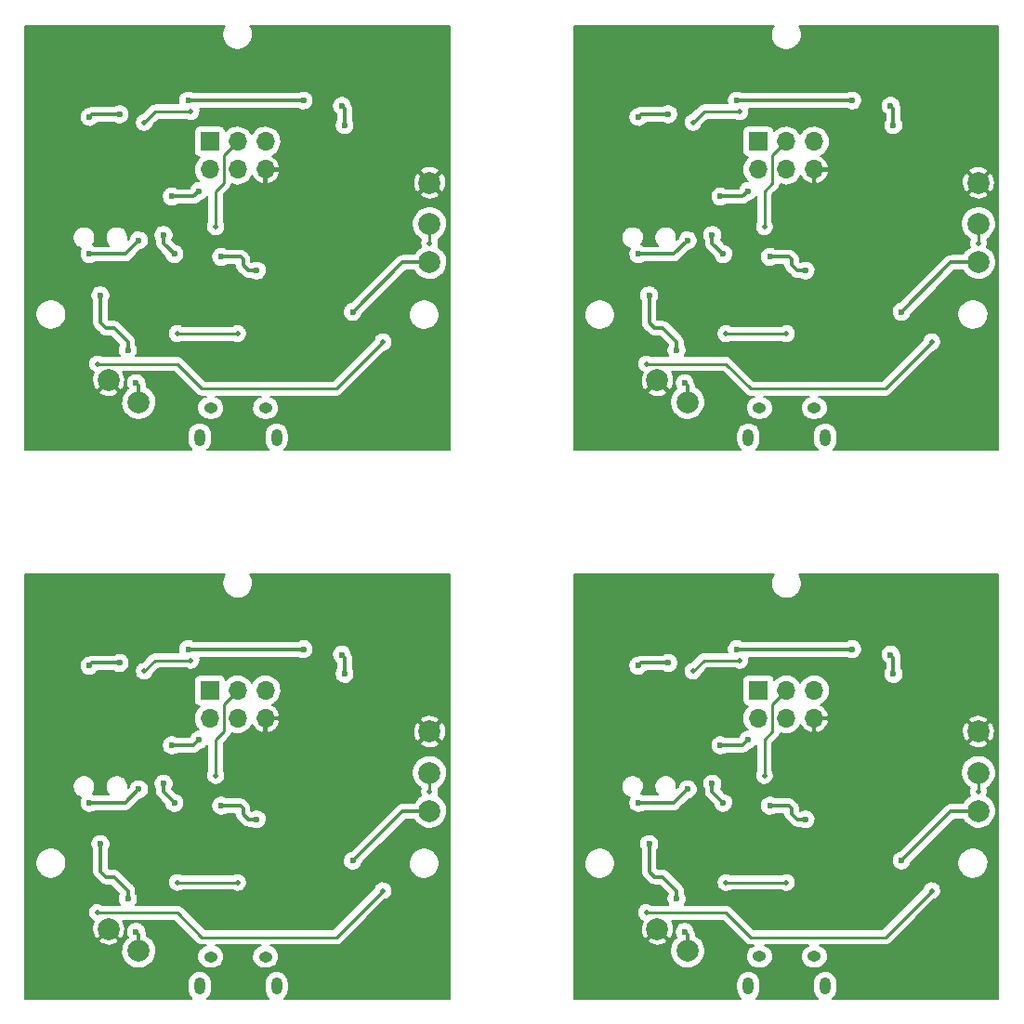
<source format=gbl>
G04 #@! TF.FileFunction,Copper,L2,Bot,Signal*
%FSLAX46Y46*%
G04 Gerber Fmt 4.6, Leading zero omitted, Abs format (unit mm)*
G04 Created by KiCad (PCBNEW 4.0.7) date 06/26/18 19:00:46*
%MOMM*%
%LPD*%
G01*
G04 APERTURE LIST*
%ADD10C,0.100000*%
%ADD11O,1.250000X0.950000*%
%ADD12O,1.000000X1.550000*%
%ADD13C,2.000000*%
%ADD14R,1.700000X1.700000*%
%ADD15O,1.700000X1.700000*%
%ADD16C,0.500000*%
%ADD17C,0.600000*%
%ADD18C,0.250000*%
%ADD19C,0.300000*%
%ADD20C,0.200000*%
G04 APERTURE END LIST*
D10*
D11*
X148049100Y-71762460D03*
X153049100Y-71762460D03*
D12*
X147049100Y-74462460D03*
X154049100Y-74462460D03*
D11*
X98049100Y-71762460D03*
X103049100Y-71762460D03*
D12*
X97049100Y-74462460D03*
X104049100Y-74462460D03*
D11*
X98049100Y-121762460D03*
X103049100Y-121762460D03*
D12*
X97049100Y-124462460D03*
X104049100Y-124462460D03*
D13*
X168000000Y-105000000D03*
X118000000Y-105000000D03*
X168000000Y-55000000D03*
X168000000Y-108500000D03*
X118000000Y-108500000D03*
X168000000Y-58500000D03*
X168000000Y-101250000D03*
X118000000Y-101250000D03*
X168000000Y-51250000D03*
D14*
X147960000Y-97500000D03*
D15*
X147960000Y-100040000D03*
X150500000Y-97500000D03*
X150500000Y-100040000D03*
X153040000Y-97500000D03*
X153040000Y-100040000D03*
D14*
X97960000Y-97500000D03*
D15*
X97960000Y-100040000D03*
X100500000Y-97500000D03*
X100500000Y-100040000D03*
X103040000Y-97500000D03*
X103040000Y-100040000D03*
D14*
X147960000Y-47500000D03*
D15*
X147960000Y-50040000D03*
X150500000Y-47500000D03*
X150500000Y-50040000D03*
X153040000Y-47500000D03*
X153040000Y-50040000D03*
D13*
X138750000Y-119250000D03*
X88750000Y-119250000D03*
X138750000Y-69250000D03*
X141500000Y-121250000D03*
X91500000Y-121250000D03*
X141500000Y-71250000D03*
D14*
X97960000Y-47500000D03*
D15*
X97960000Y-50040000D03*
X100500000Y-47500000D03*
X100500000Y-50040000D03*
X103040000Y-47500000D03*
X103040000Y-50040000D03*
D13*
X88750000Y-69250000D03*
X118000000Y-58500000D03*
X118000000Y-55000000D03*
X118000000Y-51250000D03*
X91500000Y-71250000D03*
D11*
X148049100Y-121737460D03*
X153049100Y-121737460D03*
D12*
X147049100Y-124437460D03*
X154049100Y-124437460D03*
D16*
X148500000Y-105250000D03*
X98500000Y-105250000D03*
X148500000Y-55250000D03*
X98500000Y-55250000D03*
D17*
X137000000Y-107750000D03*
X87000000Y-107750000D03*
X137000000Y-57750000D03*
X144750000Y-107750000D03*
X94750000Y-107750000D03*
X144750000Y-57750000D03*
X160000000Y-94250000D03*
X110000000Y-94250000D03*
X160000000Y-44250000D03*
X160250000Y-96000000D03*
X110250000Y-96000000D03*
X160250000Y-46000000D03*
X147000000Y-102000000D03*
X97000000Y-102000000D03*
X147000000Y-52000000D03*
X146000000Y-93750000D03*
X96000000Y-93750000D03*
X146000000Y-43750000D03*
X156500000Y-93750000D03*
X106500000Y-93750000D03*
X156500000Y-43750000D03*
X143750000Y-106000000D03*
X93750000Y-106000000D03*
X143750000Y-56000000D03*
X139750000Y-95000000D03*
X89750000Y-95000000D03*
X139750000Y-45000000D03*
X137000000Y-95250000D03*
X87000000Y-95250000D03*
X137000000Y-45250000D03*
X141500000Y-106500000D03*
X91500000Y-106500000D03*
X141500000Y-56500000D03*
X144500000Y-102500000D03*
X94500000Y-102500000D03*
X144500000Y-52500000D03*
X161000000Y-113000000D03*
X111000000Y-113000000D03*
X161000000Y-63000000D03*
X152250000Y-109250000D03*
X102250000Y-109250000D03*
X152250000Y-59250000D03*
X149000000Y-108000000D03*
X99000000Y-108000000D03*
X149000000Y-58000000D03*
X99000000Y-58000000D03*
X102250000Y-59250000D03*
X94750000Y-57750000D03*
X93750000Y-56000000D03*
X97000000Y-52000000D03*
X94500000Y-52500000D03*
X91500000Y-56500000D03*
X87000000Y-57750000D03*
X110250000Y-46000000D03*
X110000000Y-44250000D03*
X111000000Y-63000000D03*
X87000000Y-45250000D03*
X89750000Y-45000000D03*
X96000000Y-43750000D03*
X106500000Y-43750000D03*
D16*
X137750000Y-117750000D03*
X87750000Y-117750000D03*
X137750000Y-67750000D03*
X163750000Y-115750000D03*
X113750000Y-115750000D03*
X163750000Y-65750000D03*
X87750000Y-67750000D03*
X113750000Y-65750000D03*
X145000000Y-115000000D03*
X95000000Y-115000000D03*
X145000000Y-65000000D03*
X150500000Y-115000000D03*
X100500000Y-115000000D03*
X150500000Y-65000000D03*
X95000000Y-65000000D03*
X100500000Y-65000000D03*
X146250000Y-94750000D03*
X96250000Y-94750000D03*
X146250000Y-44750000D03*
X142000000Y-95750000D03*
X92000000Y-95750000D03*
X142000000Y-45750000D03*
X92000000Y-45750000D03*
X96250000Y-44750000D03*
X168000000Y-106750000D03*
X118000000Y-106750000D03*
X168000000Y-56750000D03*
X118000000Y-56750000D03*
D17*
X140500000Y-116500000D03*
X90500000Y-116500000D03*
X140500000Y-66500000D03*
X141250000Y-119500000D03*
X91250000Y-119500000D03*
X141250000Y-69500000D03*
X138000000Y-111500000D03*
X88000000Y-111500000D03*
X138000000Y-61500000D03*
X91250000Y-69500000D03*
X88000000Y-61500000D03*
X90500000Y-66500000D03*
D18*
X148500000Y-102000000D02*
X148500000Y-105250000D01*
X98500000Y-102000000D02*
X98500000Y-105250000D01*
X148500000Y-52000000D02*
X148500000Y-55250000D01*
X149250000Y-98750000D02*
X149250000Y-101250000D01*
X99250000Y-98750000D02*
X99250000Y-101250000D01*
X149250000Y-48750000D02*
X149250000Y-51250000D01*
X149250000Y-101250000D02*
X148500000Y-102000000D01*
X99250000Y-101250000D02*
X98500000Y-102000000D01*
X149250000Y-51250000D02*
X148500000Y-52000000D01*
X150500000Y-97500000D02*
X149250000Y-98750000D01*
X100500000Y-97500000D02*
X99250000Y-98750000D01*
X150500000Y-47500000D02*
X149250000Y-48750000D01*
X100500000Y-47500000D02*
X99250000Y-48750000D01*
X98500000Y-52000000D02*
X98500000Y-55250000D01*
X99250000Y-51250000D02*
X98500000Y-52000000D01*
X99250000Y-48750000D02*
X99250000Y-51250000D01*
D19*
X143750000Y-106750000D02*
X143750000Y-106000000D01*
X93750000Y-106750000D02*
X93750000Y-106000000D01*
X143750000Y-56750000D02*
X143750000Y-56000000D01*
X144750000Y-107750000D02*
X143750000Y-106750000D01*
X94750000Y-107750000D02*
X93750000Y-106750000D01*
X144750000Y-57750000D02*
X143750000Y-56750000D01*
X146500000Y-102500000D02*
X144500000Y-102500000D01*
X96500000Y-102500000D02*
X94500000Y-102500000D01*
X146500000Y-52500000D02*
X144500000Y-52500000D01*
X150750000Y-108000000D02*
X149000000Y-108000000D01*
X100750000Y-108000000D02*
X99000000Y-108000000D01*
X150750000Y-58000000D02*
X149000000Y-58000000D01*
X137250000Y-95000000D02*
X139750000Y-95000000D01*
X87250000Y-95000000D02*
X89750000Y-95000000D01*
X137250000Y-45000000D02*
X139750000Y-45000000D01*
X137000000Y-95250000D02*
X137250000Y-95000000D01*
X87000000Y-95250000D02*
X87250000Y-95000000D01*
X137000000Y-45250000D02*
X137250000Y-45000000D01*
X146000000Y-93750000D02*
X156500000Y-93750000D01*
X96000000Y-93750000D02*
X106500000Y-93750000D01*
X146000000Y-43750000D02*
X156500000Y-43750000D01*
X151000000Y-108250000D02*
X150750000Y-108000000D01*
X101000000Y-108250000D02*
X100750000Y-108000000D01*
X151000000Y-58250000D02*
X150750000Y-58000000D01*
X137000000Y-107750000D02*
X140250000Y-107750000D01*
X87000000Y-107750000D02*
X90250000Y-107750000D01*
X137000000Y-57750000D02*
X140250000Y-57750000D01*
X140250000Y-107750000D02*
X141500000Y-106500000D01*
X90250000Y-107750000D02*
X91500000Y-106500000D01*
X140250000Y-57750000D02*
X141500000Y-56500000D01*
X151500000Y-109250000D02*
X151000000Y-108750000D01*
X101500000Y-109250000D02*
X101000000Y-108750000D01*
X151500000Y-59250000D02*
X151000000Y-58750000D01*
X151000000Y-108750000D02*
X151000000Y-108250000D01*
X101000000Y-108750000D02*
X101000000Y-108250000D01*
X151000000Y-58750000D02*
X151000000Y-58250000D01*
X165500000Y-108500000D02*
X168000000Y-108500000D01*
X115500000Y-108500000D02*
X118000000Y-108500000D01*
X165500000Y-58500000D02*
X168000000Y-58500000D01*
X160000000Y-94250000D02*
X160250000Y-94500000D01*
X110000000Y-94250000D02*
X110250000Y-94500000D01*
X160000000Y-44250000D02*
X160250000Y-44500000D01*
X160250000Y-94500000D02*
X160250000Y-96000000D01*
X110250000Y-94500000D02*
X110250000Y-96000000D01*
X160250000Y-44500000D02*
X160250000Y-46000000D01*
X161000000Y-113000000D02*
X165500000Y-108500000D01*
X111000000Y-113000000D02*
X115500000Y-108500000D01*
X161000000Y-63000000D02*
X165500000Y-58500000D01*
X147000000Y-102000000D02*
X146500000Y-102500000D01*
X97000000Y-102000000D02*
X96500000Y-102500000D01*
X147000000Y-52000000D02*
X146500000Y-52500000D01*
X152250000Y-109250000D02*
X151500000Y-109250000D01*
X102250000Y-109250000D02*
X101500000Y-109250000D01*
X152250000Y-59250000D02*
X151500000Y-59250000D01*
X100750000Y-58000000D02*
X99000000Y-58000000D01*
X101000000Y-58250000D02*
X100750000Y-58000000D01*
X101000000Y-58750000D02*
X101000000Y-58250000D01*
X101500000Y-59250000D02*
X101000000Y-58750000D01*
X102250000Y-59250000D02*
X101500000Y-59250000D01*
X94750000Y-57750000D02*
X93750000Y-56750000D01*
X93750000Y-56750000D02*
X93750000Y-56000000D01*
X97000000Y-52000000D02*
X96500000Y-52500000D01*
X96500000Y-52500000D02*
X94500000Y-52500000D01*
X90250000Y-57750000D02*
X91500000Y-56500000D01*
X87000000Y-57750000D02*
X90250000Y-57750000D01*
X110250000Y-44500000D02*
X110250000Y-46000000D01*
X110000000Y-44250000D02*
X110250000Y-44500000D01*
X111000000Y-63000000D02*
X115500000Y-58500000D01*
X115500000Y-58500000D02*
X118000000Y-58500000D01*
X87000000Y-45250000D02*
X87250000Y-45000000D01*
X87250000Y-45000000D02*
X89750000Y-45000000D01*
X96000000Y-43750000D02*
X106500000Y-43750000D01*
D18*
X163750000Y-115750000D02*
X159500000Y-120000000D01*
X113750000Y-115750000D02*
X109500000Y-120000000D01*
X163750000Y-65750000D02*
X159500000Y-70000000D01*
X145000000Y-117750000D02*
X137750000Y-117750000D01*
X95000000Y-117750000D02*
X87750000Y-117750000D01*
X145000000Y-67750000D02*
X137750000Y-67750000D01*
X159500000Y-120000000D02*
X147250000Y-120000000D01*
X109500000Y-120000000D02*
X97250000Y-120000000D01*
X159500000Y-70000000D02*
X147250000Y-70000000D01*
X147250000Y-120000000D02*
X145000000Y-117750000D01*
X97250000Y-120000000D02*
X95000000Y-117750000D01*
X147250000Y-70000000D02*
X145000000Y-67750000D01*
X95000000Y-67750000D02*
X87750000Y-67750000D01*
X97250000Y-70000000D02*
X95000000Y-67750000D01*
X109500000Y-70000000D02*
X97250000Y-70000000D01*
X113750000Y-65750000D02*
X109500000Y-70000000D01*
X150500000Y-115000000D02*
X145000000Y-115000000D01*
X100500000Y-115000000D02*
X95000000Y-115000000D01*
X150500000Y-65000000D02*
X145000000Y-65000000D01*
X100500000Y-65000000D02*
X95000000Y-65000000D01*
X143000000Y-94750000D02*
X146250000Y-94750000D01*
X93000000Y-94750000D02*
X96250000Y-94750000D01*
X143000000Y-44750000D02*
X146250000Y-44750000D01*
X142000000Y-95750000D02*
X143000000Y-94750000D01*
X92000000Y-95750000D02*
X93000000Y-94750000D01*
X142000000Y-45750000D02*
X143000000Y-44750000D01*
X92000000Y-45750000D02*
X93000000Y-44750000D01*
X93000000Y-44750000D02*
X96250000Y-44750000D01*
X168000000Y-106750000D02*
X168000000Y-105000000D01*
X118000000Y-106750000D02*
X118000000Y-105000000D01*
X168000000Y-56750000D02*
X168000000Y-55000000D01*
X118000000Y-56750000D02*
X118000000Y-55000000D01*
D19*
X140500000Y-116500000D02*
X140500000Y-115750000D01*
X90500000Y-116500000D02*
X90500000Y-115750000D01*
X140500000Y-66500000D02*
X140500000Y-65750000D01*
X138500000Y-114500000D02*
X138000000Y-114000000D01*
X88500000Y-114500000D02*
X88000000Y-114000000D01*
X138500000Y-64500000D02*
X138000000Y-64000000D01*
X139250000Y-114500000D02*
X138500000Y-114500000D01*
X89250000Y-114500000D02*
X88500000Y-114500000D01*
X139250000Y-64500000D02*
X138500000Y-64500000D01*
X140500000Y-115750000D02*
X139250000Y-114500000D01*
X90500000Y-115750000D02*
X89250000Y-114500000D01*
X140500000Y-65750000D02*
X139250000Y-64500000D01*
X141500000Y-121250000D02*
X141500000Y-119750000D01*
X91500000Y-121250000D02*
X91500000Y-119750000D01*
X141500000Y-71250000D02*
X141500000Y-69750000D01*
X141250000Y-119500000D02*
X141500000Y-119750000D01*
X91250000Y-119500000D02*
X91500000Y-119750000D01*
X141250000Y-69500000D02*
X141500000Y-69750000D01*
X138000000Y-114000000D02*
X138000000Y-111500000D01*
X88000000Y-114000000D02*
X88000000Y-111500000D01*
X138000000Y-64000000D02*
X138000000Y-61500000D01*
X91500000Y-71250000D02*
X91500000Y-69750000D01*
X91250000Y-69500000D02*
X91500000Y-69750000D01*
X88000000Y-64000000D02*
X88000000Y-61500000D01*
X88500000Y-64500000D02*
X88000000Y-64000000D01*
X89250000Y-64500000D02*
X88500000Y-64500000D01*
X90500000Y-65750000D02*
X89250000Y-64500000D01*
X90500000Y-66500000D02*
X90500000Y-65750000D01*
D20*
G36*
X99267235Y-37072281D02*
X99159076Y-37324634D01*
X99101993Y-37593188D01*
X99098160Y-37867716D01*
X99147722Y-38137759D01*
X99248792Y-38393033D01*
X99397520Y-38623815D01*
X99588242Y-38821312D01*
X99813692Y-38978004D01*
X100065283Y-39087922D01*
X100333432Y-39146878D01*
X100607926Y-39152628D01*
X100878309Y-39104952D01*
X101134283Y-39005667D01*
X101366097Y-38858553D01*
X101564921Y-38669215D01*
X101723183Y-38444865D01*
X101834854Y-38194047D01*
X101895681Y-37926316D01*
X101900060Y-37612723D01*
X101846732Y-37343398D01*
X101742108Y-37089560D01*
X101632775Y-36925000D01*
X119825000Y-36925000D01*
X119825000Y-75575000D01*
X104762802Y-75575000D01*
X104818730Y-75530033D01*
X104956725Y-75365577D01*
X105060149Y-75177449D01*
X105125062Y-74972816D01*
X105148993Y-74759471D01*
X105149100Y-74744113D01*
X105149100Y-74180807D01*
X105128151Y-73967149D01*
X105066101Y-73761630D01*
X104965313Y-73572076D01*
X104829628Y-73405709D01*
X104664212Y-73268866D01*
X104475367Y-73166758D01*
X104270286Y-73103274D01*
X104056779Y-73080834D01*
X103842981Y-73100291D01*
X103637033Y-73160905D01*
X103446780Y-73260366D01*
X103279470Y-73394887D01*
X103141475Y-73559343D01*
X103038051Y-73747471D01*
X102973138Y-73952104D01*
X102949207Y-74165449D01*
X102949100Y-74180807D01*
X102949100Y-74744113D01*
X102970049Y-74957771D01*
X103032099Y-75163290D01*
X103132887Y-75352844D01*
X103268572Y-75519211D01*
X103336010Y-75575000D01*
X97762802Y-75575000D01*
X97818730Y-75530033D01*
X97956725Y-75365577D01*
X98060149Y-75177449D01*
X98125062Y-74972816D01*
X98148993Y-74759471D01*
X98149100Y-74744113D01*
X98149100Y-74180807D01*
X98128151Y-73967149D01*
X98066101Y-73761630D01*
X97965313Y-73572076D01*
X97829628Y-73405709D01*
X97664212Y-73268866D01*
X97475367Y-73166758D01*
X97270286Y-73103274D01*
X97056779Y-73080834D01*
X96842981Y-73100291D01*
X96637033Y-73160905D01*
X96446780Y-73260366D01*
X96279470Y-73394887D01*
X96141475Y-73559343D01*
X96038051Y-73747471D01*
X95973138Y-73952104D01*
X95949207Y-74165449D01*
X95949100Y-74180807D01*
X95949100Y-74744113D01*
X95970049Y-74957771D01*
X96032099Y-75163290D01*
X96132887Y-75352844D01*
X96268572Y-75519211D01*
X96336010Y-75575000D01*
X81175000Y-75575000D01*
X81175000Y-71384532D01*
X89897897Y-71384532D01*
X89954539Y-71693154D01*
X90070048Y-71984896D01*
X90240023Y-72248645D01*
X90457990Y-72474357D01*
X90715648Y-72653433D01*
X91003180Y-72779054D01*
X91309637Y-72846432D01*
X91623344Y-72853004D01*
X91932354Y-72798517D01*
X92224895Y-72685048D01*
X92489825Y-72516918D01*
X92717053Y-72300532D01*
X92897924Y-72044131D01*
X93025548Y-71757482D01*
X93095064Y-71451504D01*
X93100069Y-71093112D01*
X93039123Y-70785311D01*
X92919552Y-70495211D01*
X92745911Y-70233860D01*
X92524813Y-70011213D01*
X92264681Y-69835752D01*
X92250000Y-69829581D01*
X92250000Y-69750000D01*
X92243239Y-69681049D01*
X92237201Y-69612036D01*
X92236101Y-69608249D01*
X92235716Y-69604324D01*
X92215685Y-69537976D01*
X92196364Y-69471473D01*
X92194550Y-69467974D01*
X92193410Y-69464197D01*
X92160882Y-69403021D01*
X92140540Y-69363778D01*
X92115757Y-69238613D01*
X92048498Y-69075431D01*
X91950825Y-68928421D01*
X91826458Y-68803182D01*
X91680133Y-68704485D01*
X91517425Y-68636089D01*
X91344531Y-68600599D01*
X91168036Y-68599367D01*
X90994663Y-68632440D01*
X90831016Y-68698557D01*
X90683328Y-68795202D01*
X90557224Y-68918692D01*
X90457508Y-69064324D01*
X90387977Y-69226550D01*
X90351281Y-69399193D01*
X90348817Y-69575674D01*
X90380678Y-69749274D01*
X90445652Y-69913379D01*
X90497490Y-69993815D01*
X90492583Y-69997026D01*
X90268398Y-70216563D01*
X90091125Y-70475464D01*
X89967515Y-70763867D01*
X89902278Y-71070787D01*
X89897897Y-71384532D01*
X81175000Y-71384532D01*
X81175000Y-70295554D01*
X87845868Y-70295554D01*
X87946909Y-70525489D01*
X88211176Y-70657656D01*
X88496150Y-70735728D01*
X88790879Y-70756703D01*
X89084037Y-70719777D01*
X89364358Y-70626369D01*
X89553091Y-70525489D01*
X89654132Y-70295554D01*
X88750000Y-69391421D01*
X87845868Y-70295554D01*
X81175000Y-70295554D01*
X81175000Y-67821470D01*
X86898882Y-67821470D01*
X86928974Y-67985425D01*
X86990338Y-68140413D01*
X87080637Y-68280530D01*
X87196432Y-68400440D01*
X87333313Y-68495574D01*
X87429217Y-68537474D01*
X87342344Y-68711176D01*
X87264272Y-68996150D01*
X87243297Y-69290879D01*
X87280223Y-69584037D01*
X87373631Y-69864358D01*
X87474511Y-70053091D01*
X87704446Y-70154132D01*
X88608579Y-69250000D01*
X88594436Y-69235858D01*
X88735858Y-69094437D01*
X88750000Y-69108579D01*
X88764142Y-69094436D01*
X88905564Y-69235858D01*
X88891421Y-69250000D01*
X89795554Y-70154132D01*
X90025489Y-70053091D01*
X90157656Y-69788824D01*
X90235728Y-69503850D01*
X90256703Y-69209121D01*
X90219777Y-68915963D01*
X90126369Y-68635642D01*
X90040504Y-68475000D01*
X94699696Y-68475000D01*
X96737348Y-70512653D01*
X96789106Y-70555167D01*
X96840399Y-70598207D01*
X96843739Y-70600043D01*
X96846686Y-70602464D01*
X96905742Y-70634130D01*
X96964392Y-70666373D01*
X96968023Y-70667525D01*
X96971386Y-70669328D01*
X97035468Y-70688920D01*
X97099264Y-70709157D01*
X97103051Y-70709582D01*
X97106699Y-70710697D01*
X97173372Y-70717469D01*
X97239877Y-70724929D01*
X97247325Y-70724981D01*
X97247470Y-70724996D01*
X97247605Y-70724983D01*
X97250000Y-70725000D01*
X97627842Y-70725000D01*
X97483522Y-70768573D01*
X97298277Y-70867070D01*
X97135691Y-70999671D01*
X97001958Y-71161328D01*
X96902170Y-71345881D01*
X96840130Y-71546301D01*
X96818199Y-71754955D01*
X96837214Y-71963895D01*
X96896450Y-72165162D01*
X96993651Y-72351090D01*
X97125115Y-72514598D01*
X97285833Y-72649457D01*
X97469685Y-72750530D01*
X97669668Y-72813969D01*
X97878164Y-72837355D01*
X97893173Y-72837460D01*
X98205027Y-72837460D01*
X98413829Y-72816987D01*
X98614678Y-72756347D01*
X98799923Y-72657850D01*
X98962509Y-72525249D01*
X99096242Y-72363592D01*
X99196030Y-72179039D01*
X99258070Y-71978619D01*
X99280001Y-71769965D01*
X99260986Y-71561025D01*
X99201750Y-71359758D01*
X99104549Y-71173830D01*
X98973085Y-71010322D01*
X98812367Y-70875463D01*
X98628515Y-70774390D01*
X98472820Y-70725000D01*
X102627842Y-70725000D01*
X102483522Y-70768573D01*
X102298277Y-70867070D01*
X102135691Y-70999671D01*
X102001958Y-71161328D01*
X101902170Y-71345881D01*
X101840130Y-71546301D01*
X101818199Y-71754955D01*
X101837214Y-71963895D01*
X101896450Y-72165162D01*
X101993651Y-72351090D01*
X102125115Y-72514598D01*
X102285833Y-72649457D01*
X102469685Y-72750530D01*
X102669668Y-72813969D01*
X102878164Y-72837355D01*
X102893173Y-72837460D01*
X103205027Y-72837460D01*
X103413829Y-72816987D01*
X103614678Y-72756347D01*
X103799923Y-72657850D01*
X103962509Y-72525249D01*
X104096242Y-72363592D01*
X104196030Y-72179039D01*
X104258070Y-71978619D01*
X104280001Y-71769965D01*
X104260986Y-71561025D01*
X104201750Y-71359758D01*
X104104549Y-71173830D01*
X103973085Y-71010322D01*
X103812367Y-70875463D01*
X103628515Y-70774390D01*
X103472820Y-70725000D01*
X109500000Y-70725000D01*
X109566600Y-70718470D01*
X109633365Y-70712628D01*
X109637028Y-70711564D01*
X109640820Y-70711192D01*
X109704923Y-70691838D01*
X109769242Y-70673152D01*
X109772626Y-70671398D01*
X109776276Y-70670296D01*
X109835432Y-70638842D01*
X109894863Y-70608036D01*
X109897841Y-70605659D01*
X109901209Y-70603868D01*
X109953157Y-70561500D01*
X110005444Y-70519760D01*
X110010744Y-70514534D01*
X110010860Y-70514439D01*
X110010949Y-70514331D01*
X110012652Y-70512652D01*
X113946868Y-66578437D01*
X113979688Y-66572650D01*
X114135100Y-66512369D01*
X114275844Y-66423050D01*
X114396559Y-66308095D01*
X114492647Y-66171882D01*
X114560447Y-66019600D01*
X114597378Y-65857049D01*
X114600037Y-65666653D01*
X114567659Y-65503134D01*
X114504137Y-65349018D01*
X114411890Y-65210176D01*
X114294432Y-65091895D01*
X114156237Y-64998681D01*
X114002568Y-64934084D01*
X113839279Y-64900566D01*
X113672590Y-64899402D01*
X113508848Y-64930637D01*
X113354293Y-64993082D01*
X113214810Y-65084357D01*
X113095711Y-65200987D01*
X113001535Y-65338528D01*
X112935867Y-65491742D01*
X112923157Y-65551538D01*
X109199696Y-69275000D01*
X97550305Y-69275000D01*
X95512652Y-67237348D01*
X95460951Y-67194880D01*
X95409601Y-67151793D01*
X95406258Y-67149955D01*
X95403314Y-67147537D01*
X95344332Y-67115911D01*
X95285608Y-67083627D01*
X95281972Y-67082474D01*
X95278614Y-67080673D01*
X95214566Y-67061091D01*
X95150736Y-67040843D01*
X95146950Y-67040418D01*
X95143302Y-67039303D01*
X95076619Y-67032530D01*
X95010123Y-67025071D01*
X95002676Y-67025019D01*
X95002531Y-67025004D01*
X95002396Y-67025017D01*
X95000000Y-67025000D01*
X91231096Y-67025000D01*
X91286332Y-66946699D01*
X91358121Y-66785459D01*
X91397224Y-66613346D01*
X91400039Y-66411750D01*
X91365757Y-66238613D01*
X91298498Y-66075431D01*
X91250000Y-66002435D01*
X91250000Y-65750000D01*
X91243243Y-65681093D01*
X91237201Y-65612036D01*
X91236101Y-65608249D01*
X91235716Y-65604324D01*
X91215681Y-65537963D01*
X91196364Y-65471474D01*
X91194551Y-65467977D01*
X91193410Y-65464197D01*
X91160861Y-65402982D01*
X91129003Y-65341521D01*
X91126543Y-65338440D01*
X91124691Y-65334956D01*
X91080893Y-65281254D01*
X91037683Y-65227126D01*
X91032272Y-65221639D01*
X91032178Y-65221524D01*
X91032072Y-65221436D01*
X91030330Y-65219670D01*
X90882130Y-65071470D01*
X94148882Y-65071470D01*
X94178974Y-65235425D01*
X94240338Y-65390413D01*
X94330637Y-65530530D01*
X94446432Y-65650440D01*
X94583313Y-65745574D01*
X94736065Y-65812310D01*
X94898870Y-65848105D01*
X95065527Y-65851596D01*
X95229688Y-65822650D01*
X95385100Y-65762369D01*
X95443984Y-65725000D01*
X100053711Y-65725000D01*
X100083313Y-65745574D01*
X100236065Y-65812310D01*
X100398870Y-65848105D01*
X100565527Y-65851596D01*
X100729688Y-65822650D01*
X100885100Y-65762369D01*
X101025844Y-65673050D01*
X101146559Y-65558095D01*
X101242647Y-65421882D01*
X101310447Y-65269600D01*
X101347378Y-65107049D01*
X101350037Y-64916653D01*
X101317659Y-64753134D01*
X101254137Y-64599018D01*
X101161890Y-64460176D01*
X101044432Y-64341895D01*
X100906237Y-64248681D01*
X100752568Y-64184084D01*
X100589279Y-64150566D01*
X100422590Y-64149402D01*
X100258848Y-64180637D01*
X100104293Y-64243082D01*
X100055517Y-64275000D01*
X95445256Y-64275000D01*
X95406237Y-64248681D01*
X95252568Y-64184084D01*
X95089279Y-64150566D01*
X94922590Y-64149402D01*
X94758848Y-64180637D01*
X94604293Y-64243082D01*
X94464810Y-64334357D01*
X94345711Y-64450987D01*
X94251535Y-64588528D01*
X94185867Y-64741742D01*
X94151210Y-64904793D01*
X94148882Y-65071470D01*
X90882130Y-65071470D01*
X89780330Y-63969670D01*
X89726840Y-63925733D01*
X89673725Y-63881165D01*
X89670267Y-63879264D01*
X89667221Y-63876762D01*
X89606174Y-63844028D01*
X89545456Y-63810648D01*
X89541698Y-63809456D01*
X89538222Y-63807592D01*
X89471954Y-63787332D01*
X89405934Y-63766389D01*
X89402016Y-63765950D01*
X89398243Y-63764796D01*
X89329284Y-63757791D01*
X89260472Y-63750073D01*
X89252769Y-63750019D01*
X89252618Y-63750004D01*
X89252478Y-63750017D01*
X89250000Y-63750000D01*
X88810660Y-63750000D01*
X88750000Y-63689340D01*
X88750000Y-63075674D01*
X110098817Y-63075674D01*
X110130678Y-63249274D01*
X110195652Y-63413379D01*
X110291263Y-63561738D01*
X110413870Y-63688701D01*
X110558802Y-63789431D01*
X110720539Y-63860093D01*
X110892921Y-63897993D01*
X111069381Y-63901690D01*
X111243199Y-63871041D01*
X111407753Y-63807214D01*
X111556777Y-63712641D01*
X111684592Y-63590924D01*
X111786332Y-63446699D01*
X111821497Y-63367716D01*
X116098160Y-63367716D01*
X116147722Y-63637759D01*
X116248792Y-63893033D01*
X116397520Y-64123815D01*
X116588242Y-64321312D01*
X116813692Y-64478004D01*
X117065283Y-64587922D01*
X117333432Y-64646878D01*
X117607926Y-64652628D01*
X117878309Y-64604952D01*
X118134283Y-64505667D01*
X118366097Y-64358553D01*
X118564921Y-64169215D01*
X118723183Y-63944865D01*
X118834854Y-63694047D01*
X118895681Y-63426316D01*
X118900060Y-63112723D01*
X118846732Y-62843398D01*
X118742108Y-62589560D01*
X118590172Y-62360878D01*
X118396711Y-62166062D01*
X118169096Y-62012533D01*
X117915994Y-61906139D01*
X117647048Y-61850932D01*
X117372500Y-61849016D01*
X117102809Y-61900462D01*
X116848247Y-62003312D01*
X116618510Y-62153648D01*
X116422349Y-62345743D01*
X116267235Y-62572281D01*
X116159076Y-62824634D01*
X116101993Y-63093188D01*
X116098160Y-63367716D01*
X111821497Y-63367716D01*
X111858121Y-63285459D01*
X111882498Y-63178162D01*
X115810660Y-59250000D01*
X116579782Y-59250000D01*
X116740023Y-59498645D01*
X116957990Y-59724357D01*
X117215648Y-59903433D01*
X117503180Y-60029054D01*
X117809637Y-60096432D01*
X118123344Y-60103004D01*
X118432354Y-60048517D01*
X118724895Y-59935048D01*
X118989825Y-59766918D01*
X119217053Y-59550532D01*
X119397924Y-59294131D01*
X119525548Y-59007482D01*
X119595064Y-58701504D01*
X119600069Y-58343112D01*
X119539123Y-58035311D01*
X119419552Y-57745211D01*
X119245911Y-57483860D01*
X119024813Y-57261213D01*
X118777227Y-57094214D01*
X118810447Y-57019600D01*
X118847378Y-56857049D01*
X118850037Y-56666653D01*
X118817659Y-56503134D01*
X118776181Y-56402501D01*
X118989825Y-56266918D01*
X119217053Y-56050532D01*
X119397924Y-55794131D01*
X119525548Y-55507482D01*
X119595064Y-55201504D01*
X119600069Y-54843112D01*
X119539123Y-54535311D01*
X119419552Y-54245211D01*
X119245911Y-53983860D01*
X119024813Y-53761213D01*
X118764681Y-53585752D01*
X118475422Y-53464159D01*
X118168055Y-53401065D01*
X117854286Y-53398875D01*
X117546068Y-53457671D01*
X117255140Y-53575213D01*
X116992583Y-53747026D01*
X116768398Y-53966563D01*
X116591125Y-54225464D01*
X116467515Y-54513867D01*
X116402278Y-54820787D01*
X116397897Y-55134532D01*
X116454539Y-55443154D01*
X116570048Y-55734896D01*
X116740023Y-55998645D01*
X116957990Y-56224357D01*
X117215648Y-56403433D01*
X117222444Y-56406402D01*
X117185867Y-56491742D01*
X117151210Y-56654793D01*
X117148882Y-56821470D01*
X117178974Y-56985425D01*
X117222881Y-57096323D01*
X116992583Y-57247026D01*
X116768398Y-57466563D01*
X116591125Y-57725464D01*
X116580609Y-57750000D01*
X115500000Y-57750000D01*
X115431093Y-57756757D01*
X115362036Y-57762799D01*
X115358249Y-57763899D01*
X115354324Y-57764284D01*
X115287976Y-57784315D01*
X115221473Y-57803636D01*
X115217974Y-57805450D01*
X115214197Y-57806590D01*
X115153000Y-57839129D01*
X115091521Y-57870997D01*
X115088440Y-57873457D01*
X115084956Y-57875309D01*
X115031254Y-57919107D01*
X114977126Y-57962317D01*
X114971639Y-57967728D01*
X114971524Y-57967822D01*
X114971436Y-57967928D01*
X114969670Y-57969670D01*
X110821571Y-62117769D01*
X110744663Y-62132440D01*
X110581016Y-62198557D01*
X110433328Y-62295202D01*
X110307224Y-62418692D01*
X110207508Y-62564324D01*
X110137977Y-62726550D01*
X110101281Y-62899193D01*
X110098817Y-63075674D01*
X88750000Y-63075674D01*
X88750000Y-61998203D01*
X88786332Y-61946699D01*
X88858121Y-61785459D01*
X88897224Y-61613346D01*
X88900039Y-61411750D01*
X88865757Y-61238613D01*
X88798498Y-61075431D01*
X88700825Y-60928421D01*
X88576458Y-60803182D01*
X88430133Y-60704485D01*
X88267425Y-60636089D01*
X88094531Y-60600599D01*
X87918036Y-60599367D01*
X87744663Y-60632440D01*
X87581016Y-60698557D01*
X87433328Y-60795202D01*
X87307224Y-60918692D01*
X87207508Y-61064324D01*
X87137977Y-61226550D01*
X87101281Y-61399193D01*
X87098817Y-61575674D01*
X87130678Y-61749274D01*
X87195652Y-61913379D01*
X87250000Y-61997710D01*
X87250000Y-64000000D01*
X87256757Y-64068907D01*
X87262799Y-64137964D01*
X87263899Y-64141751D01*
X87264284Y-64145676D01*
X87284315Y-64212024D01*
X87303636Y-64278527D01*
X87305450Y-64282026D01*
X87306590Y-64285803D01*
X87339129Y-64347000D01*
X87370997Y-64408479D01*
X87373457Y-64411560D01*
X87375309Y-64415044D01*
X87419107Y-64468746D01*
X87462317Y-64522874D01*
X87467728Y-64528361D01*
X87467822Y-64528476D01*
X87467928Y-64528564D01*
X87469670Y-64530330D01*
X87969670Y-65030330D01*
X88023160Y-65074267D01*
X88076275Y-65118835D01*
X88079733Y-65120736D01*
X88082779Y-65123238D01*
X88143826Y-65155972D01*
X88204544Y-65189352D01*
X88208302Y-65190544D01*
X88211778Y-65192408D01*
X88278046Y-65212668D01*
X88344066Y-65233611D01*
X88347984Y-65234050D01*
X88351757Y-65235204D01*
X88420716Y-65242209D01*
X88489528Y-65249927D01*
X88497231Y-65249981D01*
X88497382Y-65249996D01*
X88497522Y-65249983D01*
X88500000Y-65250000D01*
X88939340Y-65250000D01*
X89726267Y-66036927D01*
X89707508Y-66064324D01*
X89637977Y-66226550D01*
X89601281Y-66399193D01*
X89598817Y-66575674D01*
X89630678Y-66749274D01*
X89695652Y-66913379D01*
X89767587Y-67025000D01*
X88195256Y-67025000D01*
X88156237Y-66998681D01*
X88002568Y-66934084D01*
X87839279Y-66900566D01*
X87672590Y-66899402D01*
X87508848Y-66930637D01*
X87354293Y-66993082D01*
X87214810Y-67084357D01*
X87095711Y-67200987D01*
X87001535Y-67338528D01*
X86935867Y-67491742D01*
X86901210Y-67654793D01*
X86898882Y-67821470D01*
X81175000Y-67821470D01*
X81175000Y-63367716D01*
X82098160Y-63367716D01*
X82147722Y-63637759D01*
X82248792Y-63893033D01*
X82397520Y-64123815D01*
X82588242Y-64321312D01*
X82813692Y-64478004D01*
X83065283Y-64587922D01*
X83333432Y-64646878D01*
X83607926Y-64652628D01*
X83878309Y-64604952D01*
X84134283Y-64505667D01*
X84366097Y-64358553D01*
X84564921Y-64169215D01*
X84723183Y-63944865D01*
X84834854Y-63694047D01*
X84895681Y-63426316D01*
X84900060Y-63112723D01*
X84846732Y-62843398D01*
X84742108Y-62589560D01*
X84590172Y-62360878D01*
X84396711Y-62166062D01*
X84169096Y-62012533D01*
X83915994Y-61906139D01*
X83647048Y-61850932D01*
X83372500Y-61849016D01*
X83102809Y-61900462D01*
X82848247Y-62003312D01*
X82618510Y-62153648D01*
X82422349Y-62345743D01*
X82267235Y-62572281D01*
X82159076Y-62824634D01*
X82101993Y-63093188D01*
X82098160Y-63367716D01*
X81175000Y-63367716D01*
X81175000Y-56336185D01*
X85473652Y-56336185D01*
X85509939Y-56533895D01*
X85583937Y-56720793D01*
X85692827Y-56889757D01*
X85832462Y-57034354D01*
X85997524Y-57149075D01*
X86181725Y-57229550D01*
X86254585Y-57245569D01*
X86207508Y-57314324D01*
X86137977Y-57476550D01*
X86101281Y-57649193D01*
X86098817Y-57825674D01*
X86130678Y-57999274D01*
X86195652Y-58163379D01*
X86291263Y-58311738D01*
X86413870Y-58438701D01*
X86558802Y-58539431D01*
X86720539Y-58610093D01*
X86892921Y-58647993D01*
X87069381Y-58651690D01*
X87243199Y-58621041D01*
X87407753Y-58557214D01*
X87497908Y-58500000D01*
X90250000Y-58500000D01*
X90318907Y-58493243D01*
X90387964Y-58487201D01*
X90391751Y-58486101D01*
X90395676Y-58485716D01*
X90462024Y-58465685D01*
X90528527Y-58446364D01*
X90532026Y-58444550D01*
X90535803Y-58443410D01*
X90597000Y-58410871D01*
X90658479Y-58379003D01*
X90661560Y-58376543D01*
X90665044Y-58374691D01*
X90718746Y-58330893D01*
X90772874Y-58287683D01*
X90778361Y-58282272D01*
X90778476Y-58282178D01*
X90778564Y-58282072D01*
X90780330Y-58280330D01*
X91678149Y-57382511D01*
X91743199Y-57371041D01*
X91907753Y-57307214D01*
X92056777Y-57212641D01*
X92184592Y-57090924D01*
X92286332Y-56946699D01*
X92358121Y-56785459D01*
X92397224Y-56613346D01*
X92400039Y-56411750D01*
X92365757Y-56238613D01*
X92298599Y-56075674D01*
X92848817Y-56075674D01*
X92880678Y-56249274D01*
X92945652Y-56413379D01*
X93000000Y-56497710D01*
X93000000Y-56750000D01*
X93006757Y-56818907D01*
X93012799Y-56887964D01*
X93013899Y-56891751D01*
X93014284Y-56895676D01*
X93034315Y-56962024D01*
X93053636Y-57028527D01*
X93055450Y-57032026D01*
X93056590Y-57035803D01*
X93089129Y-57097000D01*
X93120997Y-57158479D01*
X93123457Y-57161560D01*
X93125309Y-57165044D01*
X93169107Y-57218746D01*
X93212317Y-57272874D01*
X93217728Y-57278361D01*
X93217822Y-57278476D01*
X93217928Y-57278564D01*
X93219670Y-57280330D01*
X93867655Y-57928315D01*
X93880678Y-57999274D01*
X93945652Y-58163379D01*
X94041263Y-58311738D01*
X94163870Y-58438701D01*
X94308802Y-58539431D01*
X94470539Y-58610093D01*
X94642921Y-58647993D01*
X94819381Y-58651690D01*
X94993199Y-58621041D01*
X95157753Y-58557214D01*
X95306777Y-58462641D01*
X95434592Y-58340924D01*
X95536332Y-58196699D01*
X95590216Y-58075674D01*
X98098817Y-58075674D01*
X98130678Y-58249274D01*
X98195652Y-58413379D01*
X98291263Y-58561738D01*
X98413870Y-58688701D01*
X98558802Y-58789431D01*
X98720539Y-58860093D01*
X98892921Y-58897993D01*
X99069381Y-58901690D01*
X99243199Y-58871041D01*
X99407753Y-58807214D01*
X99497908Y-58750000D01*
X100250000Y-58750000D01*
X100256757Y-58818907D01*
X100262799Y-58887964D01*
X100263899Y-58891751D01*
X100264284Y-58895676D01*
X100284315Y-58962024D01*
X100303636Y-59028527D01*
X100305450Y-59032026D01*
X100306590Y-59035803D01*
X100339129Y-59097000D01*
X100370997Y-59158479D01*
X100373457Y-59161560D01*
X100375309Y-59165044D01*
X100419107Y-59218746D01*
X100462317Y-59272874D01*
X100467728Y-59278361D01*
X100467822Y-59278476D01*
X100467928Y-59278564D01*
X100469670Y-59280330D01*
X100969670Y-59780330D01*
X101023160Y-59824267D01*
X101076275Y-59868835D01*
X101079733Y-59870736D01*
X101082779Y-59873238D01*
X101143826Y-59905972D01*
X101204544Y-59939352D01*
X101208302Y-59940544D01*
X101211778Y-59942408D01*
X101278046Y-59962668D01*
X101344066Y-59983611D01*
X101347984Y-59984050D01*
X101351757Y-59985204D01*
X101420716Y-59992209D01*
X101489528Y-59999927D01*
X101497231Y-59999981D01*
X101497382Y-59999996D01*
X101497522Y-59999983D01*
X101500000Y-60000000D01*
X101752068Y-60000000D01*
X101808802Y-60039431D01*
X101970539Y-60110093D01*
X102142921Y-60147993D01*
X102319381Y-60151690D01*
X102493199Y-60121041D01*
X102657753Y-60057214D01*
X102806777Y-59962641D01*
X102934592Y-59840924D01*
X103036332Y-59696699D01*
X103108121Y-59535459D01*
X103147224Y-59363346D01*
X103150039Y-59161750D01*
X103115757Y-58988613D01*
X103048498Y-58825431D01*
X102950825Y-58678421D01*
X102826458Y-58553182D01*
X102680133Y-58454485D01*
X102517425Y-58386089D01*
X102344531Y-58350599D01*
X102168036Y-58349367D01*
X101994663Y-58382440D01*
X101831016Y-58448557D01*
X101787617Y-58476957D01*
X101750000Y-58439340D01*
X101750000Y-58250000D01*
X101743239Y-58181049D01*
X101737201Y-58112036D01*
X101736101Y-58108249D01*
X101735716Y-58104324D01*
X101715685Y-58037976D01*
X101696364Y-57971473D01*
X101694550Y-57967974D01*
X101693410Y-57964197D01*
X101660882Y-57903021D01*
X101629003Y-57841520D01*
X101626542Y-57838437D01*
X101624691Y-57834956D01*
X101580910Y-57781276D01*
X101537683Y-57727126D01*
X101532272Y-57721639D01*
X101532178Y-57721524D01*
X101532072Y-57721436D01*
X101530330Y-57719670D01*
X101280330Y-57469670D01*
X101226840Y-57425733D01*
X101173725Y-57381165D01*
X101170267Y-57379264D01*
X101167221Y-57376762D01*
X101106174Y-57344028D01*
X101045456Y-57310648D01*
X101041698Y-57309456D01*
X101038222Y-57307592D01*
X100971954Y-57287332D01*
X100905934Y-57266389D01*
X100902016Y-57265950D01*
X100898243Y-57264796D01*
X100829284Y-57257791D01*
X100760472Y-57250073D01*
X100752769Y-57250019D01*
X100752618Y-57250004D01*
X100752478Y-57250017D01*
X100750000Y-57250000D01*
X99497612Y-57250000D01*
X99430133Y-57204485D01*
X99267425Y-57136089D01*
X99094531Y-57100599D01*
X98918036Y-57099367D01*
X98744663Y-57132440D01*
X98581016Y-57198557D01*
X98433328Y-57295202D01*
X98307224Y-57418692D01*
X98207508Y-57564324D01*
X98137977Y-57726550D01*
X98101281Y-57899193D01*
X98098817Y-58075674D01*
X95590216Y-58075674D01*
X95608121Y-58035459D01*
X95647224Y-57863346D01*
X95650039Y-57661750D01*
X95615757Y-57488613D01*
X95548498Y-57325431D01*
X95450825Y-57178421D01*
X95326458Y-57053182D01*
X95180133Y-56954485D01*
X95017425Y-56886089D01*
X94928494Y-56867834D01*
X94524348Y-56463688D01*
X94536332Y-56446699D01*
X94608121Y-56285459D01*
X94647224Y-56113346D01*
X94650039Y-55911750D01*
X94615757Y-55738613D01*
X94548498Y-55575431D01*
X94450825Y-55428421D01*
X94326458Y-55303182D01*
X94180133Y-55204485D01*
X94017425Y-55136089D01*
X93844531Y-55100599D01*
X93668036Y-55099367D01*
X93494663Y-55132440D01*
X93331016Y-55198557D01*
X93183328Y-55295202D01*
X93057224Y-55418692D01*
X92957508Y-55564324D01*
X92887977Y-55726550D01*
X92851281Y-55899193D01*
X92848817Y-56075674D01*
X92298599Y-56075674D01*
X92298498Y-56075431D01*
X92200825Y-55928421D01*
X92076458Y-55803182D01*
X91930133Y-55704485D01*
X91767425Y-55636089D01*
X91594531Y-55600599D01*
X91418036Y-55599367D01*
X91244663Y-55632440D01*
X91081016Y-55698557D01*
X90933328Y-55795202D01*
X90807224Y-55918692D01*
X90707508Y-56064324D01*
X90637977Y-56226550D01*
X90617783Y-56321557D01*
X90510545Y-56428795D01*
X90521838Y-56379088D01*
X90525044Y-56149494D01*
X90486001Y-55952309D01*
X90409401Y-55766463D01*
X90298162Y-55599035D01*
X90156521Y-55456402D01*
X89989874Y-55343997D01*
X89804567Y-55266101D01*
X89607660Y-55225682D01*
X89406652Y-55224279D01*
X89209200Y-55261945D01*
X89022824Y-55337246D01*
X88854623Y-55447313D01*
X88711005Y-55587954D01*
X88597439Y-55753813D01*
X88518252Y-55938571D01*
X88476459Y-56135191D01*
X88473652Y-56336185D01*
X88509939Y-56533895D01*
X88583937Y-56720793D01*
X88692827Y-56889757D01*
X88799287Y-57000000D01*
X87497612Y-57000000D01*
X87430133Y-56954485D01*
X87296954Y-56898502D01*
X87395545Y-56758740D01*
X87477304Y-56575106D01*
X87521838Y-56379088D01*
X87525044Y-56149494D01*
X87486001Y-55952309D01*
X87409401Y-55766463D01*
X87298162Y-55599035D01*
X87156521Y-55456402D01*
X86989874Y-55343997D01*
X86804567Y-55266101D01*
X86607660Y-55225682D01*
X86406652Y-55224279D01*
X86209200Y-55261945D01*
X86022824Y-55337246D01*
X85854623Y-55447313D01*
X85711005Y-55587954D01*
X85597439Y-55753813D01*
X85518252Y-55938571D01*
X85476459Y-56135191D01*
X85473652Y-56336185D01*
X81175000Y-56336185D01*
X81175000Y-52575674D01*
X93598817Y-52575674D01*
X93630678Y-52749274D01*
X93695652Y-52913379D01*
X93791263Y-53061738D01*
X93913870Y-53188701D01*
X94058802Y-53289431D01*
X94220539Y-53360093D01*
X94392921Y-53397993D01*
X94569381Y-53401690D01*
X94743199Y-53371041D01*
X94907753Y-53307214D01*
X94997908Y-53250000D01*
X96500000Y-53250000D01*
X96568907Y-53243243D01*
X96637964Y-53237201D01*
X96641751Y-53236101D01*
X96645676Y-53235716D01*
X96712024Y-53215685D01*
X96778527Y-53196364D01*
X96782026Y-53194550D01*
X96785803Y-53193410D01*
X96847000Y-53160871D01*
X96908479Y-53129003D01*
X96911560Y-53126543D01*
X96915044Y-53124691D01*
X96968746Y-53080893D01*
X97022874Y-53037683D01*
X97028361Y-53032272D01*
X97028476Y-53032178D01*
X97028564Y-53032072D01*
X97030330Y-53030330D01*
X97178149Y-52882511D01*
X97243199Y-52871041D01*
X97407753Y-52807214D01*
X97556777Y-52712641D01*
X97684592Y-52590924D01*
X97775000Y-52462763D01*
X97775000Y-54804258D01*
X97751535Y-54838528D01*
X97685867Y-54991742D01*
X97651210Y-55154793D01*
X97648882Y-55321470D01*
X97678974Y-55485425D01*
X97740338Y-55640413D01*
X97830637Y-55780530D01*
X97946432Y-55900440D01*
X98083313Y-55995574D01*
X98236065Y-56062310D01*
X98398870Y-56098105D01*
X98565527Y-56101596D01*
X98729688Y-56072650D01*
X98885100Y-56012369D01*
X99025844Y-55923050D01*
X99146559Y-55808095D01*
X99242647Y-55671882D01*
X99310447Y-55519600D01*
X99347378Y-55357049D01*
X99350037Y-55166653D01*
X99317659Y-55003134D01*
X99254137Y-54849018D01*
X99225000Y-54805164D01*
X99225000Y-52300304D01*
X99229750Y-52295554D01*
X117095868Y-52295554D01*
X117196909Y-52525489D01*
X117461176Y-52657656D01*
X117746150Y-52735728D01*
X118040879Y-52756703D01*
X118334037Y-52719777D01*
X118614358Y-52626369D01*
X118803091Y-52525489D01*
X118904132Y-52295554D01*
X118000000Y-51391421D01*
X117095868Y-52295554D01*
X99229750Y-52295554D01*
X99762652Y-51762653D01*
X99805140Y-51710926D01*
X99848207Y-51659601D01*
X99850045Y-51656258D01*
X99852463Y-51653314D01*
X99884089Y-51594332D01*
X99916373Y-51535608D01*
X99917526Y-51531972D01*
X99919327Y-51528614D01*
X99938909Y-51464566D01*
X99959157Y-51400736D01*
X99959582Y-51396950D01*
X99960697Y-51393302D01*
X99960952Y-51390791D01*
X100208437Y-51467400D01*
X100489877Y-51496981D01*
X100771703Y-51471333D01*
X101043180Y-51391433D01*
X101293967Y-51260324D01*
X101514512Y-51083001D01*
X101696415Y-50866218D01*
X101827629Y-50627541D01*
X101944345Y-50828701D01*
X102119266Y-51027298D01*
X102329570Y-51187954D01*
X102567175Y-51304494D01*
X102730625Y-51354072D01*
X102940000Y-51260912D01*
X102940000Y-50140000D01*
X103140000Y-50140000D01*
X103140000Y-51260912D01*
X103349375Y-51354072D01*
X103512825Y-51304494D01*
X103540583Y-51290879D01*
X116493297Y-51290879D01*
X116530223Y-51584037D01*
X116623631Y-51864358D01*
X116724511Y-52053091D01*
X116954446Y-52154132D01*
X117858579Y-51250000D01*
X118141421Y-51250000D01*
X119045554Y-52154132D01*
X119275489Y-52053091D01*
X119407656Y-51788824D01*
X119485728Y-51503850D01*
X119506703Y-51209121D01*
X119469777Y-50915963D01*
X119376369Y-50635642D01*
X119275489Y-50446909D01*
X119045554Y-50345868D01*
X118141421Y-51250000D01*
X117858579Y-51250000D01*
X116954446Y-50345868D01*
X116724511Y-50446909D01*
X116592344Y-50711176D01*
X116514272Y-50996150D01*
X116493297Y-51290879D01*
X103540583Y-51290879D01*
X103750430Y-51187954D01*
X103960734Y-51027298D01*
X104135655Y-50828701D01*
X104268470Y-50599795D01*
X104354076Y-50349376D01*
X104289854Y-50204446D01*
X117095868Y-50204446D01*
X118000000Y-51108579D01*
X118904132Y-50204446D01*
X118803091Y-49974511D01*
X118538824Y-49842344D01*
X118253850Y-49764272D01*
X117959121Y-49743297D01*
X117665963Y-49780223D01*
X117385642Y-49873631D01*
X117196909Y-49974511D01*
X117095868Y-50204446D01*
X104289854Y-50204446D01*
X104261295Y-50140000D01*
X103140000Y-50140000D01*
X102940000Y-50140000D01*
X102920000Y-50140000D01*
X102920000Y-49940000D01*
X102940000Y-49940000D01*
X102940000Y-49920000D01*
X103140000Y-49920000D01*
X103140000Y-49940000D01*
X104261295Y-49940000D01*
X104354076Y-49730624D01*
X104268470Y-49480205D01*
X104135655Y-49251299D01*
X103960734Y-49052702D01*
X103750430Y-48892046D01*
X103624057Y-48830063D01*
X103833967Y-48720324D01*
X104054512Y-48543001D01*
X104236415Y-48326218D01*
X104372746Y-48078232D01*
X104458314Y-47808488D01*
X104489859Y-47527261D01*
X104490000Y-47507016D01*
X104490000Y-47492984D01*
X104462385Y-47211344D01*
X104380592Y-46940432D01*
X104247736Y-46690566D01*
X104068878Y-46471264D01*
X103850830Y-46290880D01*
X103601898Y-46156282D01*
X103331563Y-46072600D01*
X103050123Y-46043019D01*
X102768297Y-46068667D01*
X102496820Y-46148567D01*
X102246033Y-46279676D01*
X102025488Y-46456999D01*
X101843585Y-46673782D01*
X101769991Y-46807650D01*
X101707736Y-46690566D01*
X101528878Y-46471264D01*
X101310830Y-46290880D01*
X101061898Y-46156282D01*
X100791563Y-46072600D01*
X100510123Y-46043019D01*
X100228297Y-46068667D01*
X99956820Y-46148567D01*
X99706033Y-46279676D01*
X99485488Y-46456999D01*
X99404861Y-46553086D01*
X99355097Y-46392393D01*
X99261748Y-46250731D01*
X99132630Y-46140685D01*
X98977965Y-46070966D01*
X98810000Y-46047097D01*
X97110000Y-46047097D01*
X97014452Y-46054716D01*
X96852393Y-46104903D01*
X96710731Y-46198252D01*
X96600685Y-46327370D01*
X96530966Y-46482035D01*
X96507097Y-46650000D01*
X96507097Y-48350000D01*
X96514716Y-48445548D01*
X96564903Y-48607607D01*
X96658252Y-48749269D01*
X96787370Y-48859315D01*
X96942035Y-48929034D01*
X97016804Y-48939659D01*
X96945488Y-48996999D01*
X96763585Y-49213782D01*
X96627254Y-49461768D01*
X96541686Y-49731512D01*
X96510141Y-50012739D01*
X96510000Y-50032984D01*
X96510000Y-50047016D01*
X96537615Y-50328656D01*
X96619408Y-50599568D01*
X96752264Y-50849434D01*
X96931122Y-51068736D01*
X96968575Y-51099720D01*
X96918036Y-51099367D01*
X96744663Y-51132440D01*
X96581016Y-51198557D01*
X96433328Y-51295202D01*
X96307224Y-51418692D01*
X96207508Y-51564324D01*
X96137977Y-51726550D01*
X96132993Y-51750000D01*
X94997612Y-51750000D01*
X94930133Y-51704485D01*
X94767425Y-51636089D01*
X94594531Y-51600599D01*
X94418036Y-51599367D01*
X94244663Y-51632440D01*
X94081016Y-51698557D01*
X93933328Y-51795202D01*
X93807224Y-51918692D01*
X93707508Y-52064324D01*
X93637977Y-52226550D01*
X93601281Y-52399193D01*
X93598817Y-52575674D01*
X81175000Y-52575674D01*
X81175000Y-45325674D01*
X86098817Y-45325674D01*
X86130678Y-45499274D01*
X86195652Y-45663379D01*
X86291263Y-45811738D01*
X86413870Y-45938701D01*
X86558802Y-46039431D01*
X86720539Y-46110093D01*
X86892921Y-46147993D01*
X87069381Y-46151690D01*
X87243199Y-46121041D01*
X87407753Y-46057214D01*
X87556777Y-45962641D01*
X87684592Y-45840924D01*
X87748732Y-45750000D01*
X89252068Y-45750000D01*
X89308802Y-45789431D01*
X89470539Y-45860093D01*
X89642921Y-45897993D01*
X89819381Y-45901690D01*
X89993199Y-45871041D01*
X90120999Y-45821470D01*
X91148882Y-45821470D01*
X91178974Y-45985425D01*
X91240338Y-46140413D01*
X91330637Y-46280530D01*
X91446432Y-46400440D01*
X91583313Y-46495574D01*
X91736065Y-46562310D01*
X91898870Y-46598105D01*
X92065527Y-46601596D01*
X92229688Y-46572650D01*
X92385100Y-46512369D01*
X92525844Y-46423050D01*
X92646559Y-46308095D01*
X92742647Y-46171882D01*
X92810447Y-46019600D01*
X92826541Y-45948764D01*
X93300305Y-45475000D01*
X95803711Y-45475000D01*
X95833313Y-45495574D01*
X95986065Y-45562310D01*
X96148870Y-45598105D01*
X96315527Y-45601596D01*
X96479688Y-45572650D01*
X96635100Y-45512369D01*
X96775844Y-45423050D01*
X96896559Y-45308095D01*
X96992647Y-45171882D01*
X97060447Y-45019600D01*
X97097378Y-44857049D01*
X97100037Y-44666653D01*
X97067659Y-44503134D01*
X97066367Y-44500000D01*
X106002068Y-44500000D01*
X106058802Y-44539431D01*
X106220539Y-44610093D01*
X106392921Y-44647993D01*
X106569381Y-44651690D01*
X106743199Y-44621041D01*
X106907753Y-44557214D01*
X107056777Y-44462641D01*
X107184592Y-44340924D01*
X107195349Y-44325674D01*
X109098817Y-44325674D01*
X109130678Y-44499274D01*
X109195652Y-44663379D01*
X109291263Y-44811738D01*
X109413870Y-44938701D01*
X109500000Y-44998563D01*
X109500000Y-45502266D01*
X109457508Y-45564324D01*
X109387977Y-45726550D01*
X109351281Y-45899193D01*
X109348817Y-46075674D01*
X109380678Y-46249274D01*
X109445652Y-46413379D01*
X109541263Y-46561738D01*
X109663870Y-46688701D01*
X109808802Y-46789431D01*
X109970539Y-46860093D01*
X110142921Y-46897993D01*
X110319381Y-46901690D01*
X110493199Y-46871041D01*
X110657753Y-46807214D01*
X110806777Y-46712641D01*
X110934592Y-46590924D01*
X111036332Y-46446699D01*
X111108121Y-46285459D01*
X111147224Y-46113346D01*
X111150039Y-45911750D01*
X111115757Y-45738613D01*
X111048498Y-45575431D01*
X111000000Y-45502435D01*
X111000000Y-44500000D01*
X110993239Y-44431049D01*
X110987201Y-44362036D01*
X110986101Y-44358249D01*
X110985716Y-44354324D01*
X110965685Y-44287976D01*
X110946364Y-44221473D01*
X110944550Y-44217974D01*
X110943410Y-44214197D01*
X110910882Y-44153021D01*
X110890540Y-44113778D01*
X110865757Y-43988613D01*
X110798498Y-43825431D01*
X110700825Y-43678421D01*
X110576458Y-43553182D01*
X110430133Y-43454485D01*
X110267425Y-43386089D01*
X110094531Y-43350599D01*
X109918036Y-43349367D01*
X109744663Y-43382440D01*
X109581016Y-43448557D01*
X109433328Y-43545202D01*
X109307224Y-43668692D01*
X109207508Y-43814324D01*
X109137977Y-43976550D01*
X109101281Y-44149193D01*
X109098817Y-44325674D01*
X107195349Y-44325674D01*
X107286332Y-44196699D01*
X107358121Y-44035459D01*
X107397224Y-43863346D01*
X107400039Y-43661750D01*
X107365757Y-43488613D01*
X107298498Y-43325431D01*
X107200825Y-43178421D01*
X107076458Y-43053182D01*
X106930133Y-42954485D01*
X106767425Y-42886089D01*
X106594531Y-42850599D01*
X106418036Y-42849367D01*
X106244663Y-42882440D01*
X106081016Y-42948557D01*
X106002403Y-43000000D01*
X96497612Y-43000000D01*
X96430133Y-42954485D01*
X96267425Y-42886089D01*
X96094531Y-42850599D01*
X95918036Y-42849367D01*
X95744663Y-42882440D01*
X95581016Y-42948557D01*
X95433328Y-43045202D01*
X95307224Y-43168692D01*
X95207508Y-43314324D01*
X95137977Y-43476550D01*
X95101281Y-43649193D01*
X95098817Y-43825674D01*
X95130678Y-43999274D01*
X95140864Y-44025000D01*
X93000000Y-44025000D01*
X92933392Y-44031531D01*
X92866636Y-44037372D01*
X92862973Y-44038436D01*
X92859180Y-44038808D01*
X92795098Y-44058155D01*
X92730759Y-44076847D01*
X92727372Y-44078603D01*
X92723724Y-44079704D01*
X92664585Y-44111149D01*
X92605137Y-44141964D01*
X92602159Y-44144341D01*
X92598791Y-44146132D01*
X92546874Y-44188475D01*
X92494556Y-44230239D01*
X92489251Y-44235471D01*
X92489140Y-44235561D01*
X92489055Y-44235663D01*
X92487348Y-44237347D01*
X91802359Y-44922337D01*
X91758848Y-44930637D01*
X91604293Y-44993082D01*
X91464810Y-45084357D01*
X91345711Y-45200987D01*
X91251535Y-45338528D01*
X91185867Y-45491742D01*
X91151210Y-45654793D01*
X91148882Y-45821470D01*
X90120999Y-45821470D01*
X90157753Y-45807214D01*
X90306777Y-45712641D01*
X90434592Y-45590924D01*
X90536332Y-45446699D01*
X90608121Y-45285459D01*
X90647224Y-45113346D01*
X90650039Y-44911750D01*
X90615757Y-44738613D01*
X90548498Y-44575431D01*
X90450825Y-44428421D01*
X90326458Y-44303182D01*
X90180133Y-44204485D01*
X90017425Y-44136089D01*
X89844531Y-44100599D01*
X89668036Y-44099367D01*
X89494663Y-44132440D01*
X89331016Y-44198557D01*
X89252403Y-44250000D01*
X87250000Y-44250000D01*
X87181049Y-44256761D01*
X87112036Y-44262799D01*
X87108249Y-44263899D01*
X87104324Y-44264284D01*
X87037976Y-44284315D01*
X86971473Y-44303636D01*
X86967974Y-44305450D01*
X86964197Y-44306590D01*
X86903021Y-44339118D01*
X86862991Y-44359867D01*
X86744663Y-44382440D01*
X86581016Y-44448557D01*
X86433328Y-44545202D01*
X86307224Y-44668692D01*
X86207508Y-44814324D01*
X86137977Y-44976550D01*
X86101281Y-45149193D01*
X86098817Y-45325674D01*
X81175000Y-45325674D01*
X81175000Y-36925000D01*
X99368081Y-36925000D01*
X99267235Y-37072281D01*
X99267235Y-37072281D01*
G37*
X99267235Y-37072281D02*
X99159076Y-37324634D01*
X99101993Y-37593188D01*
X99098160Y-37867716D01*
X99147722Y-38137759D01*
X99248792Y-38393033D01*
X99397520Y-38623815D01*
X99588242Y-38821312D01*
X99813692Y-38978004D01*
X100065283Y-39087922D01*
X100333432Y-39146878D01*
X100607926Y-39152628D01*
X100878309Y-39104952D01*
X101134283Y-39005667D01*
X101366097Y-38858553D01*
X101564921Y-38669215D01*
X101723183Y-38444865D01*
X101834854Y-38194047D01*
X101895681Y-37926316D01*
X101900060Y-37612723D01*
X101846732Y-37343398D01*
X101742108Y-37089560D01*
X101632775Y-36925000D01*
X119825000Y-36925000D01*
X119825000Y-75575000D01*
X104762802Y-75575000D01*
X104818730Y-75530033D01*
X104956725Y-75365577D01*
X105060149Y-75177449D01*
X105125062Y-74972816D01*
X105148993Y-74759471D01*
X105149100Y-74744113D01*
X105149100Y-74180807D01*
X105128151Y-73967149D01*
X105066101Y-73761630D01*
X104965313Y-73572076D01*
X104829628Y-73405709D01*
X104664212Y-73268866D01*
X104475367Y-73166758D01*
X104270286Y-73103274D01*
X104056779Y-73080834D01*
X103842981Y-73100291D01*
X103637033Y-73160905D01*
X103446780Y-73260366D01*
X103279470Y-73394887D01*
X103141475Y-73559343D01*
X103038051Y-73747471D01*
X102973138Y-73952104D01*
X102949207Y-74165449D01*
X102949100Y-74180807D01*
X102949100Y-74744113D01*
X102970049Y-74957771D01*
X103032099Y-75163290D01*
X103132887Y-75352844D01*
X103268572Y-75519211D01*
X103336010Y-75575000D01*
X97762802Y-75575000D01*
X97818730Y-75530033D01*
X97956725Y-75365577D01*
X98060149Y-75177449D01*
X98125062Y-74972816D01*
X98148993Y-74759471D01*
X98149100Y-74744113D01*
X98149100Y-74180807D01*
X98128151Y-73967149D01*
X98066101Y-73761630D01*
X97965313Y-73572076D01*
X97829628Y-73405709D01*
X97664212Y-73268866D01*
X97475367Y-73166758D01*
X97270286Y-73103274D01*
X97056779Y-73080834D01*
X96842981Y-73100291D01*
X96637033Y-73160905D01*
X96446780Y-73260366D01*
X96279470Y-73394887D01*
X96141475Y-73559343D01*
X96038051Y-73747471D01*
X95973138Y-73952104D01*
X95949207Y-74165449D01*
X95949100Y-74180807D01*
X95949100Y-74744113D01*
X95970049Y-74957771D01*
X96032099Y-75163290D01*
X96132887Y-75352844D01*
X96268572Y-75519211D01*
X96336010Y-75575000D01*
X81175000Y-75575000D01*
X81175000Y-71384532D01*
X89897897Y-71384532D01*
X89954539Y-71693154D01*
X90070048Y-71984896D01*
X90240023Y-72248645D01*
X90457990Y-72474357D01*
X90715648Y-72653433D01*
X91003180Y-72779054D01*
X91309637Y-72846432D01*
X91623344Y-72853004D01*
X91932354Y-72798517D01*
X92224895Y-72685048D01*
X92489825Y-72516918D01*
X92717053Y-72300532D01*
X92897924Y-72044131D01*
X93025548Y-71757482D01*
X93095064Y-71451504D01*
X93100069Y-71093112D01*
X93039123Y-70785311D01*
X92919552Y-70495211D01*
X92745911Y-70233860D01*
X92524813Y-70011213D01*
X92264681Y-69835752D01*
X92250000Y-69829581D01*
X92250000Y-69750000D01*
X92243239Y-69681049D01*
X92237201Y-69612036D01*
X92236101Y-69608249D01*
X92235716Y-69604324D01*
X92215685Y-69537976D01*
X92196364Y-69471473D01*
X92194550Y-69467974D01*
X92193410Y-69464197D01*
X92160882Y-69403021D01*
X92140540Y-69363778D01*
X92115757Y-69238613D01*
X92048498Y-69075431D01*
X91950825Y-68928421D01*
X91826458Y-68803182D01*
X91680133Y-68704485D01*
X91517425Y-68636089D01*
X91344531Y-68600599D01*
X91168036Y-68599367D01*
X90994663Y-68632440D01*
X90831016Y-68698557D01*
X90683328Y-68795202D01*
X90557224Y-68918692D01*
X90457508Y-69064324D01*
X90387977Y-69226550D01*
X90351281Y-69399193D01*
X90348817Y-69575674D01*
X90380678Y-69749274D01*
X90445652Y-69913379D01*
X90497490Y-69993815D01*
X90492583Y-69997026D01*
X90268398Y-70216563D01*
X90091125Y-70475464D01*
X89967515Y-70763867D01*
X89902278Y-71070787D01*
X89897897Y-71384532D01*
X81175000Y-71384532D01*
X81175000Y-70295554D01*
X87845868Y-70295554D01*
X87946909Y-70525489D01*
X88211176Y-70657656D01*
X88496150Y-70735728D01*
X88790879Y-70756703D01*
X89084037Y-70719777D01*
X89364358Y-70626369D01*
X89553091Y-70525489D01*
X89654132Y-70295554D01*
X88750000Y-69391421D01*
X87845868Y-70295554D01*
X81175000Y-70295554D01*
X81175000Y-67821470D01*
X86898882Y-67821470D01*
X86928974Y-67985425D01*
X86990338Y-68140413D01*
X87080637Y-68280530D01*
X87196432Y-68400440D01*
X87333313Y-68495574D01*
X87429217Y-68537474D01*
X87342344Y-68711176D01*
X87264272Y-68996150D01*
X87243297Y-69290879D01*
X87280223Y-69584037D01*
X87373631Y-69864358D01*
X87474511Y-70053091D01*
X87704446Y-70154132D01*
X88608579Y-69250000D01*
X88594436Y-69235858D01*
X88735858Y-69094437D01*
X88750000Y-69108579D01*
X88764142Y-69094436D01*
X88905564Y-69235858D01*
X88891421Y-69250000D01*
X89795554Y-70154132D01*
X90025489Y-70053091D01*
X90157656Y-69788824D01*
X90235728Y-69503850D01*
X90256703Y-69209121D01*
X90219777Y-68915963D01*
X90126369Y-68635642D01*
X90040504Y-68475000D01*
X94699696Y-68475000D01*
X96737348Y-70512653D01*
X96789106Y-70555167D01*
X96840399Y-70598207D01*
X96843739Y-70600043D01*
X96846686Y-70602464D01*
X96905742Y-70634130D01*
X96964392Y-70666373D01*
X96968023Y-70667525D01*
X96971386Y-70669328D01*
X97035468Y-70688920D01*
X97099264Y-70709157D01*
X97103051Y-70709582D01*
X97106699Y-70710697D01*
X97173372Y-70717469D01*
X97239877Y-70724929D01*
X97247325Y-70724981D01*
X97247470Y-70724996D01*
X97247605Y-70724983D01*
X97250000Y-70725000D01*
X97627842Y-70725000D01*
X97483522Y-70768573D01*
X97298277Y-70867070D01*
X97135691Y-70999671D01*
X97001958Y-71161328D01*
X96902170Y-71345881D01*
X96840130Y-71546301D01*
X96818199Y-71754955D01*
X96837214Y-71963895D01*
X96896450Y-72165162D01*
X96993651Y-72351090D01*
X97125115Y-72514598D01*
X97285833Y-72649457D01*
X97469685Y-72750530D01*
X97669668Y-72813969D01*
X97878164Y-72837355D01*
X97893173Y-72837460D01*
X98205027Y-72837460D01*
X98413829Y-72816987D01*
X98614678Y-72756347D01*
X98799923Y-72657850D01*
X98962509Y-72525249D01*
X99096242Y-72363592D01*
X99196030Y-72179039D01*
X99258070Y-71978619D01*
X99280001Y-71769965D01*
X99260986Y-71561025D01*
X99201750Y-71359758D01*
X99104549Y-71173830D01*
X98973085Y-71010322D01*
X98812367Y-70875463D01*
X98628515Y-70774390D01*
X98472820Y-70725000D01*
X102627842Y-70725000D01*
X102483522Y-70768573D01*
X102298277Y-70867070D01*
X102135691Y-70999671D01*
X102001958Y-71161328D01*
X101902170Y-71345881D01*
X101840130Y-71546301D01*
X101818199Y-71754955D01*
X101837214Y-71963895D01*
X101896450Y-72165162D01*
X101993651Y-72351090D01*
X102125115Y-72514598D01*
X102285833Y-72649457D01*
X102469685Y-72750530D01*
X102669668Y-72813969D01*
X102878164Y-72837355D01*
X102893173Y-72837460D01*
X103205027Y-72837460D01*
X103413829Y-72816987D01*
X103614678Y-72756347D01*
X103799923Y-72657850D01*
X103962509Y-72525249D01*
X104096242Y-72363592D01*
X104196030Y-72179039D01*
X104258070Y-71978619D01*
X104280001Y-71769965D01*
X104260986Y-71561025D01*
X104201750Y-71359758D01*
X104104549Y-71173830D01*
X103973085Y-71010322D01*
X103812367Y-70875463D01*
X103628515Y-70774390D01*
X103472820Y-70725000D01*
X109500000Y-70725000D01*
X109566600Y-70718470D01*
X109633365Y-70712628D01*
X109637028Y-70711564D01*
X109640820Y-70711192D01*
X109704923Y-70691838D01*
X109769242Y-70673152D01*
X109772626Y-70671398D01*
X109776276Y-70670296D01*
X109835432Y-70638842D01*
X109894863Y-70608036D01*
X109897841Y-70605659D01*
X109901209Y-70603868D01*
X109953157Y-70561500D01*
X110005444Y-70519760D01*
X110010744Y-70514534D01*
X110010860Y-70514439D01*
X110010949Y-70514331D01*
X110012652Y-70512652D01*
X113946868Y-66578437D01*
X113979688Y-66572650D01*
X114135100Y-66512369D01*
X114275844Y-66423050D01*
X114396559Y-66308095D01*
X114492647Y-66171882D01*
X114560447Y-66019600D01*
X114597378Y-65857049D01*
X114600037Y-65666653D01*
X114567659Y-65503134D01*
X114504137Y-65349018D01*
X114411890Y-65210176D01*
X114294432Y-65091895D01*
X114156237Y-64998681D01*
X114002568Y-64934084D01*
X113839279Y-64900566D01*
X113672590Y-64899402D01*
X113508848Y-64930637D01*
X113354293Y-64993082D01*
X113214810Y-65084357D01*
X113095711Y-65200987D01*
X113001535Y-65338528D01*
X112935867Y-65491742D01*
X112923157Y-65551538D01*
X109199696Y-69275000D01*
X97550305Y-69275000D01*
X95512652Y-67237348D01*
X95460951Y-67194880D01*
X95409601Y-67151793D01*
X95406258Y-67149955D01*
X95403314Y-67147537D01*
X95344332Y-67115911D01*
X95285608Y-67083627D01*
X95281972Y-67082474D01*
X95278614Y-67080673D01*
X95214566Y-67061091D01*
X95150736Y-67040843D01*
X95146950Y-67040418D01*
X95143302Y-67039303D01*
X95076619Y-67032530D01*
X95010123Y-67025071D01*
X95002676Y-67025019D01*
X95002531Y-67025004D01*
X95002396Y-67025017D01*
X95000000Y-67025000D01*
X91231096Y-67025000D01*
X91286332Y-66946699D01*
X91358121Y-66785459D01*
X91397224Y-66613346D01*
X91400039Y-66411750D01*
X91365757Y-66238613D01*
X91298498Y-66075431D01*
X91250000Y-66002435D01*
X91250000Y-65750000D01*
X91243243Y-65681093D01*
X91237201Y-65612036D01*
X91236101Y-65608249D01*
X91235716Y-65604324D01*
X91215681Y-65537963D01*
X91196364Y-65471474D01*
X91194551Y-65467977D01*
X91193410Y-65464197D01*
X91160861Y-65402982D01*
X91129003Y-65341521D01*
X91126543Y-65338440D01*
X91124691Y-65334956D01*
X91080893Y-65281254D01*
X91037683Y-65227126D01*
X91032272Y-65221639D01*
X91032178Y-65221524D01*
X91032072Y-65221436D01*
X91030330Y-65219670D01*
X90882130Y-65071470D01*
X94148882Y-65071470D01*
X94178974Y-65235425D01*
X94240338Y-65390413D01*
X94330637Y-65530530D01*
X94446432Y-65650440D01*
X94583313Y-65745574D01*
X94736065Y-65812310D01*
X94898870Y-65848105D01*
X95065527Y-65851596D01*
X95229688Y-65822650D01*
X95385100Y-65762369D01*
X95443984Y-65725000D01*
X100053711Y-65725000D01*
X100083313Y-65745574D01*
X100236065Y-65812310D01*
X100398870Y-65848105D01*
X100565527Y-65851596D01*
X100729688Y-65822650D01*
X100885100Y-65762369D01*
X101025844Y-65673050D01*
X101146559Y-65558095D01*
X101242647Y-65421882D01*
X101310447Y-65269600D01*
X101347378Y-65107049D01*
X101350037Y-64916653D01*
X101317659Y-64753134D01*
X101254137Y-64599018D01*
X101161890Y-64460176D01*
X101044432Y-64341895D01*
X100906237Y-64248681D01*
X100752568Y-64184084D01*
X100589279Y-64150566D01*
X100422590Y-64149402D01*
X100258848Y-64180637D01*
X100104293Y-64243082D01*
X100055517Y-64275000D01*
X95445256Y-64275000D01*
X95406237Y-64248681D01*
X95252568Y-64184084D01*
X95089279Y-64150566D01*
X94922590Y-64149402D01*
X94758848Y-64180637D01*
X94604293Y-64243082D01*
X94464810Y-64334357D01*
X94345711Y-64450987D01*
X94251535Y-64588528D01*
X94185867Y-64741742D01*
X94151210Y-64904793D01*
X94148882Y-65071470D01*
X90882130Y-65071470D01*
X89780330Y-63969670D01*
X89726840Y-63925733D01*
X89673725Y-63881165D01*
X89670267Y-63879264D01*
X89667221Y-63876762D01*
X89606174Y-63844028D01*
X89545456Y-63810648D01*
X89541698Y-63809456D01*
X89538222Y-63807592D01*
X89471954Y-63787332D01*
X89405934Y-63766389D01*
X89402016Y-63765950D01*
X89398243Y-63764796D01*
X89329284Y-63757791D01*
X89260472Y-63750073D01*
X89252769Y-63750019D01*
X89252618Y-63750004D01*
X89252478Y-63750017D01*
X89250000Y-63750000D01*
X88810660Y-63750000D01*
X88750000Y-63689340D01*
X88750000Y-63075674D01*
X110098817Y-63075674D01*
X110130678Y-63249274D01*
X110195652Y-63413379D01*
X110291263Y-63561738D01*
X110413870Y-63688701D01*
X110558802Y-63789431D01*
X110720539Y-63860093D01*
X110892921Y-63897993D01*
X111069381Y-63901690D01*
X111243199Y-63871041D01*
X111407753Y-63807214D01*
X111556777Y-63712641D01*
X111684592Y-63590924D01*
X111786332Y-63446699D01*
X111821497Y-63367716D01*
X116098160Y-63367716D01*
X116147722Y-63637759D01*
X116248792Y-63893033D01*
X116397520Y-64123815D01*
X116588242Y-64321312D01*
X116813692Y-64478004D01*
X117065283Y-64587922D01*
X117333432Y-64646878D01*
X117607926Y-64652628D01*
X117878309Y-64604952D01*
X118134283Y-64505667D01*
X118366097Y-64358553D01*
X118564921Y-64169215D01*
X118723183Y-63944865D01*
X118834854Y-63694047D01*
X118895681Y-63426316D01*
X118900060Y-63112723D01*
X118846732Y-62843398D01*
X118742108Y-62589560D01*
X118590172Y-62360878D01*
X118396711Y-62166062D01*
X118169096Y-62012533D01*
X117915994Y-61906139D01*
X117647048Y-61850932D01*
X117372500Y-61849016D01*
X117102809Y-61900462D01*
X116848247Y-62003312D01*
X116618510Y-62153648D01*
X116422349Y-62345743D01*
X116267235Y-62572281D01*
X116159076Y-62824634D01*
X116101993Y-63093188D01*
X116098160Y-63367716D01*
X111821497Y-63367716D01*
X111858121Y-63285459D01*
X111882498Y-63178162D01*
X115810660Y-59250000D01*
X116579782Y-59250000D01*
X116740023Y-59498645D01*
X116957990Y-59724357D01*
X117215648Y-59903433D01*
X117503180Y-60029054D01*
X117809637Y-60096432D01*
X118123344Y-60103004D01*
X118432354Y-60048517D01*
X118724895Y-59935048D01*
X118989825Y-59766918D01*
X119217053Y-59550532D01*
X119397924Y-59294131D01*
X119525548Y-59007482D01*
X119595064Y-58701504D01*
X119600069Y-58343112D01*
X119539123Y-58035311D01*
X119419552Y-57745211D01*
X119245911Y-57483860D01*
X119024813Y-57261213D01*
X118777227Y-57094214D01*
X118810447Y-57019600D01*
X118847378Y-56857049D01*
X118850037Y-56666653D01*
X118817659Y-56503134D01*
X118776181Y-56402501D01*
X118989825Y-56266918D01*
X119217053Y-56050532D01*
X119397924Y-55794131D01*
X119525548Y-55507482D01*
X119595064Y-55201504D01*
X119600069Y-54843112D01*
X119539123Y-54535311D01*
X119419552Y-54245211D01*
X119245911Y-53983860D01*
X119024813Y-53761213D01*
X118764681Y-53585752D01*
X118475422Y-53464159D01*
X118168055Y-53401065D01*
X117854286Y-53398875D01*
X117546068Y-53457671D01*
X117255140Y-53575213D01*
X116992583Y-53747026D01*
X116768398Y-53966563D01*
X116591125Y-54225464D01*
X116467515Y-54513867D01*
X116402278Y-54820787D01*
X116397897Y-55134532D01*
X116454539Y-55443154D01*
X116570048Y-55734896D01*
X116740023Y-55998645D01*
X116957990Y-56224357D01*
X117215648Y-56403433D01*
X117222444Y-56406402D01*
X117185867Y-56491742D01*
X117151210Y-56654793D01*
X117148882Y-56821470D01*
X117178974Y-56985425D01*
X117222881Y-57096323D01*
X116992583Y-57247026D01*
X116768398Y-57466563D01*
X116591125Y-57725464D01*
X116580609Y-57750000D01*
X115500000Y-57750000D01*
X115431093Y-57756757D01*
X115362036Y-57762799D01*
X115358249Y-57763899D01*
X115354324Y-57764284D01*
X115287976Y-57784315D01*
X115221473Y-57803636D01*
X115217974Y-57805450D01*
X115214197Y-57806590D01*
X115153000Y-57839129D01*
X115091521Y-57870997D01*
X115088440Y-57873457D01*
X115084956Y-57875309D01*
X115031254Y-57919107D01*
X114977126Y-57962317D01*
X114971639Y-57967728D01*
X114971524Y-57967822D01*
X114971436Y-57967928D01*
X114969670Y-57969670D01*
X110821571Y-62117769D01*
X110744663Y-62132440D01*
X110581016Y-62198557D01*
X110433328Y-62295202D01*
X110307224Y-62418692D01*
X110207508Y-62564324D01*
X110137977Y-62726550D01*
X110101281Y-62899193D01*
X110098817Y-63075674D01*
X88750000Y-63075674D01*
X88750000Y-61998203D01*
X88786332Y-61946699D01*
X88858121Y-61785459D01*
X88897224Y-61613346D01*
X88900039Y-61411750D01*
X88865757Y-61238613D01*
X88798498Y-61075431D01*
X88700825Y-60928421D01*
X88576458Y-60803182D01*
X88430133Y-60704485D01*
X88267425Y-60636089D01*
X88094531Y-60600599D01*
X87918036Y-60599367D01*
X87744663Y-60632440D01*
X87581016Y-60698557D01*
X87433328Y-60795202D01*
X87307224Y-60918692D01*
X87207508Y-61064324D01*
X87137977Y-61226550D01*
X87101281Y-61399193D01*
X87098817Y-61575674D01*
X87130678Y-61749274D01*
X87195652Y-61913379D01*
X87250000Y-61997710D01*
X87250000Y-64000000D01*
X87256757Y-64068907D01*
X87262799Y-64137964D01*
X87263899Y-64141751D01*
X87264284Y-64145676D01*
X87284315Y-64212024D01*
X87303636Y-64278527D01*
X87305450Y-64282026D01*
X87306590Y-64285803D01*
X87339129Y-64347000D01*
X87370997Y-64408479D01*
X87373457Y-64411560D01*
X87375309Y-64415044D01*
X87419107Y-64468746D01*
X87462317Y-64522874D01*
X87467728Y-64528361D01*
X87467822Y-64528476D01*
X87467928Y-64528564D01*
X87469670Y-64530330D01*
X87969670Y-65030330D01*
X88023160Y-65074267D01*
X88076275Y-65118835D01*
X88079733Y-65120736D01*
X88082779Y-65123238D01*
X88143826Y-65155972D01*
X88204544Y-65189352D01*
X88208302Y-65190544D01*
X88211778Y-65192408D01*
X88278046Y-65212668D01*
X88344066Y-65233611D01*
X88347984Y-65234050D01*
X88351757Y-65235204D01*
X88420716Y-65242209D01*
X88489528Y-65249927D01*
X88497231Y-65249981D01*
X88497382Y-65249996D01*
X88497522Y-65249983D01*
X88500000Y-65250000D01*
X88939340Y-65250000D01*
X89726267Y-66036927D01*
X89707508Y-66064324D01*
X89637977Y-66226550D01*
X89601281Y-66399193D01*
X89598817Y-66575674D01*
X89630678Y-66749274D01*
X89695652Y-66913379D01*
X89767587Y-67025000D01*
X88195256Y-67025000D01*
X88156237Y-66998681D01*
X88002568Y-66934084D01*
X87839279Y-66900566D01*
X87672590Y-66899402D01*
X87508848Y-66930637D01*
X87354293Y-66993082D01*
X87214810Y-67084357D01*
X87095711Y-67200987D01*
X87001535Y-67338528D01*
X86935867Y-67491742D01*
X86901210Y-67654793D01*
X86898882Y-67821470D01*
X81175000Y-67821470D01*
X81175000Y-63367716D01*
X82098160Y-63367716D01*
X82147722Y-63637759D01*
X82248792Y-63893033D01*
X82397520Y-64123815D01*
X82588242Y-64321312D01*
X82813692Y-64478004D01*
X83065283Y-64587922D01*
X83333432Y-64646878D01*
X83607926Y-64652628D01*
X83878309Y-64604952D01*
X84134283Y-64505667D01*
X84366097Y-64358553D01*
X84564921Y-64169215D01*
X84723183Y-63944865D01*
X84834854Y-63694047D01*
X84895681Y-63426316D01*
X84900060Y-63112723D01*
X84846732Y-62843398D01*
X84742108Y-62589560D01*
X84590172Y-62360878D01*
X84396711Y-62166062D01*
X84169096Y-62012533D01*
X83915994Y-61906139D01*
X83647048Y-61850932D01*
X83372500Y-61849016D01*
X83102809Y-61900462D01*
X82848247Y-62003312D01*
X82618510Y-62153648D01*
X82422349Y-62345743D01*
X82267235Y-62572281D01*
X82159076Y-62824634D01*
X82101993Y-63093188D01*
X82098160Y-63367716D01*
X81175000Y-63367716D01*
X81175000Y-56336185D01*
X85473652Y-56336185D01*
X85509939Y-56533895D01*
X85583937Y-56720793D01*
X85692827Y-56889757D01*
X85832462Y-57034354D01*
X85997524Y-57149075D01*
X86181725Y-57229550D01*
X86254585Y-57245569D01*
X86207508Y-57314324D01*
X86137977Y-57476550D01*
X86101281Y-57649193D01*
X86098817Y-57825674D01*
X86130678Y-57999274D01*
X86195652Y-58163379D01*
X86291263Y-58311738D01*
X86413870Y-58438701D01*
X86558802Y-58539431D01*
X86720539Y-58610093D01*
X86892921Y-58647993D01*
X87069381Y-58651690D01*
X87243199Y-58621041D01*
X87407753Y-58557214D01*
X87497908Y-58500000D01*
X90250000Y-58500000D01*
X90318907Y-58493243D01*
X90387964Y-58487201D01*
X90391751Y-58486101D01*
X90395676Y-58485716D01*
X90462024Y-58465685D01*
X90528527Y-58446364D01*
X90532026Y-58444550D01*
X90535803Y-58443410D01*
X90597000Y-58410871D01*
X90658479Y-58379003D01*
X90661560Y-58376543D01*
X90665044Y-58374691D01*
X90718746Y-58330893D01*
X90772874Y-58287683D01*
X90778361Y-58282272D01*
X90778476Y-58282178D01*
X90778564Y-58282072D01*
X90780330Y-58280330D01*
X91678149Y-57382511D01*
X91743199Y-57371041D01*
X91907753Y-57307214D01*
X92056777Y-57212641D01*
X92184592Y-57090924D01*
X92286332Y-56946699D01*
X92358121Y-56785459D01*
X92397224Y-56613346D01*
X92400039Y-56411750D01*
X92365757Y-56238613D01*
X92298599Y-56075674D01*
X92848817Y-56075674D01*
X92880678Y-56249274D01*
X92945652Y-56413379D01*
X93000000Y-56497710D01*
X93000000Y-56750000D01*
X93006757Y-56818907D01*
X93012799Y-56887964D01*
X93013899Y-56891751D01*
X93014284Y-56895676D01*
X93034315Y-56962024D01*
X93053636Y-57028527D01*
X93055450Y-57032026D01*
X93056590Y-57035803D01*
X93089129Y-57097000D01*
X93120997Y-57158479D01*
X93123457Y-57161560D01*
X93125309Y-57165044D01*
X93169107Y-57218746D01*
X93212317Y-57272874D01*
X93217728Y-57278361D01*
X93217822Y-57278476D01*
X93217928Y-57278564D01*
X93219670Y-57280330D01*
X93867655Y-57928315D01*
X93880678Y-57999274D01*
X93945652Y-58163379D01*
X94041263Y-58311738D01*
X94163870Y-58438701D01*
X94308802Y-58539431D01*
X94470539Y-58610093D01*
X94642921Y-58647993D01*
X94819381Y-58651690D01*
X94993199Y-58621041D01*
X95157753Y-58557214D01*
X95306777Y-58462641D01*
X95434592Y-58340924D01*
X95536332Y-58196699D01*
X95590216Y-58075674D01*
X98098817Y-58075674D01*
X98130678Y-58249274D01*
X98195652Y-58413379D01*
X98291263Y-58561738D01*
X98413870Y-58688701D01*
X98558802Y-58789431D01*
X98720539Y-58860093D01*
X98892921Y-58897993D01*
X99069381Y-58901690D01*
X99243199Y-58871041D01*
X99407753Y-58807214D01*
X99497908Y-58750000D01*
X100250000Y-58750000D01*
X100256757Y-58818907D01*
X100262799Y-58887964D01*
X100263899Y-58891751D01*
X100264284Y-58895676D01*
X100284315Y-58962024D01*
X100303636Y-59028527D01*
X100305450Y-59032026D01*
X100306590Y-59035803D01*
X100339129Y-59097000D01*
X100370997Y-59158479D01*
X100373457Y-59161560D01*
X100375309Y-59165044D01*
X100419107Y-59218746D01*
X100462317Y-59272874D01*
X100467728Y-59278361D01*
X100467822Y-59278476D01*
X100467928Y-59278564D01*
X100469670Y-59280330D01*
X100969670Y-59780330D01*
X101023160Y-59824267D01*
X101076275Y-59868835D01*
X101079733Y-59870736D01*
X101082779Y-59873238D01*
X101143826Y-59905972D01*
X101204544Y-59939352D01*
X101208302Y-59940544D01*
X101211778Y-59942408D01*
X101278046Y-59962668D01*
X101344066Y-59983611D01*
X101347984Y-59984050D01*
X101351757Y-59985204D01*
X101420716Y-59992209D01*
X101489528Y-59999927D01*
X101497231Y-59999981D01*
X101497382Y-59999996D01*
X101497522Y-59999983D01*
X101500000Y-60000000D01*
X101752068Y-60000000D01*
X101808802Y-60039431D01*
X101970539Y-60110093D01*
X102142921Y-60147993D01*
X102319381Y-60151690D01*
X102493199Y-60121041D01*
X102657753Y-60057214D01*
X102806777Y-59962641D01*
X102934592Y-59840924D01*
X103036332Y-59696699D01*
X103108121Y-59535459D01*
X103147224Y-59363346D01*
X103150039Y-59161750D01*
X103115757Y-58988613D01*
X103048498Y-58825431D01*
X102950825Y-58678421D01*
X102826458Y-58553182D01*
X102680133Y-58454485D01*
X102517425Y-58386089D01*
X102344531Y-58350599D01*
X102168036Y-58349367D01*
X101994663Y-58382440D01*
X101831016Y-58448557D01*
X101787617Y-58476957D01*
X101750000Y-58439340D01*
X101750000Y-58250000D01*
X101743239Y-58181049D01*
X101737201Y-58112036D01*
X101736101Y-58108249D01*
X101735716Y-58104324D01*
X101715685Y-58037976D01*
X101696364Y-57971473D01*
X101694550Y-57967974D01*
X101693410Y-57964197D01*
X101660882Y-57903021D01*
X101629003Y-57841520D01*
X101626542Y-57838437D01*
X101624691Y-57834956D01*
X101580910Y-57781276D01*
X101537683Y-57727126D01*
X101532272Y-57721639D01*
X101532178Y-57721524D01*
X101532072Y-57721436D01*
X101530330Y-57719670D01*
X101280330Y-57469670D01*
X101226840Y-57425733D01*
X101173725Y-57381165D01*
X101170267Y-57379264D01*
X101167221Y-57376762D01*
X101106174Y-57344028D01*
X101045456Y-57310648D01*
X101041698Y-57309456D01*
X101038222Y-57307592D01*
X100971954Y-57287332D01*
X100905934Y-57266389D01*
X100902016Y-57265950D01*
X100898243Y-57264796D01*
X100829284Y-57257791D01*
X100760472Y-57250073D01*
X100752769Y-57250019D01*
X100752618Y-57250004D01*
X100752478Y-57250017D01*
X100750000Y-57250000D01*
X99497612Y-57250000D01*
X99430133Y-57204485D01*
X99267425Y-57136089D01*
X99094531Y-57100599D01*
X98918036Y-57099367D01*
X98744663Y-57132440D01*
X98581016Y-57198557D01*
X98433328Y-57295202D01*
X98307224Y-57418692D01*
X98207508Y-57564324D01*
X98137977Y-57726550D01*
X98101281Y-57899193D01*
X98098817Y-58075674D01*
X95590216Y-58075674D01*
X95608121Y-58035459D01*
X95647224Y-57863346D01*
X95650039Y-57661750D01*
X95615757Y-57488613D01*
X95548498Y-57325431D01*
X95450825Y-57178421D01*
X95326458Y-57053182D01*
X95180133Y-56954485D01*
X95017425Y-56886089D01*
X94928494Y-56867834D01*
X94524348Y-56463688D01*
X94536332Y-56446699D01*
X94608121Y-56285459D01*
X94647224Y-56113346D01*
X94650039Y-55911750D01*
X94615757Y-55738613D01*
X94548498Y-55575431D01*
X94450825Y-55428421D01*
X94326458Y-55303182D01*
X94180133Y-55204485D01*
X94017425Y-55136089D01*
X93844531Y-55100599D01*
X93668036Y-55099367D01*
X93494663Y-55132440D01*
X93331016Y-55198557D01*
X93183328Y-55295202D01*
X93057224Y-55418692D01*
X92957508Y-55564324D01*
X92887977Y-55726550D01*
X92851281Y-55899193D01*
X92848817Y-56075674D01*
X92298599Y-56075674D01*
X92298498Y-56075431D01*
X92200825Y-55928421D01*
X92076458Y-55803182D01*
X91930133Y-55704485D01*
X91767425Y-55636089D01*
X91594531Y-55600599D01*
X91418036Y-55599367D01*
X91244663Y-55632440D01*
X91081016Y-55698557D01*
X90933328Y-55795202D01*
X90807224Y-55918692D01*
X90707508Y-56064324D01*
X90637977Y-56226550D01*
X90617783Y-56321557D01*
X90510545Y-56428795D01*
X90521838Y-56379088D01*
X90525044Y-56149494D01*
X90486001Y-55952309D01*
X90409401Y-55766463D01*
X90298162Y-55599035D01*
X90156521Y-55456402D01*
X89989874Y-55343997D01*
X89804567Y-55266101D01*
X89607660Y-55225682D01*
X89406652Y-55224279D01*
X89209200Y-55261945D01*
X89022824Y-55337246D01*
X88854623Y-55447313D01*
X88711005Y-55587954D01*
X88597439Y-55753813D01*
X88518252Y-55938571D01*
X88476459Y-56135191D01*
X88473652Y-56336185D01*
X88509939Y-56533895D01*
X88583937Y-56720793D01*
X88692827Y-56889757D01*
X88799287Y-57000000D01*
X87497612Y-57000000D01*
X87430133Y-56954485D01*
X87296954Y-56898502D01*
X87395545Y-56758740D01*
X87477304Y-56575106D01*
X87521838Y-56379088D01*
X87525044Y-56149494D01*
X87486001Y-55952309D01*
X87409401Y-55766463D01*
X87298162Y-55599035D01*
X87156521Y-55456402D01*
X86989874Y-55343997D01*
X86804567Y-55266101D01*
X86607660Y-55225682D01*
X86406652Y-55224279D01*
X86209200Y-55261945D01*
X86022824Y-55337246D01*
X85854623Y-55447313D01*
X85711005Y-55587954D01*
X85597439Y-55753813D01*
X85518252Y-55938571D01*
X85476459Y-56135191D01*
X85473652Y-56336185D01*
X81175000Y-56336185D01*
X81175000Y-52575674D01*
X93598817Y-52575674D01*
X93630678Y-52749274D01*
X93695652Y-52913379D01*
X93791263Y-53061738D01*
X93913870Y-53188701D01*
X94058802Y-53289431D01*
X94220539Y-53360093D01*
X94392921Y-53397993D01*
X94569381Y-53401690D01*
X94743199Y-53371041D01*
X94907753Y-53307214D01*
X94997908Y-53250000D01*
X96500000Y-53250000D01*
X96568907Y-53243243D01*
X96637964Y-53237201D01*
X96641751Y-53236101D01*
X96645676Y-53235716D01*
X96712024Y-53215685D01*
X96778527Y-53196364D01*
X96782026Y-53194550D01*
X96785803Y-53193410D01*
X96847000Y-53160871D01*
X96908479Y-53129003D01*
X96911560Y-53126543D01*
X96915044Y-53124691D01*
X96968746Y-53080893D01*
X97022874Y-53037683D01*
X97028361Y-53032272D01*
X97028476Y-53032178D01*
X97028564Y-53032072D01*
X97030330Y-53030330D01*
X97178149Y-52882511D01*
X97243199Y-52871041D01*
X97407753Y-52807214D01*
X97556777Y-52712641D01*
X97684592Y-52590924D01*
X97775000Y-52462763D01*
X97775000Y-54804258D01*
X97751535Y-54838528D01*
X97685867Y-54991742D01*
X97651210Y-55154793D01*
X97648882Y-55321470D01*
X97678974Y-55485425D01*
X97740338Y-55640413D01*
X97830637Y-55780530D01*
X97946432Y-55900440D01*
X98083313Y-55995574D01*
X98236065Y-56062310D01*
X98398870Y-56098105D01*
X98565527Y-56101596D01*
X98729688Y-56072650D01*
X98885100Y-56012369D01*
X99025844Y-55923050D01*
X99146559Y-55808095D01*
X99242647Y-55671882D01*
X99310447Y-55519600D01*
X99347378Y-55357049D01*
X99350037Y-55166653D01*
X99317659Y-55003134D01*
X99254137Y-54849018D01*
X99225000Y-54805164D01*
X99225000Y-52300304D01*
X99229750Y-52295554D01*
X117095868Y-52295554D01*
X117196909Y-52525489D01*
X117461176Y-52657656D01*
X117746150Y-52735728D01*
X118040879Y-52756703D01*
X118334037Y-52719777D01*
X118614358Y-52626369D01*
X118803091Y-52525489D01*
X118904132Y-52295554D01*
X118000000Y-51391421D01*
X117095868Y-52295554D01*
X99229750Y-52295554D01*
X99762652Y-51762653D01*
X99805140Y-51710926D01*
X99848207Y-51659601D01*
X99850045Y-51656258D01*
X99852463Y-51653314D01*
X99884089Y-51594332D01*
X99916373Y-51535608D01*
X99917526Y-51531972D01*
X99919327Y-51528614D01*
X99938909Y-51464566D01*
X99959157Y-51400736D01*
X99959582Y-51396950D01*
X99960697Y-51393302D01*
X99960952Y-51390791D01*
X100208437Y-51467400D01*
X100489877Y-51496981D01*
X100771703Y-51471333D01*
X101043180Y-51391433D01*
X101293967Y-51260324D01*
X101514512Y-51083001D01*
X101696415Y-50866218D01*
X101827629Y-50627541D01*
X101944345Y-50828701D01*
X102119266Y-51027298D01*
X102329570Y-51187954D01*
X102567175Y-51304494D01*
X102730625Y-51354072D01*
X102940000Y-51260912D01*
X102940000Y-50140000D01*
X103140000Y-50140000D01*
X103140000Y-51260912D01*
X103349375Y-51354072D01*
X103512825Y-51304494D01*
X103540583Y-51290879D01*
X116493297Y-51290879D01*
X116530223Y-51584037D01*
X116623631Y-51864358D01*
X116724511Y-52053091D01*
X116954446Y-52154132D01*
X117858579Y-51250000D01*
X118141421Y-51250000D01*
X119045554Y-52154132D01*
X119275489Y-52053091D01*
X119407656Y-51788824D01*
X119485728Y-51503850D01*
X119506703Y-51209121D01*
X119469777Y-50915963D01*
X119376369Y-50635642D01*
X119275489Y-50446909D01*
X119045554Y-50345868D01*
X118141421Y-51250000D01*
X117858579Y-51250000D01*
X116954446Y-50345868D01*
X116724511Y-50446909D01*
X116592344Y-50711176D01*
X116514272Y-50996150D01*
X116493297Y-51290879D01*
X103540583Y-51290879D01*
X103750430Y-51187954D01*
X103960734Y-51027298D01*
X104135655Y-50828701D01*
X104268470Y-50599795D01*
X104354076Y-50349376D01*
X104289854Y-50204446D01*
X117095868Y-50204446D01*
X118000000Y-51108579D01*
X118904132Y-50204446D01*
X118803091Y-49974511D01*
X118538824Y-49842344D01*
X118253850Y-49764272D01*
X117959121Y-49743297D01*
X117665963Y-49780223D01*
X117385642Y-49873631D01*
X117196909Y-49974511D01*
X117095868Y-50204446D01*
X104289854Y-50204446D01*
X104261295Y-50140000D01*
X103140000Y-50140000D01*
X102940000Y-50140000D01*
X102920000Y-50140000D01*
X102920000Y-49940000D01*
X102940000Y-49940000D01*
X102940000Y-49920000D01*
X103140000Y-49920000D01*
X103140000Y-49940000D01*
X104261295Y-49940000D01*
X104354076Y-49730624D01*
X104268470Y-49480205D01*
X104135655Y-49251299D01*
X103960734Y-49052702D01*
X103750430Y-48892046D01*
X103624057Y-48830063D01*
X103833967Y-48720324D01*
X104054512Y-48543001D01*
X104236415Y-48326218D01*
X104372746Y-48078232D01*
X104458314Y-47808488D01*
X104489859Y-47527261D01*
X104490000Y-47507016D01*
X104490000Y-47492984D01*
X104462385Y-47211344D01*
X104380592Y-46940432D01*
X104247736Y-46690566D01*
X104068878Y-46471264D01*
X103850830Y-46290880D01*
X103601898Y-46156282D01*
X103331563Y-46072600D01*
X103050123Y-46043019D01*
X102768297Y-46068667D01*
X102496820Y-46148567D01*
X102246033Y-46279676D01*
X102025488Y-46456999D01*
X101843585Y-46673782D01*
X101769991Y-46807650D01*
X101707736Y-46690566D01*
X101528878Y-46471264D01*
X101310830Y-46290880D01*
X101061898Y-46156282D01*
X100791563Y-46072600D01*
X100510123Y-46043019D01*
X100228297Y-46068667D01*
X99956820Y-46148567D01*
X99706033Y-46279676D01*
X99485488Y-46456999D01*
X99404861Y-46553086D01*
X99355097Y-46392393D01*
X99261748Y-46250731D01*
X99132630Y-46140685D01*
X98977965Y-46070966D01*
X98810000Y-46047097D01*
X97110000Y-46047097D01*
X97014452Y-46054716D01*
X96852393Y-46104903D01*
X96710731Y-46198252D01*
X96600685Y-46327370D01*
X96530966Y-46482035D01*
X96507097Y-46650000D01*
X96507097Y-48350000D01*
X96514716Y-48445548D01*
X96564903Y-48607607D01*
X96658252Y-48749269D01*
X96787370Y-48859315D01*
X96942035Y-48929034D01*
X97016804Y-48939659D01*
X96945488Y-48996999D01*
X96763585Y-49213782D01*
X96627254Y-49461768D01*
X96541686Y-49731512D01*
X96510141Y-50012739D01*
X96510000Y-50032984D01*
X96510000Y-50047016D01*
X96537615Y-50328656D01*
X96619408Y-50599568D01*
X96752264Y-50849434D01*
X96931122Y-51068736D01*
X96968575Y-51099720D01*
X96918036Y-51099367D01*
X96744663Y-51132440D01*
X96581016Y-51198557D01*
X96433328Y-51295202D01*
X96307224Y-51418692D01*
X96207508Y-51564324D01*
X96137977Y-51726550D01*
X96132993Y-51750000D01*
X94997612Y-51750000D01*
X94930133Y-51704485D01*
X94767425Y-51636089D01*
X94594531Y-51600599D01*
X94418036Y-51599367D01*
X94244663Y-51632440D01*
X94081016Y-51698557D01*
X93933328Y-51795202D01*
X93807224Y-51918692D01*
X93707508Y-52064324D01*
X93637977Y-52226550D01*
X93601281Y-52399193D01*
X93598817Y-52575674D01*
X81175000Y-52575674D01*
X81175000Y-45325674D01*
X86098817Y-45325674D01*
X86130678Y-45499274D01*
X86195652Y-45663379D01*
X86291263Y-45811738D01*
X86413870Y-45938701D01*
X86558802Y-46039431D01*
X86720539Y-46110093D01*
X86892921Y-46147993D01*
X87069381Y-46151690D01*
X87243199Y-46121041D01*
X87407753Y-46057214D01*
X87556777Y-45962641D01*
X87684592Y-45840924D01*
X87748732Y-45750000D01*
X89252068Y-45750000D01*
X89308802Y-45789431D01*
X89470539Y-45860093D01*
X89642921Y-45897993D01*
X89819381Y-45901690D01*
X89993199Y-45871041D01*
X90120999Y-45821470D01*
X91148882Y-45821470D01*
X91178974Y-45985425D01*
X91240338Y-46140413D01*
X91330637Y-46280530D01*
X91446432Y-46400440D01*
X91583313Y-46495574D01*
X91736065Y-46562310D01*
X91898870Y-46598105D01*
X92065527Y-46601596D01*
X92229688Y-46572650D01*
X92385100Y-46512369D01*
X92525844Y-46423050D01*
X92646559Y-46308095D01*
X92742647Y-46171882D01*
X92810447Y-46019600D01*
X92826541Y-45948764D01*
X93300305Y-45475000D01*
X95803711Y-45475000D01*
X95833313Y-45495574D01*
X95986065Y-45562310D01*
X96148870Y-45598105D01*
X96315527Y-45601596D01*
X96479688Y-45572650D01*
X96635100Y-45512369D01*
X96775844Y-45423050D01*
X96896559Y-45308095D01*
X96992647Y-45171882D01*
X97060447Y-45019600D01*
X97097378Y-44857049D01*
X97100037Y-44666653D01*
X97067659Y-44503134D01*
X97066367Y-44500000D01*
X106002068Y-44500000D01*
X106058802Y-44539431D01*
X106220539Y-44610093D01*
X106392921Y-44647993D01*
X106569381Y-44651690D01*
X106743199Y-44621041D01*
X106907753Y-44557214D01*
X107056777Y-44462641D01*
X107184592Y-44340924D01*
X107195349Y-44325674D01*
X109098817Y-44325674D01*
X109130678Y-44499274D01*
X109195652Y-44663379D01*
X109291263Y-44811738D01*
X109413870Y-44938701D01*
X109500000Y-44998563D01*
X109500000Y-45502266D01*
X109457508Y-45564324D01*
X109387977Y-45726550D01*
X109351281Y-45899193D01*
X109348817Y-46075674D01*
X109380678Y-46249274D01*
X109445652Y-46413379D01*
X109541263Y-46561738D01*
X109663870Y-46688701D01*
X109808802Y-46789431D01*
X109970539Y-46860093D01*
X110142921Y-46897993D01*
X110319381Y-46901690D01*
X110493199Y-46871041D01*
X110657753Y-46807214D01*
X110806777Y-46712641D01*
X110934592Y-46590924D01*
X111036332Y-46446699D01*
X111108121Y-46285459D01*
X111147224Y-46113346D01*
X111150039Y-45911750D01*
X111115757Y-45738613D01*
X111048498Y-45575431D01*
X111000000Y-45502435D01*
X111000000Y-44500000D01*
X110993239Y-44431049D01*
X110987201Y-44362036D01*
X110986101Y-44358249D01*
X110985716Y-44354324D01*
X110965685Y-44287976D01*
X110946364Y-44221473D01*
X110944550Y-44217974D01*
X110943410Y-44214197D01*
X110910882Y-44153021D01*
X110890540Y-44113778D01*
X110865757Y-43988613D01*
X110798498Y-43825431D01*
X110700825Y-43678421D01*
X110576458Y-43553182D01*
X110430133Y-43454485D01*
X110267425Y-43386089D01*
X110094531Y-43350599D01*
X109918036Y-43349367D01*
X109744663Y-43382440D01*
X109581016Y-43448557D01*
X109433328Y-43545202D01*
X109307224Y-43668692D01*
X109207508Y-43814324D01*
X109137977Y-43976550D01*
X109101281Y-44149193D01*
X109098817Y-44325674D01*
X107195349Y-44325674D01*
X107286332Y-44196699D01*
X107358121Y-44035459D01*
X107397224Y-43863346D01*
X107400039Y-43661750D01*
X107365757Y-43488613D01*
X107298498Y-43325431D01*
X107200825Y-43178421D01*
X107076458Y-43053182D01*
X106930133Y-42954485D01*
X106767425Y-42886089D01*
X106594531Y-42850599D01*
X106418036Y-42849367D01*
X106244663Y-42882440D01*
X106081016Y-42948557D01*
X106002403Y-43000000D01*
X96497612Y-43000000D01*
X96430133Y-42954485D01*
X96267425Y-42886089D01*
X96094531Y-42850599D01*
X95918036Y-42849367D01*
X95744663Y-42882440D01*
X95581016Y-42948557D01*
X95433328Y-43045202D01*
X95307224Y-43168692D01*
X95207508Y-43314324D01*
X95137977Y-43476550D01*
X95101281Y-43649193D01*
X95098817Y-43825674D01*
X95130678Y-43999274D01*
X95140864Y-44025000D01*
X93000000Y-44025000D01*
X92933392Y-44031531D01*
X92866636Y-44037372D01*
X92862973Y-44038436D01*
X92859180Y-44038808D01*
X92795098Y-44058155D01*
X92730759Y-44076847D01*
X92727372Y-44078603D01*
X92723724Y-44079704D01*
X92664585Y-44111149D01*
X92605137Y-44141964D01*
X92602159Y-44144341D01*
X92598791Y-44146132D01*
X92546874Y-44188475D01*
X92494556Y-44230239D01*
X92489251Y-44235471D01*
X92489140Y-44235561D01*
X92489055Y-44235663D01*
X92487348Y-44237347D01*
X91802359Y-44922337D01*
X91758848Y-44930637D01*
X91604293Y-44993082D01*
X91464810Y-45084357D01*
X91345711Y-45200987D01*
X91251535Y-45338528D01*
X91185867Y-45491742D01*
X91151210Y-45654793D01*
X91148882Y-45821470D01*
X90120999Y-45821470D01*
X90157753Y-45807214D01*
X90306777Y-45712641D01*
X90434592Y-45590924D01*
X90536332Y-45446699D01*
X90608121Y-45285459D01*
X90647224Y-45113346D01*
X90650039Y-44911750D01*
X90615757Y-44738613D01*
X90548498Y-44575431D01*
X90450825Y-44428421D01*
X90326458Y-44303182D01*
X90180133Y-44204485D01*
X90017425Y-44136089D01*
X89844531Y-44100599D01*
X89668036Y-44099367D01*
X89494663Y-44132440D01*
X89331016Y-44198557D01*
X89252403Y-44250000D01*
X87250000Y-44250000D01*
X87181049Y-44256761D01*
X87112036Y-44262799D01*
X87108249Y-44263899D01*
X87104324Y-44264284D01*
X87037976Y-44284315D01*
X86971473Y-44303636D01*
X86967974Y-44305450D01*
X86964197Y-44306590D01*
X86903021Y-44339118D01*
X86862991Y-44359867D01*
X86744663Y-44382440D01*
X86581016Y-44448557D01*
X86433328Y-44545202D01*
X86307224Y-44668692D01*
X86207508Y-44814324D01*
X86137977Y-44976550D01*
X86101281Y-45149193D01*
X86098817Y-45325674D01*
X81175000Y-45325674D01*
X81175000Y-36925000D01*
X99368081Y-36925000D01*
X99267235Y-37072281D01*
G36*
X149267235Y-37072281D02*
X149159076Y-37324634D01*
X149101993Y-37593188D01*
X149098160Y-37867716D01*
X149147722Y-38137759D01*
X149248792Y-38393033D01*
X149397520Y-38623815D01*
X149588242Y-38821312D01*
X149813692Y-38978004D01*
X150065283Y-39087922D01*
X150333432Y-39146878D01*
X150607926Y-39152628D01*
X150878309Y-39104952D01*
X151134283Y-39005667D01*
X151366097Y-38858553D01*
X151564921Y-38669215D01*
X151723183Y-38444865D01*
X151834854Y-38194047D01*
X151895681Y-37926316D01*
X151900060Y-37612723D01*
X151846732Y-37343398D01*
X151742108Y-37089560D01*
X151632775Y-36925000D01*
X169825000Y-36925000D01*
X169825000Y-75575000D01*
X154762802Y-75575000D01*
X154818730Y-75530033D01*
X154956725Y-75365577D01*
X155060149Y-75177449D01*
X155125062Y-74972816D01*
X155148993Y-74759471D01*
X155149100Y-74744113D01*
X155149100Y-74180807D01*
X155128151Y-73967149D01*
X155066101Y-73761630D01*
X154965313Y-73572076D01*
X154829628Y-73405709D01*
X154664212Y-73268866D01*
X154475367Y-73166758D01*
X154270286Y-73103274D01*
X154056779Y-73080834D01*
X153842981Y-73100291D01*
X153637033Y-73160905D01*
X153446780Y-73260366D01*
X153279470Y-73394887D01*
X153141475Y-73559343D01*
X153038051Y-73747471D01*
X152973138Y-73952104D01*
X152949207Y-74165449D01*
X152949100Y-74180807D01*
X152949100Y-74744113D01*
X152970049Y-74957771D01*
X153032099Y-75163290D01*
X153132887Y-75352844D01*
X153268572Y-75519211D01*
X153336010Y-75575000D01*
X147762802Y-75575000D01*
X147818730Y-75530033D01*
X147956725Y-75365577D01*
X148060149Y-75177449D01*
X148125062Y-74972816D01*
X148148993Y-74759471D01*
X148149100Y-74744113D01*
X148149100Y-74180807D01*
X148128151Y-73967149D01*
X148066101Y-73761630D01*
X147965313Y-73572076D01*
X147829628Y-73405709D01*
X147664212Y-73268866D01*
X147475367Y-73166758D01*
X147270286Y-73103274D01*
X147056779Y-73080834D01*
X146842981Y-73100291D01*
X146637033Y-73160905D01*
X146446780Y-73260366D01*
X146279470Y-73394887D01*
X146141475Y-73559343D01*
X146038051Y-73747471D01*
X145973138Y-73952104D01*
X145949207Y-74165449D01*
X145949100Y-74180807D01*
X145949100Y-74744113D01*
X145970049Y-74957771D01*
X146032099Y-75163290D01*
X146132887Y-75352844D01*
X146268572Y-75519211D01*
X146336010Y-75575000D01*
X131175000Y-75575000D01*
X131175000Y-71384532D01*
X139897897Y-71384532D01*
X139954539Y-71693154D01*
X140070048Y-71984896D01*
X140240023Y-72248645D01*
X140457990Y-72474357D01*
X140715648Y-72653433D01*
X141003180Y-72779054D01*
X141309637Y-72846432D01*
X141623344Y-72853004D01*
X141932354Y-72798517D01*
X142224895Y-72685048D01*
X142489825Y-72516918D01*
X142717053Y-72300532D01*
X142897924Y-72044131D01*
X143025548Y-71757482D01*
X143095064Y-71451504D01*
X143100069Y-71093112D01*
X143039123Y-70785311D01*
X142919552Y-70495211D01*
X142745911Y-70233860D01*
X142524813Y-70011213D01*
X142264681Y-69835752D01*
X142250000Y-69829581D01*
X142250000Y-69750000D01*
X142243239Y-69681049D01*
X142237201Y-69612036D01*
X142236101Y-69608249D01*
X142235716Y-69604324D01*
X142215685Y-69537976D01*
X142196364Y-69471473D01*
X142194550Y-69467974D01*
X142193410Y-69464197D01*
X142160882Y-69403021D01*
X142140540Y-69363778D01*
X142115757Y-69238613D01*
X142048498Y-69075431D01*
X141950825Y-68928421D01*
X141826458Y-68803182D01*
X141680133Y-68704485D01*
X141517425Y-68636089D01*
X141344531Y-68600599D01*
X141168036Y-68599367D01*
X140994663Y-68632440D01*
X140831016Y-68698557D01*
X140683328Y-68795202D01*
X140557224Y-68918692D01*
X140457508Y-69064324D01*
X140387977Y-69226550D01*
X140351281Y-69399193D01*
X140348817Y-69575674D01*
X140380678Y-69749274D01*
X140445652Y-69913379D01*
X140497490Y-69993815D01*
X140492583Y-69997026D01*
X140268398Y-70216563D01*
X140091125Y-70475464D01*
X139967515Y-70763867D01*
X139902278Y-71070787D01*
X139897897Y-71384532D01*
X131175000Y-71384532D01*
X131175000Y-70295554D01*
X137845868Y-70295554D01*
X137946909Y-70525489D01*
X138211176Y-70657656D01*
X138496150Y-70735728D01*
X138790879Y-70756703D01*
X139084037Y-70719777D01*
X139364358Y-70626369D01*
X139553091Y-70525489D01*
X139654132Y-70295554D01*
X138750000Y-69391421D01*
X137845868Y-70295554D01*
X131175000Y-70295554D01*
X131175000Y-67821470D01*
X136898882Y-67821470D01*
X136928974Y-67985425D01*
X136990338Y-68140413D01*
X137080637Y-68280530D01*
X137196432Y-68400440D01*
X137333313Y-68495574D01*
X137429217Y-68537474D01*
X137342344Y-68711176D01*
X137264272Y-68996150D01*
X137243297Y-69290879D01*
X137280223Y-69584037D01*
X137373631Y-69864358D01*
X137474511Y-70053091D01*
X137704446Y-70154132D01*
X138608579Y-69250000D01*
X138594436Y-69235858D01*
X138735858Y-69094437D01*
X138750000Y-69108579D01*
X138764142Y-69094436D01*
X138905564Y-69235858D01*
X138891421Y-69250000D01*
X139795554Y-70154132D01*
X140025489Y-70053091D01*
X140157656Y-69788824D01*
X140235728Y-69503850D01*
X140256703Y-69209121D01*
X140219777Y-68915963D01*
X140126369Y-68635642D01*
X140040504Y-68475000D01*
X144699696Y-68475000D01*
X146737348Y-70512653D01*
X146789106Y-70555167D01*
X146840399Y-70598207D01*
X146843739Y-70600043D01*
X146846686Y-70602464D01*
X146905742Y-70634130D01*
X146964392Y-70666373D01*
X146968023Y-70667525D01*
X146971386Y-70669328D01*
X147035468Y-70688920D01*
X147099264Y-70709157D01*
X147103051Y-70709582D01*
X147106699Y-70710697D01*
X147173372Y-70717469D01*
X147239877Y-70724929D01*
X147247325Y-70724981D01*
X147247470Y-70724996D01*
X147247605Y-70724983D01*
X147250000Y-70725000D01*
X147627842Y-70725000D01*
X147483522Y-70768573D01*
X147298277Y-70867070D01*
X147135691Y-70999671D01*
X147001958Y-71161328D01*
X146902170Y-71345881D01*
X146840130Y-71546301D01*
X146818199Y-71754955D01*
X146837214Y-71963895D01*
X146896450Y-72165162D01*
X146993651Y-72351090D01*
X147125115Y-72514598D01*
X147285833Y-72649457D01*
X147469685Y-72750530D01*
X147669668Y-72813969D01*
X147878164Y-72837355D01*
X147893173Y-72837460D01*
X148205027Y-72837460D01*
X148413829Y-72816987D01*
X148614678Y-72756347D01*
X148799923Y-72657850D01*
X148962509Y-72525249D01*
X149096242Y-72363592D01*
X149196030Y-72179039D01*
X149258070Y-71978619D01*
X149280001Y-71769965D01*
X149260986Y-71561025D01*
X149201750Y-71359758D01*
X149104549Y-71173830D01*
X148973085Y-71010322D01*
X148812367Y-70875463D01*
X148628515Y-70774390D01*
X148472820Y-70725000D01*
X152627842Y-70725000D01*
X152483522Y-70768573D01*
X152298277Y-70867070D01*
X152135691Y-70999671D01*
X152001958Y-71161328D01*
X151902170Y-71345881D01*
X151840130Y-71546301D01*
X151818199Y-71754955D01*
X151837214Y-71963895D01*
X151896450Y-72165162D01*
X151993651Y-72351090D01*
X152125115Y-72514598D01*
X152285833Y-72649457D01*
X152469685Y-72750530D01*
X152669668Y-72813969D01*
X152878164Y-72837355D01*
X152893173Y-72837460D01*
X153205027Y-72837460D01*
X153413829Y-72816987D01*
X153614678Y-72756347D01*
X153799923Y-72657850D01*
X153962509Y-72525249D01*
X154096242Y-72363592D01*
X154196030Y-72179039D01*
X154258070Y-71978619D01*
X154280001Y-71769965D01*
X154260986Y-71561025D01*
X154201750Y-71359758D01*
X154104549Y-71173830D01*
X153973085Y-71010322D01*
X153812367Y-70875463D01*
X153628515Y-70774390D01*
X153472820Y-70725000D01*
X159500000Y-70725000D01*
X159566600Y-70718470D01*
X159633365Y-70712628D01*
X159637028Y-70711564D01*
X159640820Y-70711192D01*
X159704923Y-70691838D01*
X159769242Y-70673152D01*
X159772626Y-70671398D01*
X159776276Y-70670296D01*
X159835432Y-70638842D01*
X159894863Y-70608036D01*
X159897841Y-70605659D01*
X159901209Y-70603868D01*
X159953157Y-70561500D01*
X160005444Y-70519760D01*
X160010744Y-70514534D01*
X160010860Y-70514439D01*
X160010949Y-70514331D01*
X160012652Y-70512652D01*
X163946868Y-66578437D01*
X163979688Y-66572650D01*
X164135100Y-66512369D01*
X164275844Y-66423050D01*
X164396559Y-66308095D01*
X164492647Y-66171882D01*
X164560447Y-66019600D01*
X164597378Y-65857049D01*
X164600037Y-65666653D01*
X164567659Y-65503134D01*
X164504137Y-65349018D01*
X164411890Y-65210176D01*
X164294432Y-65091895D01*
X164156237Y-64998681D01*
X164002568Y-64934084D01*
X163839279Y-64900566D01*
X163672590Y-64899402D01*
X163508848Y-64930637D01*
X163354293Y-64993082D01*
X163214810Y-65084357D01*
X163095711Y-65200987D01*
X163001535Y-65338528D01*
X162935867Y-65491742D01*
X162923157Y-65551538D01*
X159199696Y-69275000D01*
X147550305Y-69275000D01*
X145512652Y-67237348D01*
X145460951Y-67194880D01*
X145409601Y-67151793D01*
X145406258Y-67149955D01*
X145403314Y-67147537D01*
X145344332Y-67115911D01*
X145285608Y-67083627D01*
X145281972Y-67082474D01*
X145278614Y-67080673D01*
X145214566Y-67061091D01*
X145150736Y-67040843D01*
X145146950Y-67040418D01*
X145143302Y-67039303D01*
X145076619Y-67032530D01*
X145010123Y-67025071D01*
X145002676Y-67025019D01*
X145002531Y-67025004D01*
X145002396Y-67025017D01*
X145000000Y-67025000D01*
X141231096Y-67025000D01*
X141286332Y-66946699D01*
X141358121Y-66785459D01*
X141397224Y-66613346D01*
X141400039Y-66411750D01*
X141365757Y-66238613D01*
X141298498Y-66075431D01*
X141250000Y-66002435D01*
X141250000Y-65750000D01*
X141243243Y-65681093D01*
X141237201Y-65612036D01*
X141236101Y-65608249D01*
X141235716Y-65604324D01*
X141215681Y-65537963D01*
X141196364Y-65471474D01*
X141194551Y-65467977D01*
X141193410Y-65464197D01*
X141160861Y-65402982D01*
X141129003Y-65341521D01*
X141126543Y-65338440D01*
X141124691Y-65334956D01*
X141080893Y-65281254D01*
X141037683Y-65227126D01*
X141032272Y-65221639D01*
X141032178Y-65221524D01*
X141032072Y-65221436D01*
X141030330Y-65219670D01*
X140882130Y-65071470D01*
X144148882Y-65071470D01*
X144178974Y-65235425D01*
X144240338Y-65390413D01*
X144330637Y-65530530D01*
X144446432Y-65650440D01*
X144583313Y-65745574D01*
X144736065Y-65812310D01*
X144898870Y-65848105D01*
X145065527Y-65851596D01*
X145229688Y-65822650D01*
X145385100Y-65762369D01*
X145443984Y-65725000D01*
X150053711Y-65725000D01*
X150083313Y-65745574D01*
X150236065Y-65812310D01*
X150398870Y-65848105D01*
X150565527Y-65851596D01*
X150729688Y-65822650D01*
X150885100Y-65762369D01*
X151025844Y-65673050D01*
X151146559Y-65558095D01*
X151242647Y-65421882D01*
X151310447Y-65269600D01*
X151347378Y-65107049D01*
X151350037Y-64916653D01*
X151317659Y-64753134D01*
X151254137Y-64599018D01*
X151161890Y-64460176D01*
X151044432Y-64341895D01*
X150906237Y-64248681D01*
X150752568Y-64184084D01*
X150589279Y-64150566D01*
X150422590Y-64149402D01*
X150258848Y-64180637D01*
X150104293Y-64243082D01*
X150055517Y-64275000D01*
X145445256Y-64275000D01*
X145406237Y-64248681D01*
X145252568Y-64184084D01*
X145089279Y-64150566D01*
X144922590Y-64149402D01*
X144758848Y-64180637D01*
X144604293Y-64243082D01*
X144464810Y-64334357D01*
X144345711Y-64450987D01*
X144251535Y-64588528D01*
X144185867Y-64741742D01*
X144151210Y-64904793D01*
X144148882Y-65071470D01*
X140882130Y-65071470D01*
X139780330Y-63969670D01*
X139726840Y-63925733D01*
X139673725Y-63881165D01*
X139670267Y-63879264D01*
X139667221Y-63876762D01*
X139606174Y-63844028D01*
X139545456Y-63810648D01*
X139541698Y-63809456D01*
X139538222Y-63807592D01*
X139471954Y-63787332D01*
X139405934Y-63766389D01*
X139402016Y-63765950D01*
X139398243Y-63764796D01*
X139329284Y-63757791D01*
X139260472Y-63750073D01*
X139252769Y-63750019D01*
X139252618Y-63750004D01*
X139252478Y-63750017D01*
X139250000Y-63750000D01*
X138810660Y-63750000D01*
X138750000Y-63689340D01*
X138750000Y-63075674D01*
X160098817Y-63075674D01*
X160130678Y-63249274D01*
X160195652Y-63413379D01*
X160291263Y-63561738D01*
X160413870Y-63688701D01*
X160558802Y-63789431D01*
X160720539Y-63860093D01*
X160892921Y-63897993D01*
X161069381Y-63901690D01*
X161243199Y-63871041D01*
X161407753Y-63807214D01*
X161556777Y-63712641D01*
X161684592Y-63590924D01*
X161786332Y-63446699D01*
X161821497Y-63367716D01*
X166098160Y-63367716D01*
X166147722Y-63637759D01*
X166248792Y-63893033D01*
X166397520Y-64123815D01*
X166588242Y-64321312D01*
X166813692Y-64478004D01*
X167065283Y-64587922D01*
X167333432Y-64646878D01*
X167607926Y-64652628D01*
X167878309Y-64604952D01*
X168134283Y-64505667D01*
X168366097Y-64358553D01*
X168564921Y-64169215D01*
X168723183Y-63944865D01*
X168834854Y-63694047D01*
X168895681Y-63426316D01*
X168900060Y-63112723D01*
X168846732Y-62843398D01*
X168742108Y-62589560D01*
X168590172Y-62360878D01*
X168396711Y-62166062D01*
X168169096Y-62012533D01*
X167915994Y-61906139D01*
X167647048Y-61850932D01*
X167372500Y-61849016D01*
X167102809Y-61900462D01*
X166848247Y-62003312D01*
X166618510Y-62153648D01*
X166422349Y-62345743D01*
X166267235Y-62572281D01*
X166159076Y-62824634D01*
X166101993Y-63093188D01*
X166098160Y-63367716D01*
X161821497Y-63367716D01*
X161858121Y-63285459D01*
X161882498Y-63178162D01*
X165810660Y-59250000D01*
X166579782Y-59250000D01*
X166740023Y-59498645D01*
X166957990Y-59724357D01*
X167215648Y-59903433D01*
X167503180Y-60029054D01*
X167809637Y-60096432D01*
X168123344Y-60103004D01*
X168432354Y-60048517D01*
X168724895Y-59935048D01*
X168989825Y-59766918D01*
X169217053Y-59550532D01*
X169397924Y-59294131D01*
X169525548Y-59007482D01*
X169595064Y-58701504D01*
X169600069Y-58343112D01*
X169539123Y-58035311D01*
X169419552Y-57745211D01*
X169245911Y-57483860D01*
X169024813Y-57261213D01*
X168777227Y-57094214D01*
X168810447Y-57019600D01*
X168847378Y-56857049D01*
X168850037Y-56666653D01*
X168817659Y-56503134D01*
X168776181Y-56402501D01*
X168989825Y-56266918D01*
X169217053Y-56050532D01*
X169397924Y-55794131D01*
X169525548Y-55507482D01*
X169595064Y-55201504D01*
X169600069Y-54843112D01*
X169539123Y-54535311D01*
X169419552Y-54245211D01*
X169245911Y-53983860D01*
X169024813Y-53761213D01*
X168764681Y-53585752D01*
X168475422Y-53464159D01*
X168168055Y-53401065D01*
X167854286Y-53398875D01*
X167546068Y-53457671D01*
X167255140Y-53575213D01*
X166992583Y-53747026D01*
X166768398Y-53966563D01*
X166591125Y-54225464D01*
X166467515Y-54513867D01*
X166402278Y-54820787D01*
X166397897Y-55134532D01*
X166454539Y-55443154D01*
X166570048Y-55734896D01*
X166740023Y-55998645D01*
X166957990Y-56224357D01*
X167215648Y-56403433D01*
X167222444Y-56406402D01*
X167185867Y-56491742D01*
X167151210Y-56654793D01*
X167148882Y-56821470D01*
X167178974Y-56985425D01*
X167222881Y-57096323D01*
X166992583Y-57247026D01*
X166768398Y-57466563D01*
X166591125Y-57725464D01*
X166580609Y-57750000D01*
X165500000Y-57750000D01*
X165431093Y-57756757D01*
X165362036Y-57762799D01*
X165358249Y-57763899D01*
X165354324Y-57764284D01*
X165287976Y-57784315D01*
X165221473Y-57803636D01*
X165217974Y-57805450D01*
X165214197Y-57806590D01*
X165153000Y-57839129D01*
X165091521Y-57870997D01*
X165088440Y-57873457D01*
X165084956Y-57875309D01*
X165031254Y-57919107D01*
X164977126Y-57962317D01*
X164971639Y-57967728D01*
X164971524Y-57967822D01*
X164971436Y-57967928D01*
X164969670Y-57969670D01*
X160821571Y-62117769D01*
X160744663Y-62132440D01*
X160581016Y-62198557D01*
X160433328Y-62295202D01*
X160307224Y-62418692D01*
X160207508Y-62564324D01*
X160137977Y-62726550D01*
X160101281Y-62899193D01*
X160098817Y-63075674D01*
X138750000Y-63075674D01*
X138750000Y-61998203D01*
X138786332Y-61946699D01*
X138858121Y-61785459D01*
X138897224Y-61613346D01*
X138900039Y-61411750D01*
X138865757Y-61238613D01*
X138798498Y-61075431D01*
X138700825Y-60928421D01*
X138576458Y-60803182D01*
X138430133Y-60704485D01*
X138267425Y-60636089D01*
X138094531Y-60600599D01*
X137918036Y-60599367D01*
X137744663Y-60632440D01*
X137581016Y-60698557D01*
X137433328Y-60795202D01*
X137307224Y-60918692D01*
X137207508Y-61064324D01*
X137137977Y-61226550D01*
X137101281Y-61399193D01*
X137098817Y-61575674D01*
X137130678Y-61749274D01*
X137195652Y-61913379D01*
X137250000Y-61997710D01*
X137250000Y-64000000D01*
X137256757Y-64068907D01*
X137262799Y-64137964D01*
X137263899Y-64141751D01*
X137264284Y-64145676D01*
X137284315Y-64212024D01*
X137303636Y-64278527D01*
X137305450Y-64282026D01*
X137306590Y-64285803D01*
X137339129Y-64347000D01*
X137370997Y-64408479D01*
X137373457Y-64411560D01*
X137375309Y-64415044D01*
X137419107Y-64468746D01*
X137462317Y-64522874D01*
X137467728Y-64528361D01*
X137467822Y-64528476D01*
X137467928Y-64528564D01*
X137469670Y-64530330D01*
X137969670Y-65030330D01*
X138023160Y-65074267D01*
X138076275Y-65118835D01*
X138079733Y-65120736D01*
X138082779Y-65123238D01*
X138143826Y-65155972D01*
X138204544Y-65189352D01*
X138208302Y-65190544D01*
X138211778Y-65192408D01*
X138278046Y-65212668D01*
X138344066Y-65233611D01*
X138347984Y-65234050D01*
X138351757Y-65235204D01*
X138420716Y-65242209D01*
X138489528Y-65249927D01*
X138497231Y-65249981D01*
X138497382Y-65249996D01*
X138497522Y-65249983D01*
X138500000Y-65250000D01*
X138939340Y-65250000D01*
X139726267Y-66036927D01*
X139707508Y-66064324D01*
X139637977Y-66226550D01*
X139601281Y-66399193D01*
X139598817Y-66575674D01*
X139630678Y-66749274D01*
X139695652Y-66913379D01*
X139767587Y-67025000D01*
X138195256Y-67025000D01*
X138156237Y-66998681D01*
X138002568Y-66934084D01*
X137839279Y-66900566D01*
X137672590Y-66899402D01*
X137508848Y-66930637D01*
X137354293Y-66993082D01*
X137214810Y-67084357D01*
X137095711Y-67200987D01*
X137001535Y-67338528D01*
X136935867Y-67491742D01*
X136901210Y-67654793D01*
X136898882Y-67821470D01*
X131175000Y-67821470D01*
X131175000Y-63367716D01*
X132098160Y-63367716D01*
X132147722Y-63637759D01*
X132248792Y-63893033D01*
X132397520Y-64123815D01*
X132588242Y-64321312D01*
X132813692Y-64478004D01*
X133065283Y-64587922D01*
X133333432Y-64646878D01*
X133607926Y-64652628D01*
X133878309Y-64604952D01*
X134134283Y-64505667D01*
X134366097Y-64358553D01*
X134564921Y-64169215D01*
X134723183Y-63944865D01*
X134834854Y-63694047D01*
X134895681Y-63426316D01*
X134900060Y-63112723D01*
X134846732Y-62843398D01*
X134742108Y-62589560D01*
X134590172Y-62360878D01*
X134396711Y-62166062D01*
X134169096Y-62012533D01*
X133915994Y-61906139D01*
X133647048Y-61850932D01*
X133372500Y-61849016D01*
X133102809Y-61900462D01*
X132848247Y-62003312D01*
X132618510Y-62153648D01*
X132422349Y-62345743D01*
X132267235Y-62572281D01*
X132159076Y-62824634D01*
X132101993Y-63093188D01*
X132098160Y-63367716D01*
X131175000Y-63367716D01*
X131175000Y-56336185D01*
X135473652Y-56336185D01*
X135509939Y-56533895D01*
X135583937Y-56720793D01*
X135692827Y-56889757D01*
X135832462Y-57034354D01*
X135997524Y-57149075D01*
X136181725Y-57229550D01*
X136254585Y-57245569D01*
X136207508Y-57314324D01*
X136137977Y-57476550D01*
X136101281Y-57649193D01*
X136098817Y-57825674D01*
X136130678Y-57999274D01*
X136195652Y-58163379D01*
X136291263Y-58311738D01*
X136413870Y-58438701D01*
X136558802Y-58539431D01*
X136720539Y-58610093D01*
X136892921Y-58647993D01*
X137069381Y-58651690D01*
X137243199Y-58621041D01*
X137407753Y-58557214D01*
X137497908Y-58500000D01*
X140250000Y-58500000D01*
X140318907Y-58493243D01*
X140387964Y-58487201D01*
X140391751Y-58486101D01*
X140395676Y-58485716D01*
X140462024Y-58465685D01*
X140528527Y-58446364D01*
X140532026Y-58444550D01*
X140535803Y-58443410D01*
X140597000Y-58410871D01*
X140658479Y-58379003D01*
X140661560Y-58376543D01*
X140665044Y-58374691D01*
X140718746Y-58330893D01*
X140772874Y-58287683D01*
X140778361Y-58282272D01*
X140778476Y-58282178D01*
X140778564Y-58282072D01*
X140780330Y-58280330D01*
X141678149Y-57382511D01*
X141743199Y-57371041D01*
X141907753Y-57307214D01*
X142056777Y-57212641D01*
X142184592Y-57090924D01*
X142286332Y-56946699D01*
X142358121Y-56785459D01*
X142397224Y-56613346D01*
X142400039Y-56411750D01*
X142365757Y-56238613D01*
X142298599Y-56075674D01*
X142848817Y-56075674D01*
X142880678Y-56249274D01*
X142945652Y-56413379D01*
X143000000Y-56497710D01*
X143000000Y-56750000D01*
X143006757Y-56818907D01*
X143012799Y-56887964D01*
X143013899Y-56891751D01*
X143014284Y-56895676D01*
X143034315Y-56962024D01*
X143053636Y-57028527D01*
X143055450Y-57032026D01*
X143056590Y-57035803D01*
X143089129Y-57097000D01*
X143120997Y-57158479D01*
X143123457Y-57161560D01*
X143125309Y-57165044D01*
X143169107Y-57218746D01*
X143212317Y-57272874D01*
X143217728Y-57278361D01*
X143217822Y-57278476D01*
X143217928Y-57278564D01*
X143219670Y-57280330D01*
X143867655Y-57928315D01*
X143880678Y-57999274D01*
X143945652Y-58163379D01*
X144041263Y-58311738D01*
X144163870Y-58438701D01*
X144308802Y-58539431D01*
X144470539Y-58610093D01*
X144642921Y-58647993D01*
X144819381Y-58651690D01*
X144993199Y-58621041D01*
X145157753Y-58557214D01*
X145306777Y-58462641D01*
X145434592Y-58340924D01*
X145536332Y-58196699D01*
X145590216Y-58075674D01*
X148098817Y-58075674D01*
X148130678Y-58249274D01*
X148195652Y-58413379D01*
X148291263Y-58561738D01*
X148413870Y-58688701D01*
X148558802Y-58789431D01*
X148720539Y-58860093D01*
X148892921Y-58897993D01*
X149069381Y-58901690D01*
X149243199Y-58871041D01*
X149407753Y-58807214D01*
X149497908Y-58750000D01*
X150250000Y-58750000D01*
X150256757Y-58818907D01*
X150262799Y-58887964D01*
X150263899Y-58891751D01*
X150264284Y-58895676D01*
X150284315Y-58962024D01*
X150303636Y-59028527D01*
X150305450Y-59032026D01*
X150306590Y-59035803D01*
X150339129Y-59097000D01*
X150370997Y-59158479D01*
X150373457Y-59161560D01*
X150375309Y-59165044D01*
X150419107Y-59218746D01*
X150462317Y-59272874D01*
X150467728Y-59278361D01*
X150467822Y-59278476D01*
X150467928Y-59278564D01*
X150469670Y-59280330D01*
X150969670Y-59780330D01*
X151023160Y-59824267D01*
X151076275Y-59868835D01*
X151079733Y-59870736D01*
X151082779Y-59873238D01*
X151143826Y-59905972D01*
X151204544Y-59939352D01*
X151208302Y-59940544D01*
X151211778Y-59942408D01*
X151278046Y-59962668D01*
X151344066Y-59983611D01*
X151347984Y-59984050D01*
X151351757Y-59985204D01*
X151420716Y-59992209D01*
X151489528Y-59999927D01*
X151497231Y-59999981D01*
X151497382Y-59999996D01*
X151497522Y-59999983D01*
X151500000Y-60000000D01*
X151752068Y-60000000D01*
X151808802Y-60039431D01*
X151970539Y-60110093D01*
X152142921Y-60147993D01*
X152319381Y-60151690D01*
X152493199Y-60121041D01*
X152657753Y-60057214D01*
X152806777Y-59962641D01*
X152934592Y-59840924D01*
X153036332Y-59696699D01*
X153108121Y-59535459D01*
X153147224Y-59363346D01*
X153150039Y-59161750D01*
X153115757Y-58988613D01*
X153048498Y-58825431D01*
X152950825Y-58678421D01*
X152826458Y-58553182D01*
X152680133Y-58454485D01*
X152517425Y-58386089D01*
X152344531Y-58350599D01*
X152168036Y-58349367D01*
X151994663Y-58382440D01*
X151831016Y-58448557D01*
X151787617Y-58476957D01*
X151750000Y-58439340D01*
X151750000Y-58250000D01*
X151743239Y-58181049D01*
X151737201Y-58112036D01*
X151736101Y-58108249D01*
X151735716Y-58104324D01*
X151715685Y-58037976D01*
X151696364Y-57971473D01*
X151694550Y-57967974D01*
X151693410Y-57964197D01*
X151660882Y-57903021D01*
X151629003Y-57841520D01*
X151626542Y-57838437D01*
X151624691Y-57834956D01*
X151580910Y-57781276D01*
X151537683Y-57727126D01*
X151532272Y-57721639D01*
X151532178Y-57721524D01*
X151532072Y-57721436D01*
X151530330Y-57719670D01*
X151280330Y-57469670D01*
X151226840Y-57425733D01*
X151173725Y-57381165D01*
X151170267Y-57379264D01*
X151167221Y-57376762D01*
X151106174Y-57344028D01*
X151045456Y-57310648D01*
X151041698Y-57309456D01*
X151038222Y-57307592D01*
X150971954Y-57287332D01*
X150905934Y-57266389D01*
X150902016Y-57265950D01*
X150898243Y-57264796D01*
X150829284Y-57257791D01*
X150760472Y-57250073D01*
X150752769Y-57250019D01*
X150752618Y-57250004D01*
X150752478Y-57250017D01*
X150750000Y-57250000D01*
X149497612Y-57250000D01*
X149430133Y-57204485D01*
X149267425Y-57136089D01*
X149094531Y-57100599D01*
X148918036Y-57099367D01*
X148744663Y-57132440D01*
X148581016Y-57198557D01*
X148433328Y-57295202D01*
X148307224Y-57418692D01*
X148207508Y-57564324D01*
X148137977Y-57726550D01*
X148101281Y-57899193D01*
X148098817Y-58075674D01*
X145590216Y-58075674D01*
X145608121Y-58035459D01*
X145647224Y-57863346D01*
X145650039Y-57661750D01*
X145615757Y-57488613D01*
X145548498Y-57325431D01*
X145450825Y-57178421D01*
X145326458Y-57053182D01*
X145180133Y-56954485D01*
X145017425Y-56886089D01*
X144928494Y-56867834D01*
X144524348Y-56463688D01*
X144536332Y-56446699D01*
X144608121Y-56285459D01*
X144647224Y-56113346D01*
X144650039Y-55911750D01*
X144615757Y-55738613D01*
X144548498Y-55575431D01*
X144450825Y-55428421D01*
X144326458Y-55303182D01*
X144180133Y-55204485D01*
X144017425Y-55136089D01*
X143844531Y-55100599D01*
X143668036Y-55099367D01*
X143494663Y-55132440D01*
X143331016Y-55198557D01*
X143183328Y-55295202D01*
X143057224Y-55418692D01*
X142957508Y-55564324D01*
X142887977Y-55726550D01*
X142851281Y-55899193D01*
X142848817Y-56075674D01*
X142298599Y-56075674D01*
X142298498Y-56075431D01*
X142200825Y-55928421D01*
X142076458Y-55803182D01*
X141930133Y-55704485D01*
X141767425Y-55636089D01*
X141594531Y-55600599D01*
X141418036Y-55599367D01*
X141244663Y-55632440D01*
X141081016Y-55698557D01*
X140933328Y-55795202D01*
X140807224Y-55918692D01*
X140707508Y-56064324D01*
X140637977Y-56226550D01*
X140617783Y-56321557D01*
X140510545Y-56428795D01*
X140521838Y-56379088D01*
X140525044Y-56149494D01*
X140486001Y-55952309D01*
X140409401Y-55766463D01*
X140298162Y-55599035D01*
X140156521Y-55456402D01*
X139989874Y-55343997D01*
X139804567Y-55266101D01*
X139607660Y-55225682D01*
X139406652Y-55224279D01*
X139209200Y-55261945D01*
X139022824Y-55337246D01*
X138854623Y-55447313D01*
X138711005Y-55587954D01*
X138597439Y-55753813D01*
X138518252Y-55938571D01*
X138476459Y-56135191D01*
X138473652Y-56336185D01*
X138509939Y-56533895D01*
X138583937Y-56720793D01*
X138692827Y-56889757D01*
X138799287Y-57000000D01*
X137497612Y-57000000D01*
X137430133Y-56954485D01*
X137296954Y-56898502D01*
X137395545Y-56758740D01*
X137477304Y-56575106D01*
X137521838Y-56379088D01*
X137525044Y-56149494D01*
X137486001Y-55952309D01*
X137409401Y-55766463D01*
X137298162Y-55599035D01*
X137156521Y-55456402D01*
X136989874Y-55343997D01*
X136804567Y-55266101D01*
X136607660Y-55225682D01*
X136406652Y-55224279D01*
X136209200Y-55261945D01*
X136022824Y-55337246D01*
X135854623Y-55447313D01*
X135711005Y-55587954D01*
X135597439Y-55753813D01*
X135518252Y-55938571D01*
X135476459Y-56135191D01*
X135473652Y-56336185D01*
X131175000Y-56336185D01*
X131175000Y-52575674D01*
X143598817Y-52575674D01*
X143630678Y-52749274D01*
X143695652Y-52913379D01*
X143791263Y-53061738D01*
X143913870Y-53188701D01*
X144058802Y-53289431D01*
X144220539Y-53360093D01*
X144392921Y-53397993D01*
X144569381Y-53401690D01*
X144743199Y-53371041D01*
X144907753Y-53307214D01*
X144997908Y-53250000D01*
X146500000Y-53250000D01*
X146568907Y-53243243D01*
X146637964Y-53237201D01*
X146641751Y-53236101D01*
X146645676Y-53235716D01*
X146712024Y-53215685D01*
X146778527Y-53196364D01*
X146782026Y-53194550D01*
X146785803Y-53193410D01*
X146847000Y-53160871D01*
X146908479Y-53129003D01*
X146911560Y-53126543D01*
X146915044Y-53124691D01*
X146968746Y-53080893D01*
X147022874Y-53037683D01*
X147028361Y-53032272D01*
X147028476Y-53032178D01*
X147028564Y-53032072D01*
X147030330Y-53030330D01*
X147178149Y-52882511D01*
X147243199Y-52871041D01*
X147407753Y-52807214D01*
X147556777Y-52712641D01*
X147684592Y-52590924D01*
X147775000Y-52462763D01*
X147775000Y-54804258D01*
X147751535Y-54838528D01*
X147685867Y-54991742D01*
X147651210Y-55154793D01*
X147648882Y-55321470D01*
X147678974Y-55485425D01*
X147740338Y-55640413D01*
X147830637Y-55780530D01*
X147946432Y-55900440D01*
X148083313Y-55995574D01*
X148236065Y-56062310D01*
X148398870Y-56098105D01*
X148565527Y-56101596D01*
X148729688Y-56072650D01*
X148885100Y-56012369D01*
X149025844Y-55923050D01*
X149146559Y-55808095D01*
X149242647Y-55671882D01*
X149310447Y-55519600D01*
X149347378Y-55357049D01*
X149350037Y-55166653D01*
X149317659Y-55003134D01*
X149254137Y-54849018D01*
X149225000Y-54805164D01*
X149225000Y-52300304D01*
X149229750Y-52295554D01*
X167095868Y-52295554D01*
X167196909Y-52525489D01*
X167461176Y-52657656D01*
X167746150Y-52735728D01*
X168040879Y-52756703D01*
X168334037Y-52719777D01*
X168614358Y-52626369D01*
X168803091Y-52525489D01*
X168904132Y-52295554D01*
X168000000Y-51391421D01*
X167095868Y-52295554D01*
X149229750Y-52295554D01*
X149762652Y-51762653D01*
X149805140Y-51710926D01*
X149848207Y-51659601D01*
X149850045Y-51656258D01*
X149852463Y-51653314D01*
X149884089Y-51594332D01*
X149916373Y-51535608D01*
X149917526Y-51531972D01*
X149919327Y-51528614D01*
X149938909Y-51464566D01*
X149959157Y-51400736D01*
X149959582Y-51396950D01*
X149960697Y-51393302D01*
X149960952Y-51390791D01*
X150208437Y-51467400D01*
X150489877Y-51496981D01*
X150771703Y-51471333D01*
X151043180Y-51391433D01*
X151293967Y-51260324D01*
X151514512Y-51083001D01*
X151696415Y-50866218D01*
X151827629Y-50627541D01*
X151944345Y-50828701D01*
X152119266Y-51027298D01*
X152329570Y-51187954D01*
X152567175Y-51304494D01*
X152730625Y-51354072D01*
X152940000Y-51260912D01*
X152940000Y-50140000D01*
X153140000Y-50140000D01*
X153140000Y-51260912D01*
X153349375Y-51354072D01*
X153512825Y-51304494D01*
X153540583Y-51290879D01*
X166493297Y-51290879D01*
X166530223Y-51584037D01*
X166623631Y-51864358D01*
X166724511Y-52053091D01*
X166954446Y-52154132D01*
X167858579Y-51250000D01*
X168141421Y-51250000D01*
X169045554Y-52154132D01*
X169275489Y-52053091D01*
X169407656Y-51788824D01*
X169485728Y-51503850D01*
X169506703Y-51209121D01*
X169469777Y-50915963D01*
X169376369Y-50635642D01*
X169275489Y-50446909D01*
X169045554Y-50345868D01*
X168141421Y-51250000D01*
X167858579Y-51250000D01*
X166954446Y-50345868D01*
X166724511Y-50446909D01*
X166592344Y-50711176D01*
X166514272Y-50996150D01*
X166493297Y-51290879D01*
X153540583Y-51290879D01*
X153750430Y-51187954D01*
X153960734Y-51027298D01*
X154135655Y-50828701D01*
X154268470Y-50599795D01*
X154354076Y-50349376D01*
X154289854Y-50204446D01*
X167095868Y-50204446D01*
X168000000Y-51108579D01*
X168904132Y-50204446D01*
X168803091Y-49974511D01*
X168538824Y-49842344D01*
X168253850Y-49764272D01*
X167959121Y-49743297D01*
X167665963Y-49780223D01*
X167385642Y-49873631D01*
X167196909Y-49974511D01*
X167095868Y-50204446D01*
X154289854Y-50204446D01*
X154261295Y-50140000D01*
X153140000Y-50140000D01*
X152940000Y-50140000D01*
X152920000Y-50140000D01*
X152920000Y-49940000D01*
X152940000Y-49940000D01*
X152940000Y-49920000D01*
X153140000Y-49920000D01*
X153140000Y-49940000D01*
X154261295Y-49940000D01*
X154354076Y-49730624D01*
X154268470Y-49480205D01*
X154135655Y-49251299D01*
X153960734Y-49052702D01*
X153750430Y-48892046D01*
X153624057Y-48830063D01*
X153833967Y-48720324D01*
X154054512Y-48543001D01*
X154236415Y-48326218D01*
X154372746Y-48078232D01*
X154458314Y-47808488D01*
X154489859Y-47527261D01*
X154490000Y-47507016D01*
X154490000Y-47492984D01*
X154462385Y-47211344D01*
X154380592Y-46940432D01*
X154247736Y-46690566D01*
X154068878Y-46471264D01*
X153850830Y-46290880D01*
X153601898Y-46156282D01*
X153331563Y-46072600D01*
X153050123Y-46043019D01*
X152768297Y-46068667D01*
X152496820Y-46148567D01*
X152246033Y-46279676D01*
X152025488Y-46456999D01*
X151843585Y-46673782D01*
X151769991Y-46807650D01*
X151707736Y-46690566D01*
X151528878Y-46471264D01*
X151310830Y-46290880D01*
X151061898Y-46156282D01*
X150791563Y-46072600D01*
X150510123Y-46043019D01*
X150228297Y-46068667D01*
X149956820Y-46148567D01*
X149706033Y-46279676D01*
X149485488Y-46456999D01*
X149404861Y-46553086D01*
X149355097Y-46392393D01*
X149261748Y-46250731D01*
X149132630Y-46140685D01*
X148977965Y-46070966D01*
X148810000Y-46047097D01*
X147110000Y-46047097D01*
X147014452Y-46054716D01*
X146852393Y-46104903D01*
X146710731Y-46198252D01*
X146600685Y-46327370D01*
X146530966Y-46482035D01*
X146507097Y-46650000D01*
X146507097Y-48350000D01*
X146514716Y-48445548D01*
X146564903Y-48607607D01*
X146658252Y-48749269D01*
X146787370Y-48859315D01*
X146942035Y-48929034D01*
X147016804Y-48939659D01*
X146945488Y-48996999D01*
X146763585Y-49213782D01*
X146627254Y-49461768D01*
X146541686Y-49731512D01*
X146510141Y-50012739D01*
X146510000Y-50032984D01*
X146510000Y-50047016D01*
X146537615Y-50328656D01*
X146619408Y-50599568D01*
X146752264Y-50849434D01*
X146931122Y-51068736D01*
X146968575Y-51099720D01*
X146918036Y-51099367D01*
X146744663Y-51132440D01*
X146581016Y-51198557D01*
X146433328Y-51295202D01*
X146307224Y-51418692D01*
X146207508Y-51564324D01*
X146137977Y-51726550D01*
X146132993Y-51750000D01*
X144997612Y-51750000D01*
X144930133Y-51704485D01*
X144767425Y-51636089D01*
X144594531Y-51600599D01*
X144418036Y-51599367D01*
X144244663Y-51632440D01*
X144081016Y-51698557D01*
X143933328Y-51795202D01*
X143807224Y-51918692D01*
X143707508Y-52064324D01*
X143637977Y-52226550D01*
X143601281Y-52399193D01*
X143598817Y-52575674D01*
X131175000Y-52575674D01*
X131175000Y-45325674D01*
X136098817Y-45325674D01*
X136130678Y-45499274D01*
X136195652Y-45663379D01*
X136291263Y-45811738D01*
X136413870Y-45938701D01*
X136558802Y-46039431D01*
X136720539Y-46110093D01*
X136892921Y-46147993D01*
X137069381Y-46151690D01*
X137243199Y-46121041D01*
X137407753Y-46057214D01*
X137556777Y-45962641D01*
X137684592Y-45840924D01*
X137748732Y-45750000D01*
X139252068Y-45750000D01*
X139308802Y-45789431D01*
X139470539Y-45860093D01*
X139642921Y-45897993D01*
X139819381Y-45901690D01*
X139993199Y-45871041D01*
X140120999Y-45821470D01*
X141148882Y-45821470D01*
X141178974Y-45985425D01*
X141240338Y-46140413D01*
X141330637Y-46280530D01*
X141446432Y-46400440D01*
X141583313Y-46495574D01*
X141736065Y-46562310D01*
X141898870Y-46598105D01*
X142065527Y-46601596D01*
X142229688Y-46572650D01*
X142385100Y-46512369D01*
X142525844Y-46423050D01*
X142646559Y-46308095D01*
X142742647Y-46171882D01*
X142810447Y-46019600D01*
X142826541Y-45948764D01*
X143300305Y-45475000D01*
X145803711Y-45475000D01*
X145833313Y-45495574D01*
X145986065Y-45562310D01*
X146148870Y-45598105D01*
X146315527Y-45601596D01*
X146479688Y-45572650D01*
X146635100Y-45512369D01*
X146775844Y-45423050D01*
X146896559Y-45308095D01*
X146992647Y-45171882D01*
X147060447Y-45019600D01*
X147097378Y-44857049D01*
X147100037Y-44666653D01*
X147067659Y-44503134D01*
X147066367Y-44500000D01*
X156002068Y-44500000D01*
X156058802Y-44539431D01*
X156220539Y-44610093D01*
X156392921Y-44647993D01*
X156569381Y-44651690D01*
X156743199Y-44621041D01*
X156907753Y-44557214D01*
X157056777Y-44462641D01*
X157184592Y-44340924D01*
X157195349Y-44325674D01*
X159098817Y-44325674D01*
X159130678Y-44499274D01*
X159195652Y-44663379D01*
X159291263Y-44811738D01*
X159413870Y-44938701D01*
X159500000Y-44998563D01*
X159500000Y-45502266D01*
X159457508Y-45564324D01*
X159387977Y-45726550D01*
X159351281Y-45899193D01*
X159348817Y-46075674D01*
X159380678Y-46249274D01*
X159445652Y-46413379D01*
X159541263Y-46561738D01*
X159663870Y-46688701D01*
X159808802Y-46789431D01*
X159970539Y-46860093D01*
X160142921Y-46897993D01*
X160319381Y-46901690D01*
X160493199Y-46871041D01*
X160657753Y-46807214D01*
X160806777Y-46712641D01*
X160934592Y-46590924D01*
X161036332Y-46446699D01*
X161108121Y-46285459D01*
X161147224Y-46113346D01*
X161150039Y-45911750D01*
X161115757Y-45738613D01*
X161048498Y-45575431D01*
X161000000Y-45502435D01*
X161000000Y-44500000D01*
X160993239Y-44431049D01*
X160987201Y-44362036D01*
X160986101Y-44358249D01*
X160985716Y-44354324D01*
X160965685Y-44287976D01*
X160946364Y-44221473D01*
X160944550Y-44217974D01*
X160943410Y-44214197D01*
X160910882Y-44153021D01*
X160890540Y-44113778D01*
X160865757Y-43988613D01*
X160798498Y-43825431D01*
X160700825Y-43678421D01*
X160576458Y-43553182D01*
X160430133Y-43454485D01*
X160267425Y-43386089D01*
X160094531Y-43350599D01*
X159918036Y-43349367D01*
X159744663Y-43382440D01*
X159581016Y-43448557D01*
X159433328Y-43545202D01*
X159307224Y-43668692D01*
X159207508Y-43814324D01*
X159137977Y-43976550D01*
X159101281Y-44149193D01*
X159098817Y-44325674D01*
X157195349Y-44325674D01*
X157286332Y-44196699D01*
X157358121Y-44035459D01*
X157397224Y-43863346D01*
X157400039Y-43661750D01*
X157365757Y-43488613D01*
X157298498Y-43325431D01*
X157200825Y-43178421D01*
X157076458Y-43053182D01*
X156930133Y-42954485D01*
X156767425Y-42886089D01*
X156594531Y-42850599D01*
X156418036Y-42849367D01*
X156244663Y-42882440D01*
X156081016Y-42948557D01*
X156002403Y-43000000D01*
X146497612Y-43000000D01*
X146430133Y-42954485D01*
X146267425Y-42886089D01*
X146094531Y-42850599D01*
X145918036Y-42849367D01*
X145744663Y-42882440D01*
X145581016Y-42948557D01*
X145433328Y-43045202D01*
X145307224Y-43168692D01*
X145207508Y-43314324D01*
X145137977Y-43476550D01*
X145101281Y-43649193D01*
X145098817Y-43825674D01*
X145130678Y-43999274D01*
X145140864Y-44025000D01*
X143000000Y-44025000D01*
X142933392Y-44031531D01*
X142866636Y-44037372D01*
X142862973Y-44038436D01*
X142859180Y-44038808D01*
X142795098Y-44058155D01*
X142730759Y-44076847D01*
X142727372Y-44078603D01*
X142723724Y-44079704D01*
X142664585Y-44111149D01*
X142605137Y-44141964D01*
X142602159Y-44144341D01*
X142598791Y-44146132D01*
X142546874Y-44188475D01*
X142494556Y-44230239D01*
X142489251Y-44235471D01*
X142489140Y-44235561D01*
X142489055Y-44235663D01*
X142487348Y-44237347D01*
X141802359Y-44922337D01*
X141758848Y-44930637D01*
X141604293Y-44993082D01*
X141464810Y-45084357D01*
X141345711Y-45200987D01*
X141251535Y-45338528D01*
X141185867Y-45491742D01*
X141151210Y-45654793D01*
X141148882Y-45821470D01*
X140120999Y-45821470D01*
X140157753Y-45807214D01*
X140306777Y-45712641D01*
X140434592Y-45590924D01*
X140536332Y-45446699D01*
X140608121Y-45285459D01*
X140647224Y-45113346D01*
X140650039Y-44911750D01*
X140615757Y-44738613D01*
X140548498Y-44575431D01*
X140450825Y-44428421D01*
X140326458Y-44303182D01*
X140180133Y-44204485D01*
X140017425Y-44136089D01*
X139844531Y-44100599D01*
X139668036Y-44099367D01*
X139494663Y-44132440D01*
X139331016Y-44198557D01*
X139252403Y-44250000D01*
X137250000Y-44250000D01*
X137181049Y-44256761D01*
X137112036Y-44262799D01*
X137108249Y-44263899D01*
X137104324Y-44264284D01*
X137037976Y-44284315D01*
X136971473Y-44303636D01*
X136967974Y-44305450D01*
X136964197Y-44306590D01*
X136903021Y-44339118D01*
X136862991Y-44359867D01*
X136744663Y-44382440D01*
X136581016Y-44448557D01*
X136433328Y-44545202D01*
X136307224Y-44668692D01*
X136207508Y-44814324D01*
X136137977Y-44976550D01*
X136101281Y-45149193D01*
X136098817Y-45325674D01*
X131175000Y-45325674D01*
X131175000Y-36925000D01*
X149368081Y-36925000D01*
X149267235Y-37072281D01*
X149267235Y-37072281D01*
G37*
X149267235Y-37072281D02*
X149159076Y-37324634D01*
X149101993Y-37593188D01*
X149098160Y-37867716D01*
X149147722Y-38137759D01*
X149248792Y-38393033D01*
X149397520Y-38623815D01*
X149588242Y-38821312D01*
X149813692Y-38978004D01*
X150065283Y-39087922D01*
X150333432Y-39146878D01*
X150607926Y-39152628D01*
X150878309Y-39104952D01*
X151134283Y-39005667D01*
X151366097Y-38858553D01*
X151564921Y-38669215D01*
X151723183Y-38444865D01*
X151834854Y-38194047D01*
X151895681Y-37926316D01*
X151900060Y-37612723D01*
X151846732Y-37343398D01*
X151742108Y-37089560D01*
X151632775Y-36925000D01*
X169825000Y-36925000D01*
X169825000Y-75575000D01*
X154762802Y-75575000D01*
X154818730Y-75530033D01*
X154956725Y-75365577D01*
X155060149Y-75177449D01*
X155125062Y-74972816D01*
X155148993Y-74759471D01*
X155149100Y-74744113D01*
X155149100Y-74180807D01*
X155128151Y-73967149D01*
X155066101Y-73761630D01*
X154965313Y-73572076D01*
X154829628Y-73405709D01*
X154664212Y-73268866D01*
X154475367Y-73166758D01*
X154270286Y-73103274D01*
X154056779Y-73080834D01*
X153842981Y-73100291D01*
X153637033Y-73160905D01*
X153446780Y-73260366D01*
X153279470Y-73394887D01*
X153141475Y-73559343D01*
X153038051Y-73747471D01*
X152973138Y-73952104D01*
X152949207Y-74165449D01*
X152949100Y-74180807D01*
X152949100Y-74744113D01*
X152970049Y-74957771D01*
X153032099Y-75163290D01*
X153132887Y-75352844D01*
X153268572Y-75519211D01*
X153336010Y-75575000D01*
X147762802Y-75575000D01*
X147818730Y-75530033D01*
X147956725Y-75365577D01*
X148060149Y-75177449D01*
X148125062Y-74972816D01*
X148148993Y-74759471D01*
X148149100Y-74744113D01*
X148149100Y-74180807D01*
X148128151Y-73967149D01*
X148066101Y-73761630D01*
X147965313Y-73572076D01*
X147829628Y-73405709D01*
X147664212Y-73268866D01*
X147475367Y-73166758D01*
X147270286Y-73103274D01*
X147056779Y-73080834D01*
X146842981Y-73100291D01*
X146637033Y-73160905D01*
X146446780Y-73260366D01*
X146279470Y-73394887D01*
X146141475Y-73559343D01*
X146038051Y-73747471D01*
X145973138Y-73952104D01*
X145949207Y-74165449D01*
X145949100Y-74180807D01*
X145949100Y-74744113D01*
X145970049Y-74957771D01*
X146032099Y-75163290D01*
X146132887Y-75352844D01*
X146268572Y-75519211D01*
X146336010Y-75575000D01*
X131175000Y-75575000D01*
X131175000Y-71384532D01*
X139897897Y-71384532D01*
X139954539Y-71693154D01*
X140070048Y-71984896D01*
X140240023Y-72248645D01*
X140457990Y-72474357D01*
X140715648Y-72653433D01*
X141003180Y-72779054D01*
X141309637Y-72846432D01*
X141623344Y-72853004D01*
X141932354Y-72798517D01*
X142224895Y-72685048D01*
X142489825Y-72516918D01*
X142717053Y-72300532D01*
X142897924Y-72044131D01*
X143025548Y-71757482D01*
X143095064Y-71451504D01*
X143100069Y-71093112D01*
X143039123Y-70785311D01*
X142919552Y-70495211D01*
X142745911Y-70233860D01*
X142524813Y-70011213D01*
X142264681Y-69835752D01*
X142250000Y-69829581D01*
X142250000Y-69750000D01*
X142243239Y-69681049D01*
X142237201Y-69612036D01*
X142236101Y-69608249D01*
X142235716Y-69604324D01*
X142215685Y-69537976D01*
X142196364Y-69471473D01*
X142194550Y-69467974D01*
X142193410Y-69464197D01*
X142160882Y-69403021D01*
X142140540Y-69363778D01*
X142115757Y-69238613D01*
X142048498Y-69075431D01*
X141950825Y-68928421D01*
X141826458Y-68803182D01*
X141680133Y-68704485D01*
X141517425Y-68636089D01*
X141344531Y-68600599D01*
X141168036Y-68599367D01*
X140994663Y-68632440D01*
X140831016Y-68698557D01*
X140683328Y-68795202D01*
X140557224Y-68918692D01*
X140457508Y-69064324D01*
X140387977Y-69226550D01*
X140351281Y-69399193D01*
X140348817Y-69575674D01*
X140380678Y-69749274D01*
X140445652Y-69913379D01*
X140497490Y-69993815D01*
X140492583Y-69997026D01*
X140268398Y-70216563D01*
X140091125Y-70475464D01*
X139967515Y-70763867D01*
X139902278Y-71070787D01*
X139897897Y-71384532D01*
X131175000Y-71384532D01*
X131175000Y-70295554D01*
X137845868Y-70295554D01*
X137946909Y-70525489D01*
X138211176Y-70657656D01*
X138496150Y-70735728D01*
X138790879Y-70756703D01*
X139084037Y-70719777D01*
X139364358Y-70626369D01*
X139553091Y-70525489D01*
X139654132Y-70295554D01*
X138750000Y-69391421D01*
X137845868Y-70295554D01*
X131175000Y-70295554D01*
X131175000Y-67821470D01*
X136898882Y-67821470D01*
X136928974Y-67985425D01*
X136990338Y-68140413D01*
X137080637Y-68280530D01*
X137196432Y-68400440D01*
X137333313Y-68495574D01*
X137429217Y-68537474D01*
X137342344Y-68711176D01*
X137264272Y-68996150D01*
X137243297Y-69290879D01*
X137280223Y-69584037D01*
X137373631Y-69864358D01*
X137474511Y-70053091D01*
X137704446Y-70154132D01*
X138608579Y-69250000D01*
X138594436Y-69235858D01*
X138735858Y-69094437D01*
X138750000Y-69108579D01*
X138764142Y-69094436D01*
X138905564Y-69235858D01*
X138891421Y-69250000D01*
X139795554Y-70154132D01*
X140025489Y-70053091D01*
X140157656Y-69788824D01*
X140235728Y-69503850D01*
X140256703Y-69209121D01*
X140219777Y-68915963D01*
X140126369Y-68635642D01*
X140040504Y-68475000D01*
X144699696Y-68475000D01*
X146737348Y-70512653D01*
X146789106Y-70555167D01*
X146840399Y-70598207D01*
X146843739Y-70600043D01*
X146846686Y-70602464D01*
X146905742Y-70634130D01*
X146964392Y-70666373D01*
X146968023Y-70667525D01*
X146971386Y-70669328D01*
X147035468Y-70688920D01*
X147099264Y-70709157D01*
X147103051Y-70709582D01*
X147106699Y-70710697D01*
X147173372Y-70717469D01*
X147239877Y-70724929D01*
X147247325Y-70724981D01*
X147247470Y-70724996D01*
X147247605Y-70724983D01*
X147250000Y-70725000D01*
X147627842Y-70725000D01*
X147483522Y-70768573D01*
X147298277Y-70867070D01*
X147135691Y-70999671D01*
X147001958Y-71161328D01*
X146902170Y-71345881D01*
X146840130Y-71546301D01*
X146818199Y-71754955D01*
X146837214Y-71963895D01*
X146896450Y-72165162D01*
X146993651Y-72351090D01*
X147125115Y-72514598D01*
X147285833Y-72649457D01*
X147469685Y-72750530D01*
X147669668Y-72813969D01*
X147878164Y-72837355D01*
X147893173Y-72837460D01*
X148205027Y-72837460D01*
X148413829Y-72816987D01*
X148614678Y-72756347D01*
X148799923Y-72657850D01*
X148962509Y-72525249D01*
X149096242Y-72363592D01*
X149196030Y-72179039D01*
X149258070Y-71978619D01*
X149280001Y-71769965D01*
X149260986Y-71561025D01*
X149201750Y-71359758D01*
X149104549Y-71173830D01*
X148973085Y-71010322D01*
X148812367Y-70875463D01*
X148628515Y-70774390D01*
X148472820Y-70725000D01*
X152627842Y-70725000D01*
X152483522Y-70768573D01*
X152298277Y-70867070D01*
X152135691Y-70999671D01*
X152001958Y-71161328D01*
X151902170Y-71345881D01*
X151840130Y-71546301D01*
X151818199Y-71754955D01*
X151837214Y-71963895D01*
X151896450Y-72165162D01*
X151993651Y-72351090D01*
X152125115Y-72514598D01*
X152285833Y-72649457D01*
X152469685Y-72750530D01*
X152669668Y-72813969D01*
X152878164Y-72837355D01*
X152893173Y-72837460D01*
X153205027Y-72837460D01*
X153413829Y-72816987D01*
X153614678Y-72756347D01*
X153799923Y-72657850D01*
X153962509Y-72525249D01*
X154096242Y-72363592D01*
X154196030Y-72179039D01*
X154258070Y-71978619D01*
X154280001Y-71769965D01*
X154260986Y-71561025D01*
X154201750Y-71359758D01*
X154104549Y-71173830D01*
X153973085Y-71010322D01*
X153812367Y-70875463D01*
X153628515Y-70774390D01*
X153472820Y-70725000D01*
X159500000Y-70725000D01*
X159566600Y-70718470D01*
X159633365Y-70712628D01*
X159637028Y-70711564D01*
X159640820Y-70711192D01*
X159704923Y-70691838D01*
X159769242Y-70673152D01*
X159772626Y-70671398D01*
X159776276Y-70670296D01*
X159835432Y-70638842D01*
X159894863Y-70608036D01*
X159897841Y-70605659D01*
X159901209Y-70603868D01*
X159953157Y-70561500D01*
X160005444Y-70519760D01*
X160010744Y-70514534D01*
X160010860Y-70514439D01*
X160010949Y-70514331D01*
X160012652Y-70512652D01*
X163946868Y-66578437D01*
X163979688Y-66572650D01*
X164135100Y-66512369D01*
X164275844Y-66423050D01*
X164396559Y-66308095D01*
X164492647Y-66171882D01*
X164560447Y-66019600D01*
X164597378Y-65857049D01*
X164600037Y-65666653D01*
X164567659Y-65503134D01*
X164504137Y-65349018D01*
X164411890Y-65210176D01*
X164294432Y-65091895D01*
X164156237Y-64998681D01*
X164002568Y-64934084D01*
X163839279Y-64900566D01*
X163672590Y-64899402D01*
X163508848Y-64930637D01*
X163354293Y-64993082D01*
X163214810Y-65084357D01*
X163095711Y-65200987D01*
X163001535Y-65338528D01*
X162935867Y-65491742D01*
X162923157Y-65551538D01*
X159199696Y-69275000D01*
X147550305Y-69275000D01*
X145512652Y-67237348D01*
X145460951Y-67194880D01*
X145409601Y-67151793D01*
X145406258Y-67149955D01*
X145403314Y-67147537D01*
X145344332Y-67115911D01*
X145285608Y-67083627D01*
X145281972Y-67082474D01*
X145278614Y-67080673D01*
X145214566Y-67061091D01*
X145150736Y-67040843D01*
X145146950Y-67040418D01*
X145143302Y-67039303D01*
X145076619Y-67032530D01*
X145010123Y-67025071D01*
X145002676Y-67025019D01*
X145002531Y-67025004D01*
X145002396Y-67025017D01*
X145000000Y-67025000D01*
X141231096Y-67025000D01*
X141286332Y-66946699D01*
X141358121Y-66785459D01*
X141397224Y-66613346D01*
X141400039Y-66411750D01*
X141365757Y-66238613D01*
X141298498Y-66075431D01*
X141250000Y-66002435D01*
X141250000Y-65750000D01*
X141243243Y-65681093D01*
X141237201Y-65612036D01*
X141236101Y-65608249D01*
X141235716Y-65604324D01*
X141215681Y-65537963D01*
X141196364Y-65471474D01*
X141194551Y-65467977D01*
X141193410Y-65464197D01*
X141160861Y-65402982D01*
X141129003Y-65341521D01*
X141126543Y-65338440D01*
X141124691Y-65334956D01*
X141080893Y-65281254D01*
X141037683Y-65227126D01*
X141032272Y-65221639D01*
X141032178Y-65221524D01*
X141032072Y-65221436D01*
X141030330Y-65219670D01*
X140882130Y-65071470D01*
X144148882Y-65071470D01*
X144178974Y-65235425D01*
X144240338Y-65390413D01*
X144330637Y-65530530D01*
X144446432Y-65650440D01*
X144583313Y-65745574D01*
X144736065Y-65812310D01*
X144898870Y-65848105D01*
X145065527Y-65851596D01*
X145229688Y-65822650D01*
X145385100Y-65762369D01*
X145443984Y-65725000D01*
X150053711Y-65725000D01*
X150083313Y-65745574D01*
X150236065Y-65812310D01*
X150398870Y-65848105D01*
X150565527Y-65851596D01*
X150729688Y-65822650D01*
X150885100Y-65762369D01*
X151025844Y-65673050D01*
X151146559Y-65558095D01*
X151242647Y-65421882D01*
X151310447Y-65269600D01*
X151347378Y-65107049D01*
X151350037Y-64916653D01*
X151317659Y-64753134D01*
X151254137Y-64599018D01*
X151161890Y-64460176D01*
X151044432Y-64341895D01*
X150906237Y-64248681D01*
X150752568Y-64184084D01*
X150589279Y-64150566D01*
X150422590Y-64149402D01*
X150258848Y-64180637D01*
X150104293Y-64243082D01*
X150055517Y-64275000D01*
X145445256Y-64275000D01*
X145406237Y-64248681D01*
X145252568Y-64184084D01*
X145089279Y-64150566D01*
X144922590Y-64149402D01*
X144758848Y-64180637D01*
X144604293Y-64243082D01*
X144464810Y-64334357D01*
X144345711Y-64450987D01*
X144251535Y-64588528D01*
X144185867Y-64741742D01*
X144151210Y-64904793D01*
X144148882Y-65071470D01*
X140882130Y-65071470D01*
X139780330Y-63969670D01*
X139726840Y-63925733D01*
X139673725Y-63881165D01*
X139670267Y-63879264D01*
X139667221Y-63876762D01*
X139606174Y-63844028D01*
X139545456Y-63810648D01*
X139541698Y-63809456D01*
X139538222Y-63807592D01*
X139471954Y-63787332D01*
X139405934Y-63766389D01*
X139402016Y-63765950D01*
X139398243Y-63764796D01*
X139329284Y-63757791D01*
X139260472Y-63750073D01*
X139252769Y-63750019D01*
X139252618Y-63750004D01*
X139252478Y-63750017D01*
X139250000Y-63750000D01*
X138810660Y-63750000D01*
X138750000Y-63689340D01*
X138750000Y-63075674D01*
X160098817Y-63075674D01*
X160130678Y-63249274D01*
X160195652Y-63413379D01*
X160291263Y-63561738D01*
X160413870Y-63688701D01*
X160558802Y-63789431D01*
X160720539Y-63860093D01*
X160892921Y-63897993D01*
X161069381Y-63901690D01*
X161243199Y-63871041D01*
X161407753Y-63807214D01*
X161556777Y-63712641D01*
X161684592Y-63590924D01*
X161786332Y-63446699D01*
X161821497Y-63367716D01*
X166098160Y-63367716D01*
X166147722Y-63637759D01*
X166248792Y-63893033D01*
X166397520Y-64123815D01*
X166588242Y-64321312D01*
X166813692Y-64478004D01*
X167065283Y-64587922D01*
X167333432Y-64646878D01*
X167607926Y-64652628D01*
X167878309Y-64604952D01*
X168134283Y-64505667D01*
X168366097Y-64358553D01*
X168564921Y-64169215D01*
X168723183Y-63944865D01*
X168834854Y-63694047D01*
X168895681Y-63426316D01*
X168900060Y-63112723D01*
X168846732Y-62843398D01*
X168742108Y-62589560D01*
X168590172Y-62360878D01*
X168396711Y-62166062D01*
X168169096Y-62012533D01*
X167915994Y-61906139D01*
X167647048Y-61850932D01*
X167372500Y-61849016D01*
X167102809Y-61900462D01*
X166848247Y-62003312D01*
X166618510Y-62153648D01*
X166422349Y-62345743D01*
X166267235Y-62572281D01*
X166159076Y-62824634D01*
X166101993Y-63093188D01*
X166098160Y-63367716D01*
X161821497Y-63367716D01*
X161858121Y-63285459D01*
X161882498Y-63178162D01*
X165810660Y-59250000D01*
X166579782Y-59250000D01*
X166740023Y-59498645D01*
X166957990Y-59724357D01*
X167215648Y-59903433D01*
X167503180Y-60029054D01*
X167809637Y-60096432D01*
X168123344Y-60103004D01*
X168432354Y-60048517D01*
X168724895Y-59935048D01*
X168989825Y-59766918D01*
X169217053Y-59550532D01*
X169397924Y-59294131D01*
X169525548Y-59007482D01*
X169595064Y-58701504D01*
X169600069Y-58343112D01*
X169539123Y-58035311D01*
X169419552Y-57745211D01*
X169245911Y-57483860D01*
X169024813Y-57261213D01*
X168777227Y-57094214D01*
X168810447Y-57019600D01*
X168847378Y-56857049D01*
X168850037Y-56666653D01*
X168817659Y-56503134D01*
X168776181Y-56402501D01*
X168989825Y-56266918D01*
X169217053Y-56050532D01*
X169397924Y-55794131D01*
X169525548Y-55507482D01*
X169595064Y-55201504D01*
X169600069Y-54843112D01*
X169539123Y-54535311D01*
X169419552Y-54245211D01*
X169245911Y-53983860D01*
X169024813Y-53761213D01*
X168764681Y-53585752D01*
X168475422Y-53464159D01*
X168168055Y-53401065D01*
X167854286Y-53398875D01*
X167546068Y-53457671D01*
X167255140Y-53575213D01*
X166992583Y-53747026D01*
X166768398Y-53966563D01*
X166591125Y-54225464D01*
X166467515Y-54513867D01*
X166402278Y-54820787D01*
X166397897Y-55134532D01*
X166454539Y-55443154D01*
X166570048Y-55734896D01*
X166740023Y-55998645D01*
X166957990Y-56224357D01*
X167215648Y-56403433D01*
X167222444Y-56406402D01*
X167185867Y-56491742D01*
X167151210Y-56654793D01*
X167148882Y-56821470D01*
X167178974Y-56985425D01*
X167222881Y-57096323D01*
X166992583Y-57247026D01*
X166768398Y-57466563D01*
X166591125Y-57725464D01*
X166580609Y-57750000D01*
X165500000Y-57750000D01*
X165431093Y-57756757D01*
X165362036Y-57762799D01*
X165358249Y-57763899D01*
X165354324Y-57764284D01*
X165287976Y-57784315D01*
X165221473Y-57803636D01*
X165217974Y-57805450D01*
X165214197Y-57806590D01*
X165153000Y-57839129D01*
X165091521Y-57870997D01*
X165088440Y-57873457D01*
X165084956Y-57875309D01*
X165031254Y-57919107D01*
X164977126Y-57962317D01*
X164971639Y-57967728D01*
X164971524Y-57967822D01*
X164971436Y-57967928D01*
X164969670Y-57969670D01*
X160821571Y-62117769D01*
X160744663Y-62132440D01*
X160581016Y-62198557D01*
X160433328Y-62295202D01*
X160307224Y-62418692D01*
X160207508Y-62564324D01*
X160137977Y-62726550D01*
X160101281Y-62899193D01*
X160098817Y-63075674D01*
X138750000Y-63075674D01*
X138750000Y-61998203D01*
X138786332Y-61946699D01*
X138858121Y-61785459D01*
X138897224Y-61613346D01*
X138900039Y-61411750D01*
X138865757Y-61238613D01*
X138798498Y-61075431D01*
X138700825Y-60928421D01*
X138576458Y-60803182D01*
X138430133Y-60704485D01*
X138267425Y-60636089D01*
X138094531Y-60600599D01*
X137918036Y-60599367D01*
X137744663Y-60632440D01*
X137581016Y-60698557D01*
X137433328Y-60795202D01*
X137307224Y-60918692D01*
X137207508Y-61064324D01*
X137137977Y-61226550D01*
X137101281Y-61399193D01*
X137098817Y-61575674D01*
X137130678Y-61749274D01*
X137195652Y-61913379D01*
X137250000Y-61997710D01*
X137250000Y-64000000D01*
X137256757Y-64068907D01*
X137262799Y-64137964D01*
X137263899Y-64141751D01*
X137264284Y-64145676D01*
X137284315Y-64212024D01*
X137303636Y-64278527D01*
X137305450Y-64282026D01*
X137306590Y-64285803D01*
X137339129Y-64347000D01*
X137370997Y-64408479D01*
X137373457Y-64411560D01*
X137375309Y-64415044D01*
X137419107Y-64468746D01*
X137462317Y-64522874D01*
X137467728Y-64528361D01*
X137467822Y-64528476D01*
X137467928Y-64528564D01*
X137469670Y-64530330D01*
X137969670Y-65030330D01*
X138023160Y-65074267D01*
X138076275Y-65118835D01*
X138079733Y-65120736D01*
X138082779Y-65123238D01*
X138143826Y-65155972D01*
X138204544Y-65189352D01*
X138208302Y-65190544D01*
X138211778Y-65192408D01*
X138278046Y-65212668D01*
X138344066Y-65233611D01*
X138347984Y-65234050D01*
X138351757Y-65235204D01*
X138420716Y-65242209D01*
X138489528Y-65249927D01*
X138497231Y-65249981D01*
X138497382Y-65249996D01*
X138497522Y-65249983D01*
X138500000Y-65250000D01*
X138939340Y-65250000D01*
X139726267Y-66036927D01*
X139707508Y-66064324D01*
X139637977Y-66226550D01*
X139601281Y-66399193D01*
X139598817Y-66575674D01*
X139630678Y-66749274D01*
X139695652Y-66913379D01*
X139767587Y-67025000D01*
X138195256Y-67025000D01*
X138156237Y-66998681D01*
X138002568Y-66934084D01*
X137839279Y-66900566D01*
X137672590Y-66899402D01*
X137508848Y-66930637D01*
X137354293Y-66993082D01*
X137214810Y-67084357D01*
X137095711Y-67200987D01*
X137001535Y-67338528D01*
X136935867Y-67491742D01*
X136901210Y-67654793D01*
X136898882Y-67821470D01*
X131175000Y-67821470D01*
X131175000Y-63367716D01*
X132098160Y-63367716D01*
X132147722Y-63637759D01*
X132248792Y-63893033D01*
X132397520Y-64123815D01*
X132588242Y-64321312D01*
X132813692Y-64478004D01*
X133065283Y-64587922D01*
X133333432Y-64646878D01*
X133607926Y-64652628D01*
X133878309Y-64604952D01*
X134134283Y-64505667D01*
X134366097Y-64358553D01*
X134564921Y-64169215D01*
X134723183Y-63944865D01*
X134834854Y-63694047D01*
X134895681Y-63426316D01*
X134900060Y-63112723D01*
X134846732Y-62843398D01*
X134742108Y-62589560D01*
X134590172Y-62360878D01*
X134396711Y-62166062D01*
X134169096Y-62012533D01*
X133915994Y-61906139D01*
X133647048Y-61850932D01*
X133372500Y-61849016D01*
X133102809Y-61900462D01*
X132848247Y-62003312D01*
X132618510Y-62153648D01*
X132422349Y-62345743D01*
X132267235Y-62572281D01*
X132159076Y-62824634D01*
X132101993Y-63093188D01*
X132098160Y-63367716D01*
X131175000Y-63367716D01*
X131175000Y-56336185D01*
X135473652Y-56336185D01*
X135509939Y-56533895D01*
X135583937Y-56720793D01*
X135692827Y-56889757D01*
X135832462Y-57034354D01*
X135997524Y-57149075D01*
X136181725Y-57229550D01*
X136254585Y-57245569D01*
X136207508Y-57314324D01*
X136137977Y-57476550D01*
X136101281Y-57649193D01*
X136098817Y-57825674D01*
X136130678Y-57999274D01*
X136195652Y-58163379D01*
X136291263Y-58311738D01*
X136413870Y-58438701D01*
X136558802Y-58539431D01*
X136720539Y-58610093D01*
X136892921Y-58647993D01*
X137069381Y-58651690D01*
X137243199Y-58621041D01*
X137407753Y-58557214D01*
X137497908Y-58500000D01*
X140250000Y-58500000D01*
X140318907Y-58493243D01*
X140387964Y-58487201D01*
X140391751Y-58486101D01*
X140395676Y-58485716D01*
X140462024Y-58465685D01*
X140528527Y-58446364D01*
X140532026Y-58444550D01*
X140535803Y-58443410D01*
X140597000Y-58410871D01*
X140658479Y-58379003D01*
X140661560Y-58376543D01*
X140665044Y-58374691D01*
X140718746Y-58330893D01*
X140772874Y-58287683D01*
X140778361Y-58282272D01*
X140778476Y-58282178D01*
X140778564Y-58282072D01*
X140780330Y-58280330D01*
X141678149Y-57382511D01*
X141743199Y-57371041D01*
X141907753Y-57307214D01*
X142056777Y-57212641D01*
X142184592Y-57090924D01*
X142286332Y-56946699D01*
X142358121Y-56785459D01*
X142397224Y-56613346D01*
X142400039Y-56411750D01*
X142365757Y-56238613D01*
X142298599Y-56075674D01*
X142848817Y-56075674D01*
X142880678Y-56249274D01*
X142945652Y-56413379D01*
X143000000Y-56497710D01*
X143000000Y-56750000D01*
X143006757Y-56818907D01*
X143012799Y-56887964D01*
X143013899Y-56891751D01*
X143014284Y-56895676D01*
X143034315Y-56962024D01*
X143053636Y-57028527D01*
X143055450Y-57032026D01*
X143056590Y-57035803D01*
X143089129Y-57097000D01*
X143120997Y-57158479D01*
X143123457Y-57161560D01*
X143125309Y-57165044D01*
X143169107Y-57218746D01*
X143212317Y-57272874D01*
X143217728Y-57278361D01*
X143217822Y-57278476D01*
X143217928Y-57278564D01*
X143219670Y-57280330D01*
X143867655Y-57928315D01*
X143880678Y-57999274D01*
X143945652Y-58163379D01*
X144041263Y-58311738D01*
X144163870Y-58438701D01*
X144308802Y-58539431D01*
X144470539Y-58610093D01*
X144642921Y-58647993D01*
X144819381Y-58651690D01*
X144993199Y-58621041D01*
X145157753Y-58557214D01*
X145306777Y-58462641D01*
X145434592Y-58340924D01*
X145536332Y-58196699D01*
X145590216Y-58075674D01*
X148098817Y-58075674D01*
X148130678Y-58249274D01*
X148195652Y-58413379D01*
X148291263Y-58561738D01*
X148413870Y-58688701D01*
X148558802Y-58789431D01*
X148720539Y-58860093D01*
X148892921Y-58897993D01*
X149069381Y-58901690D01*
X149243199Y-58871041D01*
X149407753Y-58807214D01*
X149497908Y-58750000D01*
X150250000Y-58750000D01*
X150256757Y-58818907D01*
X150262799Y-58887964D01*
X150263899Y-58891751D01*
X150264284Y-58895676D01*
X150284315Y-58962024D01*
X150303636Y-59028527D01*
X150305450Y-59032026D01*
X150306590Y-59035803D01*
X150339129Y-59097000D01*
X150370997Y-59158479D01*
X150373457Y-59161560D01*
X150375309Y-59165044D01*
X150419107Y-59218746D01*
X150462317Y-59272874D01*
X150467728Y-59278361D01*
X150467822Y-59278476D01*
X150467928Y-59278564D01*
X150469670Y-59280330D01*
X150969670Y-59780330D01*
X151023160Y-59824267D01*
X151076275Y-59868835D01*
X151079733Y-59870736D01*
X151082779Y-59873238D01*
X151143826Y-59905972D01*
X151204544Y-59939352D01*
X151208302Y-59940544D01*
X151211778Y-59942408D01*
X151278046Y-59962668D01*
X151344066Y-59983611D01*
X151347984Y-59984050D01*
X151351757Y-59985204D01*
X151420716Y-59992209D01*
X151489528Y-59999927D01*
X151497231Y-59999981D01*
X151497382Y-59999996D01*
X151497522Y-59999983D01*
X151500000Y-60000000D01*
X151752068Y-60000000D01*
X151808802Y-60039431D01*
X151970539Y-60110093D01*
X152142921Y-60147993D01*
X152319381Y-60151690D01*
X152493199Y-60121041D01*
X152657753Y-60057214D01*
X152806777Y-59962641D01*
X152934592Y-59840924D01*
X153036332Y-59696699D01*
X153108121Y-59535459D01*
X153147224Y-59363346D01*
X153150039Y-59161750D01*
X153115757Y-58988613D01*
X153048498Y-58825431D01*
X152950825Y-58678421D01*
X152826458Y-58553182D01*
X152680133Y-58454485D01*
X152517425Y-58386089D01*
X152344531Y-58350599D01*
X152168036Y-58349367D01*
X151994663Y-58382440D01*
X151831016Y-58448557D01*
X151787617Y-58476957D01*
X151750000Y-58439340D01*
X151750000Y-58250000D01*
X151743239Y-58181049D01*
X151737201Y-58112036D01*
X151736101Y-58108249D01*
X151735716Y-58104324D01*
X151715685Y-58037976D01*
X151696364Y-57971473D01*
X151694550Y-57967974D01*
X151693410Y-57964197D01*
X151660882Y-57903021D01*
X151629003Y-57841520D01*
X151626542Y-57838437D01*
X151624691Y-57834956D01*
X151580910Y-57781276D01*
X151537683Y-57727126D01*
X151532272Y-57721639D01*
X151532178Y-57721524D01*
X151532072Y-57721436D01*
X151530330Y-57719670D01*
X151280330Y-57469670D01*
X151226840Y-57425733D01*
X151173725Y-57381165D01*
X151170267Y-57379264D01*
X151167221Y-57376762D01*
X151106174Y-57344028D01*
X151045456Y-57310648D01*
X151041698Y-57309456D01*
X151038222Y-57307592D01*
X150971954Y-57287332D01*
X150905934Y-57266389D01*
X150902016Y-57265950D01*
X150898243Y-57264796D01*
X150829284Y-57257791D01*
X150760472Y-57250073D01*
X150752769Y-57250019D01*
X150752618Y-57250004D01*
X150752478Y-57250017D01*
X150750000Y-57250000D01*
X149497612Y-57250000D01*
X149430133Y-57204485D01*
X149267425Y-57136089D01*
X149094531Y-57100599D01*
X148918036Y-57099367D01*
X148744663Y-57132440D01*
X148581016Y-57198557D01*
X148433328Y-57295202D01*
X148307224Y-57418692D01*
X148207508Y-57564324D01*
X148137977Y-57726550D01*
X148101281Y-57899193D01*
X148098817Y-58075674D01*
X145590216Y-58075674D01*
X145608121Y-58035459D01*
X145647224Y-57863346D01*
X145650039Y-57661750D01*
X145615757Y-57488613D01*
X145548498Y-57325431D01*
X145450825Y-57178421D01*
X145326458Y-57053182D01*
X145180133Y-56954485D01*
X145017425Y-56886089D01*
X144928494Y-56867834D01*
X144524348Y-56463688D01*
X144536332Y-56446699D01*
X144608121Y-56285459D01*
X144647224Y-56113346D01*
X144650039Y-55911750D01*
X144615757Y-55738613D01*
X144548498Y-55575431D01*
X144450825Y-55428421D01*
X144326458Y-55303182D01*
X144180133Y-55204485D01*
X144017425Y-55136089D01*
X143844531Y-55100599D01*
X143668036Y-55099367D01*
X143494663Y-55132440D01*
X143331016Y-55198557D01*
X143183328Y-55295202D01*
X143057224Y-55418692D01*
X142957508Y-55564324D01*
X142887977Y-55726550D01*
X142851281Y-55899193D01*
X142848817Y-56075674D01*
X142298599Y-56075674D01*
X142298498Y-56075431D01*
X142200825Y-55928421D01*
X142076458Y-55803182D01*
X141930133Y-55704485D01*
X141767425Y-55636089D01*
X141594531Y-55600599D01*
X141418036Y-55599367D01*
X141244663Y-55632440D01*
X141081016Y-55698557D01*
X140933328Y-55795202D01*
X140807224Y-55918692D01*
X140707508Y-56064324D01*
X140637977Y-56226550D01*
X140617783Y-56321557D01*
X140510545Y-56428795D01*
X140521838Y-56379088D01*
X140525044Y-56149494D01*
X140486001Y-55952309D01*
X140409401Y-55766463D01*
X140298162Y-55599035D01*
X140156521Y-55456402D01*
X139989874Y-55343997D01*
X139804567Y-55266101D01*
X139607660Y-55225682D01*
X139406652Y-55224279D01*
X139209200Y-55261945D01*
X139022824Y-55337246D01*
X138854623Y-55447313D01*
X138711005Y-55587954D01*
X138597439Y-55753813D01*
X138518252Y-55938571D01*
X138476459Y-56135191D01*
X138473652Y-56336185D01*
X138509939Y-56533895D01*
X138583937Y-56720793D01*
X138692827Y-56889757D01*
X138799287Y-57000000D01*
X137497612Y-57000000D01*
X137430133Y-56954485D01*
X137296954Y-56898502D01*
X137395545Y-56758740D01*
X137477304Y-56575106D01*
X137521838Y-56379088D01*
X137525044Y-56149494D01*
X137486001Y-55952309D01*
X137409401Y-55766463D01*
X137298162Y-55599035D01*
X137156521Y-55456402D01*
X136989874Y-55343997D01*
X136804567Y-55266101D01*
X136607660Y-55225682D01*
X136406652Y-55224279D01*
X136209200Y-55261945D01*
X136022824Y-55337246D01*
X135854623Y-55447313D01*
X135711005Y-55587954D01*
X135597439Y-55753813D01*
X135518252Y-55938571D01*
X135476459Y-56135191D01*
X135473652Y-56336185D01*
X131175000Y-56336185D01*
X131175000Y-52575674D01*
X143598817Y-52575674D01*
X143630678Y-52749274D01*
X143695652Y-52913379D01*
X143791263Y-53061738D01*
X143913870Y-53188701D01*
X144058802Y-53289431D01*
X144220539Y-53360093D01*
X144392921Y-53397993D01*
X144569381Y-53401690D01*
X144743199Y-53371041D01*
X144907753Y-53307214D01*
X144997908Y-53250000D01*
X146500000Y-53250000D01*
X146568907Y-53243243D01*
X146637964Y-53237201D01*
X146641751Y-53236101D01*
X146645676Y-53235716D01*
X146712024Y-53215685D01*
X146778527Y-53196364D01*
X146782026Y-53194550D01*
X146785803Y-53193410D01*
X146847000Y-53160871D01*
X146908479Y-53129003D01*
X146911560Y-53126543D01*
X146915044Y-53124691D01*
X146968746Y-53080893D01*
X147022874Y-53037683D01*
X147028361Y-53032272D01*
X147028476Y-53032178D01*
X147028564Y-53032072D01*
X147030330Y-53030330D01*
X147178149Y-52882511D01*
X147243199Y-52871041D01*
X147407753Y-52807214D01*
X147556777Y-52712641D01*
X147684592Y-52590924D01*
X147775000Y-52462763D01*
X147775000Y-54804258D01*
X147751535Y-54838528D01*
X147685867Y-54991742D01*
X147651210Y-55154793D01*
X147648882Y-55321470D01*
X147678974Y-55485425D01*
X147740338Y-55640413D01*
X147830637Y-55780530D01*
X147946432Y-55900440D01*
X148083313Y-55995574D01*
X148236065Y-56062310D01*
X148398870Y-56098105D01*
X148565527Y-56101596D01*
X148729688Y-56072650D01*
X148885100Y-56012369D01*
X149025844Y-55923050D01*
X149146559Y-55808095D01*
X149242647Y-55671882D01*
X149310447Y-55519600D01*
X149347378Y-55357049D01*
X149350037Y-55166653D01*
X149317659Y-55003134D01*
X149254137Y-54849018D01*
X149225000Y-54805164D01*
X149225000Y-52300304D01*
X149229750Y-52295554D01*
X167095868Y-52295554D01*
X167196909Y-52525489D01*
X167461176Y-52657656D01*
X167746150Y-52735728D01*
X168040879Y-52756703D01*
X168334037Y-52719777D01*
X168614358Y-52626369D01*
X168803091Y-52525489D01*
X168904132Y-52295554D01*
X168000000Y-51391421D01*
X167095868Y-52295554D01*
X149229750Y-52295554D01*
X149762652Y-51762653D01*
X149805140Y-51710926D01*
X149848207Y-51659601D01*
X149850045Y-51656258D01*
X149852463Y-51653314D01*
X149884089Y-51594332D01*
X149916373Y-51535608D01*
X149917526Y-51531972D01*
X149919327Y-51528614D01*
X149938909Y-51464566D01*
X149959157Y-51400736D01*
X149959582Y-51396950D01*
X149960697Y-51393302D01*
X149960952Y-51390791D01*
X150208437Y-51467400D01*
X150489877Y-51496981D01*
X150771703Y-51471333D01*
X151043180Y-51391433D01*
X151293967Y-51260324D01*
X151514512Y-51083001D01*
X151696415Y-50866218D01*
X151827629Y-50627541D01*
X151944345Y-50828701D01*
X152119266Y-51027298D01*
X152329570Y-51187954D01*
X152567175Y-51304494D01*
X152730625Y-51354072D01*
X152940000Y-51260912D01*
X152940000Y-50140000D01*
X153140000Y-50140000D01*
X153140000Y-51260912D01*
X153349375Y-51354072D01*
X153512825Y-51304494D01*
X153540583Y-51290879D01*
X166493297Y-51290879D01*
X166530223Y-51584037D01*
X166623631Y-51864358D01*
X166724511Y-52053091D01*
X166954446Y-52154132D01*
X167858579Y-51250000D01*
X168141421Y-51250000D01*
X169045554Y-52154132D01*
X169275489Y-52053091D01*
X169407656Y-51788824D01*
X169485728Y-51503850D01*
X169506703Y-51209121D01*
X169469777Y-50915963D01*
X169376369Y-50635642D01*
X169275489Y-50446909D01*
X169045554Y-50345868D01*
X168141421Y-51250000D01*
X167858579Y-51250000D01*
X166954446Y-50345868D01*
X166724511Y-50446909D01*
X166592344Y-50711176D01*
X166514272Y-50996150D01*
X166493297Y-51290879D01*
X153540583Y-51290879D01*
X153750430Y-51187954D01*
X153960734Y-51027298D01*
X154135655Y-50828701D01*
X154268470Y-50599795D01*
X154354076Y-50349376D01*
X154289854Y-50204446D01*
X167095868Y-50204446D01*
X168000000Y-51108579D01*
X168904132Y-50204446D01*
X168803091Y-49974511D01*
X168538824Y-49842344D01*
X168253850Y-49764272D01*
X167959121Y-49743297D01*
X167665963Y-49780223D01*
X167385642Y-49873631D01*
X167196909Y-49974511D01*
X167095868Y-50204446D01*
X154289854Y-50204446D01*
X154261295Y-50140000D01*
X153140000Y-50140000D01*
X152940000Y-50140000D01*
X152920000Y-50140000D01*
X152920000Y-49940000D01*
X152940000Y-49940000D01*
X152940000Y-49920000D01*
X153140000Y-49920000D01*
X153140000Y-49940000D01*
X154261295Y-49940000D01*
X154354076Y-49730624D01*
X154268470Y-49480205D01*
X154135655Y-49251299D01*
X153960734Y-49052702D01*
X153750430Y-48892046D01*
X153624057Y-48830063D01*
X153833967Y-48720324D01*
X154054512Y-48543001D01*
X154236415Y-48326218D01*
X154372746Y-48078232D01*
X154458314Y-47808488D01*
X154489859Y-47527261D01*
X154490000Y-47507016D01*
X154490000Y-47492984D01*
X154462385Y-47211344D01*
X154380592Y-46940432D01*
X154247736Y-46690566D01*
X154068878Y-46471264D01*
X153850830Y-46290880D01*
X153601898Y-46156282D01*
X153331563Y-46072600D01*
X153050123Y-46043019D01*
X152768297Y-46068667D01*
X152496820Y-46148567D01*
X152246033Y-46279676D01*
X152025488Y-46456999D01*
X151843585Y-46673782D01*
X151769991Y-46807650D01*
X151707736Y-46690566D01*
X151528878Y-46471264D01*
X151310830Y-46290880D01*
X151061898Y-46156282D01*
X150791563Y-46072600D01*
X150510123Y-46043019D01*
X150228297Y-46068667D01*
X149956820Y-46148567D01*
X149706033Y-46279676D01*
X149485488Y-46456999D01*
X149404861Y-46553086D01*
X149355097Y-46392393D01*
X149261748Y-46250731D01*
X149132630Y-46140685D01*
X148977965Y-46070966D01*
X148810000Y-46047097D01*
X147110000Y-46047097D01*
X147014452Y-46054716D01*
X146852393Y-46104903D01*
X146710731Y-46198252D01*
X146600685Y-46327370D01*
X146530966Y-46482035D01*
X146507097Y-46650000D01*
X146507097Y-48350000D01*
X146514716Y-48445548D01*
X146564903Y-48607607D01*
X146658252Y-48749269D01*
X146787370Y-48859315D01*
X146942035Y-48929034D01*
X147016804Y-48939659D01*
X146945488Y-48996999D01*
X146763585Y-49213782D01*
X146627254Y-49461768D01*
X146541686Y-49731512D01*
X146510141Y-50012739D01*
X146510000Y-50032984D01*
X146510000Y-50047016D01*
X146537615Y-50328656D01*
X146619408Y-50599568D01*
X146752264Y-50849434D01*
X146931122Y-51068736D01*
X146968575Y-51099720D01*
X146918036Y-51099367D01*
X146744663Y-51132440D01*
X146581016Y-51198557D01*
X146433328Y-51295202D01*
X146307224Y-51418692D01*
X146207508Y-51564324D01*
X146137977Y-51726550D01*
X146132993Y-51750000D01*
X144997612Y-51750000D01*
X144930133Y-51704485D01*
X144767425Y-51636089D01*
X144594531Y-51600599D01*
X144418036Y-51599367D01*
X144244663Y-51632440D01*
X144081016Y-51698557D01*
X143933328Y-51795202D01*
X143807224Y-51918692D01*
X143707508Y-52064324D01*
X143637977Y-52226550D01*
X143601281Y-52399193D01*
X143598817Y-52575674D01*
X131175000Y-52575674D01*
X131175000Y-45325674D01*
X136098817Y-45325674D01*
X136130678Y-45499274D01*
X136195652Y-45663379D01*
X136291263Y-45811738D01*
X136413870Y-45938701D01*
X136558802Y-46039431D01*
X136720539Y-46110093D01*
X136892921Y-46147993D01*
X137069381Y-46151690D01*
X137243199Y-46121041D01*
X137407753Y-46057214D01*
X137556777Y-45962641D01*
X137684592Y-45840924D01*
X137748732Y-45750000D01*
X139252068Y-45750000D01*
X139308802Y-45789431D01*
X139470539Y-45860093D01*
X139642921Y-45897993D01*
X139819381Y-45901690D01*
X139993199Y-45871041D01*
X140120999Y-45821470D01*
X141148882Y-45821470D01*
X141178974Y-45985425D01*
X141240338Y-46140413D01*
X141330637Y-46280530D01*
X141446432Y-46400440D01*
X141583313Y-46495574D01*
X141736065Y-46562310D01*
X141898870Y-46598105D01*
X142065527Y-46601596D01*
X142229688Y-46572650D01*
X142385100Y-46512369D01*
X142525844Y-46423050D01*
X142646559Y-46308095D01*
X142742647Y-46171882D01*
X142810447Y-46019600D01*
X142826541Y-45948764D01*
X143300305Y-45475000D01*
X145803711Y-45475000D01*
X145833313Y-45495574D01*
X145986065Y-45562310D01*
X146148870Y-45598105D01*
X146315527Y-45601596D01*
X146479688Y-45572650D01*
X146635100Y-45512369D01*
X146775844Y-45423050D01*
X146896559Y-45308095D01*
X146992647Y-45171882D01*
X147060447Y-45019600D01*
X147097378Y-44857049D01*
X147100037Y-44666653D01*
X147067659Y-44503134D01*
X147066367Y-44500000D01*
X156002068Y-44500000D01*
X156058802Y-44539431D01*
X156220539Y-44610093D01*
X156392921Y-44647993D01*
X156569381Y-44651690D01*
X156743199Y-44621041D01*
X156907753Y-44557214D01*
X157056777Y-44462641D01*
X157184592Y-44340924D01*
X157195349Y-44325674D01*
X159098817Y-44325674D01*
X159130678Y-44499274D01*
X159195652Y-44663379D01*
X159291263Y-44811738D01*
X159413870Y-44938701D01*
X159500000Y-44998563D01*
X159500000Y-45502266D01*
X159457508Y-45564324D01*
X159387977Y-45726550D01*
X159351281Y-45899193D01*
X159348817Y-46075674D01*
X159380678Y-46249274D01*
X159445652Y-46413379D01*
X159541263Y-46561738D01*
X159663870Y-46688701D01*
X159808802Y-46789431D01*
X159970539Y-46860093D01*
X160142921Y-46897993D01*
X160319381Y-46901690D01*
X160493199Y-46871041D01*
X160657753Y-46807214D01*
X160806777Y-46712641D01*
X160934592Y-46590924D01*
X161036332Y-46446699D01*
X161108121Y-46285459D01*
X161147224Y-46113346D01*
X161150039Y-45911750D01*
X161115757Y-45738613D01*
X161048498Y-45575431D01*
X161000000Y-45502435D01*
X161000000Y-44500000D01*
X160993239Y-44431049D01*
X160987201Y-44362036D01*
X160986101Y-44358249D01*
X160985716Y-44354324D01*
X160965685Y-44287976D01*
X160946364Y-44221473D01*
X160944550Y-44217974D01*
X160943410Y-44214197D01*
X160910882Y-44153021D01*
X160890540Y-44113778D01*
X160865757Y-43988613D01*
X160798498Y-43825431D01*
X160700825Y-43678421D01*
X160576458Y-43553182D01*
X160430133Y-43454485D01*
X160267425Y-43386089D01*
X160094531Y-43350599D01*
X159918036Y-43349367D01*
X159744663Y-43382440D01*
X159581016Y-43448557D01*
X159433328Y-43545202D01*
X159307224Y-43668692D01*
X159207508Y-43814324D01*
X159137977Y-43976550D01*
X159101281Y-44149193D01*
X159098817Y-44325674D01*
X157195349Y-44325674D01*
X157286332Y-44196699D01*
X157358121Y-44035459D01*
X157397224Y-43863346D01*
X157400039Y-43661750D01*
X157365757Y-43488613D01*
X157298498Y-43325431D01*
X157200825Y-43178421D01*
X157076458Y-43053182D01*
X156930133Y-42954485D01*
X156767425Y-42886089D01*
X156594531Y-42850599D01*
X156418036Y-42849367D01*
X156244663Y-42882440D01*
X156081016Y-42948557D01*
X156002403Y-43000000D01*
X146497612Y-43000000D01*
X146430133Y-42954485D01*
X146267425Y-42886089D01*
X146094531Y-42850599D01*
X145918036Y-42849367D01*
X145744663Y-42882440D01*
X145581016Y-42948557D01*
X145433328Y-43045202D01*
X145307224Y-43168692D01*
X145207508Y-43314324D01*
X145137977Y-43476550D01*
X145101281Y-43649193D01*
X145098817Y-43825674D01*
X145130678Y-43999274D01*
X145140864Y-44025000D01*
X143000000Y-44025000D01*
X142933392Y-44031531D01*
X142866636Y-44037372D01*
X142862973Y-44038436D01*
X142859180Y-44038808D01*
X142795098Y-44058155D01*
X142730759Y-44076847D01*
X142727372Y-44078603D01*
X142723724Y-44079704D01*
X142664585Y-44111149D01*
X142605137Y-44141964D01*
X142602159Y-44144341D01*
X142598791Y-44146132D01*
X142546874Y-44188475D01*
X142494556Y-44230239D01*
X142489251Y-44235471D01*
X142489140Y-44235561D01*
X142489055Y-44235663D01*
X142487348Y-44237347D01*
X141802359Y-44922337D01*
X141758848Y-44930637D01*
X141604293Y-44993082D01*
X141464810Y-45084357D01*
X141345711Y-45200987D01*
X141251535Y-45338528D01*
X141185867Y-45491742D01*
X141151210Y-45654793D01*
X141148882Y-45821470D01*
X140120999Y-45821470D01*
X140157753Y-45807214D01*
X140306777Y-45712641D01*
X140434592Y-45590924D01*
X140536332Y-45446699D01*
X140608121Y-45285459D01*
X140647224Y-45113346D01*
X140650039Y-44911750D01*
X140615757Y-44738613D01*
X140548498Y-44575431D01*
X140450825Y-44428421D01*
X140326458Y-44303182D01*
X140180133Y-44204485D01*
X140017425Y-44136089D01*
X139844531Y-44100599D01*
X139668036Y-44099367D01*
X139494663Y-44132440D01*
X139331016Y-44198557D01*
X139252403Y-44250000D01*
X137250000Y-44250000D01*
X137181049Y-44256761D01*
X137112036Y-44262799D01*
X137108249Y-44263899D01*
X137104324Y-44264284D01*
X137037976Y-44284315D01*
X136971473Y-44303636D01*
X136967974Y-44305450D01*
X136964197Y-44306590D01*
X136903021Y-44339118D01*
X136862991Y-44359867D01*
X136744663Y-44382440D01*
X136581016Y-44448557D01*
X136433328Y-44545202D01*
X136307224Y-44668692D01*
X136207508Y-44814324D01*
X136137977Y-44976550D01*
X136101281Y-45149193D01*
X136098817Y-45325674D01*
X131175000Y-45325674D01*
X131175000Y-36925000D01*
X149368081Y-36925000D01*
X149267235Y-37072281D01*
G36*
X99267235Y-87072281D02*
X99159076Y-87324634D01*
X99101993Y-87593188D01*
X99098160Y-87867716D01*
X99147722Y-88137759D01*
X99248792Y-88393033D01*
X99397520Y-88623815D01*
X99588242Y-88821312D01*
X99813692Y-88978004D01*
X100065283Y-89087922D01*
X100333432Y-89146878D01*
X100607926Y-89152628D01*
X100878309Y-89104952D01*
X101134283Y-89005667D01*
X101366097Y-88858553D01*
X101564921Y-88669215D01*
X101723183Y-88444865D01*
X101834854Y-88194047D01*
X101895681Y-87926316D01*
X101900060Y-87612723D01*
X101846732Y-87343398D01*
X101742108Y-87089560D01*
X101632775Y-86925000D01*
X119825000Y-86925000D01*
X119825000Y-125575000D01*
X104762802Y-125575000D01*
X104818730Y-125530033D01*
X104956725Y-125365577D01*
X105060149Y-125177449D01*
X105125062Y-124972816D01*
X105148993Y-124759471D01*
X105149100Y-124744113D01*
X105149100Y-124180807D01*
X105128151Y-123967149D01*
X105066101Y-123761630D01*
X104965313Y-123572076D01*
X104829628Y-123405709D01*
X104664212Y-123268866D01*
X104475367Y-123166758D01*
X104270286Y-123103274D01*
X104056779Y-123080834D01*
X103842981Y-123100291D01*
X103637033Y-123160905D01*
X103446780Y-123260366D01*
X103279470Y-123394887D01*
X103141475Y-123559343D01*
X103038051Y-123747471D01*
X102973138Y-123952104D01*
X102949207Y-124165449D01*
X102949100Y-124180807D01*
X102949100Y-124744113D01*
X102970049Y-124957771D01*
X103032099Y-125163290D01*
X103132887Y-125352844D01*
X103268572Y-125519211D01*
X103336010Y-125575000D01*
X97762802Y-125575000D01*
X97818730Y-125530033D01*
X97956725Y-125365577D01*
X98060149Y-125177449D01*
X98125062Y-124972816D01*
X98148993Y-124759471D01*
X98149100Y-124744113D01*
X98149100Y-124180807D01*
X98128151Y-123967149D01*
X98066101Y-123761630D01*
X97965313Y-123572076D01*
X97829628Y-123405709D01*
X97664212Y-123268866D01*
X97475367Y-123166758D01*
X97270286Y-123103274D01*
X97056779Y-123080834D01*
X96842981Y-123100291D01*
X96637033Y-123160905D01*
X96446780Y-123260366D01*
X96279470Y-123394887D01*
X96141475Y-123559343D01*
X96038051Y-123747471D01*
X95973138Y-123952104D01*
X95949207Y-124165449D01*
X95949100Y-124180807D01*
X95949100Y-124744113D01*
X95970049Y-124957771D01*
X96032099Y-125163290D01*
X96132887Y-125352844D01*
X96268572Y-125519211D01*
X96336010Y-125575000D01*
X81175000Y-125575000D01*
X81175000Y-121384532D01*
X89897897Y-121384532D01*
X89954539Y-121693154D01*
X90070048Y-121984896D01*
X90240023Y-122248645D01*
X90457990Y-122474357D01*
X90715648Y-122653433D01*
X91003180Y-122779054D01*
X91309637Y-122846432D01*
X91623344Y-122853004D01*
X91932354Y-122798517D01*
X92224895Y-122685048D01*
X92489825Y-122516918D01*
X92717053Y-122300532D01*
X92897924Y-122044131D01*
X93025548Y-121757482D01*
X93095064Y-121451504D01*
X93100069Y-121093112D01*
X93039123Y-120785311D01*
X92919552Y-120495211D01*
X92745911Y-120233860D01*
X92524813Y-120011213D01*
X92264681Y-119835752D01*
X92250000Y-119829581D01*
X92250000Y-119750000D01*
X92243239Y-119681049D01*
X92237201Y-119612036D01*
X92236101Y-119608249D01*
X92235716Y-119604324D01*
X92215685Y-119537976D01*
X92196364Y-119471473D01*
X92194550Y-119467974D01*
X92193410Y-119464197D01*
X92160882Y-119403021D01*
X92140540Y-119363778D01*
X92115757Y-119238613D01*
X92048498Y-119075431D01*
X91950825Y-118928421D01*
X91826458Y-118803182D01*
X91680133Y-118704485D01*
X91517425Y-118636089D01*
X91344531Y-118600599D01*
X91168036Y-118599367D01*
X90994663Y-118632440D01*
X90831016Y-118698557D01*
X90683328Y-118795202D01*
X90557224Y-118918692D01*
X90457508Y-119064324D01*
X90387977Y-119226550D01*
X90351281Y-119399193D01*
X90348817Y-119575674D01*
X90380678Y-119749274D01*
X90445652Y-119913379D01*
X90497490Y-119993815D01*
X90492583Y-119997026D01*
X90268398Y-120216563D01*
X90091125Y-120475464D01*
X89967515Y-120763867D01*
X89902278Y-121070787D01*
X89897897Y-121384532D01*
X81175000Y-121384532D01*
X81175000Y-120295554D01*
X87845868Y-120295554D01*
X87946909Y-120525489D01*
X88211176Y-120657656D01*
X88496150Y-120735728D01*
X88790879Y-120756703D01*
X89084037Y-120719777D01*
X89364358Y-120626369D01*
X89553091Y-120525489D01*
X89654132Y-120295554D01*
X88750000Y-119391421D01*
X87845868Y-120295554D01*
X81175000Y-120295554D01*
X81175000Y-117821470D01*
X86898882Y-117821470D01*
X86928974Y-117985425D01*
X86990338Y-118140413D01*
X87080637Y-118280530D01*
X87196432Y-118400440D01*
X87333313Y-118495574D01*
X87429217Y-118537474D01*
X87342344Y-118711176D01*
X87264272Y-118996150D01*
X87243297Y-119290879D01*
X87280223Y-119584037D01*
X87373631Y-119864358D01*
X87474511Y-120053091D01*
X87704446Y-120154132D01*
X88608579Y-119250000D01*
X88594436Y-119235858D01*
X88735858Y-119094437D01*
X88750000Y-119108579D01*
X88764142Y-119094436D01*
X88905564Y-119235858D01*
X88891421Y-119250000D01*
X89795554Y-120154132D01*
X90025489Y-120053091D01*
X90157656Y-119788824D01*
X90235728Y-119503850D01*
X90256703Y-119209121D01*
X90219777Y-118915963D01*
X90126369Y-118635642D01*
X90040504Y-118475000D01*
X94699696Y-118475000D01*
X96737348Y-120512653D01*
X96789106Y-120555167D01*
X96840399Y-120598207D01*
X96843739Y-120600043D01*
X96846686Y-120602464D01*
X96905742Y-120634130D01*
X96964392Y-120666373D01*
X96968023Y-120667525D01*
X96971386Y-120669328D01*
X97035468Y-120688920D01*
X97099264Y-120709157D01*
X97103051Y-120709582D01*
X97106699Y-120710697D01*
X97173372Y-120717469D01*
X97239877Y-120724929D01*
X97247325Y-120724981D01*
X97247470Y-120724996D01*
X97247605Y-120724983D01*
X97250000Y-120725000D01*
X97627842Y-120725000D01*
X97483522Y-120768573D01*
X97298277Y-120867070D01*
X97135691Y-120999671D01*
X97001958Y-121161328D01*
X96902170Y-121345881D01*
X96840130Y-121546301D01*
X96818199Y-121754955D01*
X96837214Y-121963895D01*
X96896450Y-122165162D01*
X96993651Y-122351090D01*
X97125115Y-122514598D01*
X97285833Y-122649457D01*
X97469685Y-122750530D01*
X97669668Y-122813969D01*
X97878164Y-122837355D01*
X97893173Y-122837460D01*
X98205027Y-122837460D01*
X98413829Y-122816987D01*
X98614678Y-122756347D01*
X98799923Y-122657850D01*
X98962509Y-122525249D01*
X99096242Y-122363592D01*
X99196030Y-122179039D01*
X99258070Y-121978619D01*
X99280001Y-121769965D01*
X99260986Y-121561025D01*
X99201750Y-121359758D01*
X99104549Y-121173830D01*
X98973085Y-121010322D01*
X98812367Y-120875463D01*
X98628515Y-120774390D01*
X98472820Y-120725000D01*
X102627842Y-120725000D01*
X102483522Y-120768573D01*
X102298277Y-120867070D01*
X102135691Y-120999671D01*
X102001958Y-121161328D01*
X101902170Y-121345881D01*
X101840130Y-121546301D01*
X101818199Y-121754955D01*
X101837214Y-121963895D01*
X101896450Y-122165162D01*
X101993651Y-122351090D01*
X102125115Y-122514598D01*
X102285833Y-122649457D01*
X102469685Y-122750530D01*
X102669668Y-122813969D01*
X102878164Y-122837355D01*
X102893173Y-122837460D01*
X103205027Y-122837460D01*
X103413829Y-122816987D01*
X103614678Y-122756347D01*
X103799923Y-122657850D01*
X103962509Y-122525249D01*
X104096242Y-122363592D01*
X104196030Y-122179039D01*
X104258070Y-121978619D01*
X104280001Y-121769965D01*
X104260986Y-121561025D01*
X104201750Y-121359758D01*
X104104549Y-121173830D01*
X103973085Y-121010322D01*
X103812367Y-120875463D01*
X103628515Y-120774390D01*
X103472820Y-120725000D01*
X109500000Y-120725000D01*
X109566600Y-120718470D01*
X109633365Y-120712628D01*
X109637028Y-120711564D01*
X109640820Y-120711192D01*
X109704923Y-120691838D01*
X109769242Y-120673152D01*
X109772626Y-120671398D01*
X109776276Y-120670296D01*
X109835432Y-120638842D01*
X109894863Y-120608036D01*
X109897841Y-120605659D01*
X109901209Y-120603868D01*
X109953157Y-120561500D01*
X110005444Y-120519760D01*
X110010744Y-120514534D01*
X110010860Y-120514439D01*
X110010949Y-120514331D01*
X110012652Y-120512652D01*
X113946868Y-116578437D01*
X113979688Y-116572650D01*
X114135100Y-116512369D01*
X114275844Y-116423050D01*
X114396559Y-116308095D01*
X114492647Y-116171882D01*
X114560447Y-116019600D01*
X114597378Y-115857049D01*
X114600037Y-115666653D01*
X114567659Y-115503134D01*
X114504137Y-115349018D01*
X114411890Y-115210176D01*
X114294432Y-115091895D01*
X114156237Y-114998681D01*
X114002568Y-114934084D01*
X113839279Y-114900566D01*
X113672590Y-114899402D01*
X113508848Y-114930637D01*
X113354293Y-114993082D01*
X113214810Y-115084357D01*
X113095711Y-115200987D01*
X113001535Y-115338528D01*
X112935867Y-115491742D01*
X112923157Y-115551538D01*
X109199696Y-119275000D01*
X97550305Y-119275000D01*
X95512652Y-117237348D01*
X95460951Y-117194880D01*
X95409601Y-117151793D01*
X95406258Y-117149955D01*
X95403314Y-117147537D01*
X95344332Y-117115911D01*
X95285608Y-117083627D01*
X95281972Y-117082474D01*
X95278614Y-117080673D01*
X95214566Y-117061091D01*
X95150736Y-117040843D01*
X95146950Y-117040418D01*
X95143302Y-117039303D01*
X95076619Y-117032530D01*
X95010123Y-117025071D01*
X95002676Y-117025019D01*
X95002531Y-117025004D01*
X95002396Y-117025017D01*
X95000000Y-117025000D01*
X91231096Y-117025000D01*
X91286332Y-116946699D01*
X91358121Y-116785459D01*
X91397224Y-116613346D01*
X91400039Y-116411750D01*
X91365757Y-116238613D01*
X91298498Y-116075431D01*
X91250000Y-116002435D01*
X91250000Y-115750000D01*
X91243243Y-115681093D01*
X91237201Y-115612036D01*
X91236101Y-115608249D01*
X91235716Y-115604324D01*
X91215681Y-115537963D01*
X91196364Y-115471474D01*
X91194551Y-115467977D01*
X91193410Y-115464197D01*
X91160861Y-115402982D01*
X91129003Y-115341521D01*
X91126543Y-115338440D01*
X91124691Y-115334956D01*
X91080893Y-115281254D01*
X91037683Y-115227126D01*
X91032272Y-115221639D01*
X91032178Y-115221524D01*
X91032072Y-115221436D01*
X91030330Y-115219670D01*
X90882130Y-115071470D01*
X94148882Y-115071470D01*
X94178974Y-115235425D01*
X94240338Y-115390413D01*
X94330637Y-115530530D01*
X94446432Y-115650440D01*
X94583313Y-115745574D01*
X94736065Y-115812310D01*
X94898870Y-115848105D01*
X95065527Y-115851596D01*
X95229688Y-115822650D01*
X95385100Y-115762369D01*
X95443984Y-115725000D01*
X100053711Y-115725000D01*
X100083313Y-115745574D01*
X100236065Y-115812310D01*
X100398870Y-115848105D01*
X100565527Y-115851596D01*
X100729688Y-115822650D01*
X100885100Y-115762369D01*
X101025844Y-115673050D01*
X101146559Y-115558095D01*
X101242647Y-115421882D01*
X101310447Y-115269600D01*
X101347378Y-115107049D01*
X101350037Y-114916653D01*
X101317659Y-114753134D01*
X101254137Y-114599018D01*
X101161890Y-114460176D01*
X101044432Y-114341895D01*
X100906237Y-114248681D01*
X100752568Y-114184084D01*
X100589279Y-114150566D01*
X100422590Y-114149402D01*
X100258848Y-114180637D01*
X100104293Y-114243082D01*
X100055517Y-114275000D01*
X95445256Y-114275000D01*
X95406237Y-114248681D01*
X95252568Y-114184084D01*
X95089279Y-114150566D01*
X94922590Y-114149402D01*
X94758848Y-114180637D01*
X94604293Y-114243082D01*
X94464810Y-114334357D01*
X94345711Y-114450987D01*
X94251535Y-114588528D01*
X94185867Y-114741742D01*
X94151210Y-114904793D01*
X94148882Y-115071470D01*
X90882130Y-115071470D01*
X89780330Y-113969670D01*
X89726840Y-113925733D01*
X89673725Y-113881165D01*
X89670267Y-113879264D01*
X89667221Y-113876762D01*
X89606174Y-113844028D01*
X89545456Y-113810648D01*
X89541698Y-113809456D01*
X89538222Y-113807592D01*
X89471954Y-113787332D01*
X89405934Y-113766389D01*
X89402016Y-113765950D01*
X89398243Y-113764796D01*
X89329284Y-113757791D01*
X89260472Y-113750073D01*
X89252769Y-113750019D01*
X89252618Y-113750004D01*
X89252478Y-113750017D01*
X89250000Y-113750000D01*
X88810660Y-113750000D01*
X88750000Y-113689340D01*
X88750000Y-113075674D01*
X110098817Y-113075674D01*
X110130678Y-113249274D01*
X110195652Y-113413379D01*
X110291263Y-113561738D01*
X110413870Y-113688701D01*
X110558802Y-113789431D01*
X110720539Y-113860093D01*
X110892921Y-113897993D01*
X111069381Y-113901690D01*
X111243199Y-113871041D01*
X111407753Y-113807214D01*
X111556777Y-113712641D01*
X111684592Y-113590924D01*
X111786332Y-113446699D01*
X111821497Y-113367716D01*
X116098160Y-113367716D01*
X116147722Y-113637759D01*
X116248792Y-113893033D01*
X116397520Y-114123815D01*
X116588242Y-114321312D01*
X116813692Y-114478004D01*
X117065283Y-114587922D01*
X117333432Y-114646878D01*
X117607926Y-114652628D01*
X117878309Y-114604952D01*
X118134283Y-114505667D01*
X118366097Y-114358553D01*
X118564921Y-114169215D01*
X118723183Y-113944865D01*
X118834854Y-113694047D01*
X118895681Y-113426316D01*
X118900060Y-113112723D01*
X118846732Y-112843398D01*
X118742108Y-112589560D01*
X118590172Y-112360878D01*
X118396711Y-112166062D01*
X118169096Y-112012533D01*
X117915994Y-111906139D01*
X117647048Y-111850932D01*
X117372500Y-111849016D01*
X117102809Y-111900462D01*
X116848247Y-112003312D01*
X116618510Y-112153648D01*
X116422349Y-112345743D01*
X116267235Y-112572281D01*
X116159076Y-112824634D01*
X116101993Y-113093188D01*
X116098160Y-113367716D01*
X111821497Y-113367716D01*
X111858121Y-113285459D01*
X111882498Y-113178162D01*
X115810660Y-109250000D01*
X116579782Y-109250000D01*
X116740023Y-109498645D01*
X116957990Y-109724357D01*
X117215648Y-109903433D01*
X117503180Y-110029054D01*
X117809637Y-110096432D01*
X118123344Y-110103004D01*
X118432354Y-110048517D01*
X118724895Y-109935048D01*
X118989825Y-109766918D01*
X119217053Y-109550532D01*
X119397924Y-109294131D01*
X119525548Y-109007482D01*
X119595064Y-108701504D01*
X119600069Y-108343112D01*
X119539123Y-108035311D01*
X119419552Y-107745211D01*
X119245911Y-107483860D01*
X119024813Y-107261213D01*
X118777227Y-107094214D01*
X118810447Y-107019600D01*
X118847378Y-106857049D01*
X118850037Y-106666653D01*
X118817659Y-106503134D01*
X118776181Y-106402501D01*
X118989825Y-106266918D01*
X119217053Y-106050532D01*
X119397924Y-105794131D01*
X119525548Y-105507482D01*
X119595064Y-105201504D01*
X119600069Y-104843112D01*
X119539123Y-104535311D01*
X119419552Y-104245211D01*
X119245911Y-103983860D01*
X119024813Y-103761213D01*
X118764681Y-103585752D01*
X118475422Y-103464159D01*
X118168055Y-103401065D01*
X117854286Y-103398875D01*
X117546068Y-103457671D01*
X117255140Y-103575213D01*
X116992583Y-103747026D01*
X116768398Y-103966563D01*
X116591125Y-104225464D01*
X116467515Y-104513867D01*
X116402278Y-104820787D01*
X116397897Y-105134532D01*
X116454539Y-105443154D01*
X116570048Y-105734896D01*
X116740023Y-105998645D01*
X116957990Y-106224357D01*
X117215648Y-106403433D01*
X117222444Y-106406402D01*
X117185867Y-106491742D01*
X117151210Y-106654793D01*
X117148882Y-106821470D01*
X117178974Y-106985425D01*
X117222881Y-107096323D01*
X116992583Y-107247026D01*
X116768398Y-107466563D01*
X116591125Y-107725464D01*
X116580609Y-107750000D01*
X115500000Y-107750000D01*
X115431093Y-107756757D01*
X115362036Y-107762799D01*
X115358249Y-107763899D01*
X115354324Y-107764284D01*
X115287976Y-107784315D01*
X115221473Y-107803636D01*
X115217974Y-107805450D01*
X115214197Y-107806590D01*
X115153000Y-107839129D01*
X115091521Y-107870997D01*
X115088440Y-107873457D01*
X115084956Y-107875309D01*
X115031254Y-107919107D01*
X114977126Y-107962317D01*
X114971639Y-107967728D01*
X114971524Y-107967822D01*
X114971436Y-107967928D01*
X114969670Y-107969670D01*
X110821571Y-112117769D01*
X110744663Y-112132440D01*
X110581016Y-112198557D01*
X110433328Y-112295202D01*
X110307224Y-112418692D01*
X110207508Y-112564324D01*
X110137977Y-112726550D01*
X110101281Y-112899193D01*
X110098817Y-113075674D01*
X88750000Y-113075674D01*
X88750000Y-111998203D01*
X88786332Y-111946699D01*
X88858121Y-111785459D01*
X88897224Y-111613346D01*
X88900039Y-111411750D01*
X88865757Y-111238613D01*
X88798498Y-111075431D01*
X88700825Y-110928421D01*
X88576458Y-110803182D01*
X88430133Y-110704485D01*
X88267425Y-110636089D01*
X88094531Y-110600599D01*
X87918036Y-110599367D01*
X87744663Y-110632440D01*
X87581016Y-110698557D01*
X87433328Y-110795202D01*
X87307224Y-110918692D01*
X87207508Y-111064324D01*
X87137977Y-111226550D01*
X87101281Y-111399193D01*
X87098817Y-111575674D01*
X87130678Y-111749274D01*
X87195652Y-111913379D01*
X87250000Y-111997710D01*
X87250000Y-114000000D01*
X87256757Y-114068907D01*
X87262799Y-114137964D01*
X87263899Y-114141751D01*
X87264284Y-114145676D01*
X87284315Y-114212024D01*
X87303636Y-114278527D01*
X87305450Y-114282026D01*
X87306590Y-114285803D01*
X87339129Y-114347000D01*
X87370997Y-114408479D01*
X87373457Y-114411560D01*
X87375309Y-114415044D01*
X87419107Y-114468746D01*
X87462317Y-114522874D01*
X87467728Y-114528361D01*
X87467822Y-114528476D01*
X87467928Y-114528564D01*
X87469670Y-114530330D01*
X87969670Y-115030330D01*
X88023160Y-115074267D01*
X88076275Y-115118835D01*
X88079733Y-115120736D01*
X88082779Y-115123238D01*
X88143826Y-115155972D01*
X88204544Y-115189352D01*
X88208302Y-115190544D01*
X88211778Y-115192408D01*
X88278046Y-115212668D01*
X88344066Y-115233611D01*
X88347984Y-115234050D01*
X88351757Y-115235204D01*
X88420716Y-115242209D01*
X88489528Y-115249927D01*
X88497231Y-115249981D01*
X88497382Y-115249996D01*
X88497522Y-115249983D01*
X88500000Y-115250000D01*
X88939340Y-115250000D01*
X89726267Y-116036927D01*
X89707508Y-116064324D01*
X89637977Y-116226550D01*
X89601281Y-116399193D01*
X89598817Y-116575674D01*
X89630678Y-116749274D01*
X89695652Y-116913379D01*
X89767587Y-117025000D01*
X88195256Y-117025000D01*
X88156237Y-116998681D01*
X88002568Y-116934084D01*
X87839279Y-116900566D01*
X87672590Y-116899402D01*
X87508848Y-116930637D01*
X87354293Y-116993082D01*
X87214810Y-117084357D01*
X87095711Y-117200987D01*
X87001535Y-117338528D01*
X86935867Y-117491742D01*
X86901210Y-117654793D01*
X86898882Y-117821470D01*
X81175000Y-117821470D01*
X81175000Y-113367716D01*
X82098160Y-113367716D01*
X82147722Y-113637759D01*
X82248792Y-113893033D01*
X82397520Y-114123815D01*
X82588242Y-114321312D01*
X82813692Y-114478004D01*
X83065283Y-114587922D01*
X83333432Y-114646878D01*
X83607926Y-114652628D01*
X83878309Y-114604952D01*
X84134283Y-114505667D01*
X84366097Y-114358553D01*
X84564921Y-114169215D01*
X84723183Y-113944865D01*
X84834854Y-113694047D01*
X84895681Y-113426316D01*
X84900060Y-113112723D01*
X84846732Y-112843398D01*
X84742108Y-112589560D01*
X84590172Y-112360878D01*
X84396711Y-112166062D01*
X84169096Y-112012533D01*
X83915994Y-111906139D01*
X83647048Y-111850932D01*
X83372500Y-111849016D01*
X83102809Y-111900462D01*
X82848247Y-112003312D01*
X82618510Y-112153648D01*
X82422349Y-112345743D01*
X82267235Y-112572281D01*
X82159076Y-112824634D01*
X82101993Y-113093188D01*
X82098160Y-113367716D01*
X81175000Y-113367716D01*
X81175000Y-106336185D01*
X85473652Y-106336185D01*
X85509939Y-106533895D01*
X85583937Y-106720793D01*
X85692827Y-106889757D01*
X85832462Y-107034354D01*
X85997524Y-107149075D01*
X86181725Y-107229550D01*
X86254585Y-107245569D01*
X86207508Y-107314324D01*
X86137977Y-107476550D01*
X86101281Y-107649193D01*
X86098817Y-107825674D01*
X86130678Y-107999274D01*
X86195652Y-108163379D01*
X86291263Y-108311738D01*
X86413870Y-108438701D01*
X86558802Y-108539431D01*
X86720539Y-108610093D01*
X86892921Y-108647993D01*
X87069381Y-108651690D01*
X87243199Y-108621041D01*
X87407753Y-108557214D01*
X87497908Y-108500000D01*
X90250000Y-108500000D01*
X90318907Y-108493243D01*
X90387964Y-108487201D01*
X90391751Y-108486101D01*
X90395676Y-108485716D01*
X90462024Y-108465685D01*
X90528527Y-108446364D01*
X90532026Y-108444550D01*
X90535803Y-108443410D01*
X90597000Y-108410871D01*
X90658479Y-108379003D01*
X90661560Y-108376543D01*
X90665044Y-108374691D01*
X90718746Y-108330893D01*
X90772874Y-108287683D01*
X90778361Y-108282272D01*
X90778476Y-108282178D01*
X90778564Y-108282072D01*
X90780330Y-108280330D01*
X91678149Y-107382511D01*
X91743199Y-107371041D01*
X91907753Y-107307214D01*
X92056777Y-107212641D01*
X92184592Y-107090924D01*
X92286332Y-106946699D01*
X92358121Y-106785459D01*
X92397224Y-106613346D01*
X92400039Y-106411750D01*
X92365757Y-106238613D01*
X92298599Y-106075674D01*
X92848817Y-106075674D01*
X92880678Y-106249274D01*
X92945652Y-106413379D01*
X93000000Y-106497710D01*
X93000000Y-106750000D01*
X93006757Y-106818907D01*
X93012799Y-106887964D01*
X93013899Y-106891751D01*
X93014284Y-106895676D01*
X93034315Y-106962024D01*
X93053636Y-107028527D01*
X93055450Y-107032026D01*
X93056590Y-107035803D01*
X93089129Y-107097000D01*
X93120997Y-107158479D01*
X93123457Y-107161560D01*
X93125309Y-107165044D01*
X93169107Y-107218746D01*
X93212317Y-107272874D01*
X93217728Y-107278361D01*
X93217822Y-107278476D01*
X93217928Y-107278564D01*
X93219670Y-107280330D01*
X93867655Y-107928315D01*
X93880678Y-107999274D01*
X93945652Y-108163379D01*
X94041263Y-108311738D01*
X94163870Y-108438701D01*
X94308802Y-108539431D01*
X94470539Y-108610093D01*
X94642921Y-108647993D01*
X94819381Y-108651690D01*
X94993199Y-108621041D01*
X95157753Y-108557214D01*
X95306777Y-108462641D01*
X95434592Y-108340924D01*
X95536332Y-108196699D01*
X95590216Y-108075674D01*
X98098817Y-108075674D01*
X98130678Y-108249274D01*
X98195652Y-108413379D01*
X98291263Y-108561738D01*
X98413870Y-108688701D01*
X98558802Y-108789431D01*
X98720539Y-108860093D01*
X98892921Y-108897993D01*
X99069381Y-108901690D01*
X99243199Y-108871041D01*
X99407753Y-108807214D01*
X99497908Y-108750000D01*
X100250000Y-108750000D01*
X100256757Y-108818907D01*
X100262799Y-108887964D01*
X100263899Y-108891751D01*
X100264284Y-108895676D01*
X100284315Y-108962024D01*
X100303636Y-109028527D01*
X100305450Y-109032026D01*
X100306590Y-109035803D01*
X100339129Y-109097000D01*
X100370997Y-109158479D01*
X100373457Y-109161560D01*
X100375309Y-109165044D01*
X100419107Y-109218746D01*
X100462317Y-109272874D01*
X100467728Y-109278361D01*
X100467822Y-109278476D01*
X100467928Y-109278564D01*
X100469670Y-109280330D01*
X100969670Y-109780330D01*
X101023160Y-109824267D01*
X101076275Y-109868835D01*
X101079733Y-109870736D01*
X101082779Y-109873238D01*
X101143826Y-109905972D01*
X101204544Y-109939352D01*
X101208302Y-109940544D01*
X101211778Y-109942408D01*
X101278046Y-109962668D01*
X101344066Y-109983611D01*
X101347984Y-109984050D01*
X101351757Y-109985204D01*
X101420716Y-109992209D01*
X101489528Y-109999927D01*
X101497231Y-109999981D01*
X101497382Y-109999996D01*
X101497522Y-109999983D01*
X101500000Y-110000000D01*
X101752068Y-110000000D01*
X101808802Y-110039431D01*
X101970539Y-110110093D01*
X102142921Y-110147993D01*
X102319381Y-110151690D01*
X102493199Y-110121041D01*
X102657753Y-110057214D01*
X102806777Y-109962641D01*
X102934592Y-109840924D01*
X103036332Y-109696699D01*
X103108121Y-109535459D01*
X103147224Y-109363346D01*
X103150039Y-109161750D01*
X103115757Y-108988613D01*
X103048498Y-108825431D01*
X102950825Y-108678421D01*
X102826458Y-108553182D01*
X102680133Y-108454485D01*
X102517425Y-108386089D01*
X102344531Y-108350599D01*
X102168036Y-108349367D01*
X101994663Y-108382440D01*
X101831016Y-108448557D01*
X101787617Y-108476957D01*
X101750000Y-108439340D01*
X101750000Y-108250000D01*
X101743239Y-108181049D01*
X101737201Y-108112036D01*
X101736101Y-108108249D01*
X101735716Y-108104324D01*
X101715685Y-108037976D01*
X101696364Y-107971473D01*
X101694550Y-107967974D01*
X101693410Y-107964197D01*
X101660882Y-107903021D01*
X101629003Y-107841520D01*
X101626542Y-107838437D01*
X101624691Y-107834956D01*
X101580910Y-107781276D01*
X101537683Y-107727126D01*
X101532272Y-107721639D01*
X101532178Y-107721524D01*
X101532072Y-107721436D01*
X101530330Y-107719670D01*
X101280330Y-107469670D01*
X101226840Y-107425733D01*
X101173725Y-107381165D01*
X101170267Y-107379264D01*
X101167221Y-107376762D01*
X101106174Y-107344028D01*
X101045456Y-107310648D01*
X101041698Y-107309456D01*
X101038222Y-107307592D01*
X100971954Y-107287332D01*
X100905934Y-107266389D01*
X100902016Y-107265950D01*
X100898243Y-107264796D01*
X100829284Y-107257791D01*
X100760472Y-107250073D01*
X100752769Y-107250019D01*
X100752618Y-107250004D01*
X100752478Y-107250017D01*
X100750000Y-107250000D01*
X99497612Y-107250000D01*
X99430133Y-107204485D01*
X99267425Y-107136089D01*
X99094531Y-107100599D01*
X98918036Y-107099367D01*
X98744663Y-107132440D01*
X98581016Y-107198557D01*
X98433328Y-107295202D01*
X98307224Y-107418692D01*
X98207508Y-107564324D01*
X98137977Y-107726550D01*
X98101281Y-107899193D01*
X98098817Y-108075674D01*
X95590216Y-108075674D01*
X95608121Y-108035459D01*
X95647224Y-107863346D01*
X95650039Y-107661750D01*
X95615757Y-107488613D01*
X95548498Y-107325431D01*
X95450825Y-107178421D01*
X95326458Y-107053182D01*
X95180133Y-106954485D01*
X95017425Y-106886089D01*
X94928494Y-106867834D01*
X94524348Y-106463688D01*
X94536332Y-106446699D01*
X94608121Y-106285459D01*
X94647224Y-106113346D01*
X94650039Y-105911750D01*
X94615757Y-105738613D01*
X94548498Y-105575431D01*
X94450825Y-105428421D01*
X94326458Y-105303182D01*
X94180133Y-105204485D01*
X94017425Y-105136089D01*
X93844531Y-105100599D01*
X93668036Y-105099367D01*
X93494663Y-105132440D01*
X93331016Y-105198557D01*
X93183328Y-105295202D01*
X93057224Y-105418692D01*
X92957508Y-105564324D01*
X92887977Y-105726550D01*
X92851281Y-105899193D01*
X92848817Y-106075674D01*
X92298599Y-106075674D01*
X92298498Y-106075431D01*
X92200825Y-105928421D01*
X92076458Y-105803182D01*
X91930133Y-105704485D01*
X91767425Y-105636089D01*
X91594531Y-105600599D01*
X91418036Y-105599367D01*
X91244663Y-105632440D01*
X91081016Y-105698557D01*
X90933328Y-105795202D01*
X90807224Y-105918692D01*
X90707508Y-106064324D01*
X90637977Y-106226550D01*
X90617783Y-106321557D01*
X90510545Y-106428795D01*
X90521838Y-106379088D01*
X90525044Y-106149494D01*
X90486001Y-105952309D01*
X90409401Y-105766463D01*
X90298162Y-105599035D01*
X90156521Y-105456402D01*
X89989874Y-105343997D01*
X89804567Y-105266101D01*
X89607660Y-105225682D01*
X89406652Y-105224279D01*
X89209200Y-105261945D01*
X89022824Y-105337246D01*
X88854623Y-105447313D01*
X88711005Y-105587954D01*
X88597439Y-105753813D01*
X88518252Y-105938571D01*
X88476459Y-106135191D01*
X88473652Y-106336185D01*
X88509939Y-106533895D01*
X88583937Y-106720793D01*
X88692827Y-106889757D01*
X88799287Y-107000000D01*
X87497612Y-107000000D01*
X87430133Y-106954485D01*
X87296954Y-106898502D01*
X87395545Y-106758740D01*
X87477304Y-106575106D01*
X87521838Y-106379088D01*
X87525044Y-106149494D01*
X87486001Y-105952309D01*
X87409401Y-105766463D01*
X87298162Y-105599035D01*
X87156521Y-105456402D01*
X86989874Y-105343997D01*
X86804567Y-105266101D01*
X86607660Y-105225682D01*
X86406652Y-105224279D01*
X86209200Y-105261945D01*
X86022824Y-105337246D01*
X85854623Y-105447313D01*
X85711005Y-105587954D01*
X85597439Y-105753813D01*
X85518252Y-105938571D01*
X85476459Y-106135191D01*
X85473652Y-106336185D01*
X81175000Y-106336185D01*
X81175000Y-102575674D01*
X93598817Y-102575674D01*
X93630678Y-102749274D01*
X93695652Y-102913379D01*
X93791263Y-103061738D01*
X93913870Y-103188701D01*
X94058802Y-103289431D01*
X94220539Y-103360093D01*
X94392921Y-103397993D01*
X94569381Y-103401690D01*
X94743199Y-103371041D01*
X94907753Y-103307214D01*
X94997908Y-103250000D01*
X96500000Y-103250000D01*
X96568907Y-103243243D01*
X96637964Y-103237201D01*
X96641751Y-103236101D01*
X96645676Y-103235716D01*
X96712024Y-103215685D01*
X96778527Y-103196364D01*
X96782026Y-103194550D01*
X96785803Y-103193410D01*
X96847000Y-103160871D01*
X96908479Y-103129003D01*
X96911560Y-103126543D01*
X96915044Y-103124691D01*
X96968746Y-103080893D01*
X97022874Y-103037683D01*
X97028361Y-103032272D01*
X97028476Y-103032178D01*
X97028564Y-103032072D01*
X97030330Y-103030330D01*
X97178149Y-102882511D01*
X97243199Y-102871041D01*
X97407753Y-102807214D01*
X97556777Y-102712641D01*
X97684592Y-102590924D01*
X97775000Y-102462763D01*
X97775000Y-104804258D01*
X97751535Y-104838528D01*
X97685867Y-104991742D01*
X97651210Y-105154793D01*
X97648882Y-105321470D01*
X97678974Y-105485425D01*
X97740338Y-105640413D01*
X97830637Y-105780530D01*
X97946432Y-105900440D01*
X98083313Y-105995574D01*
X98236065Y-106062310D01*
X98398870Y-106098105D01*
X98565527Y-106101596D01*
X98729688Y-106072650D01*
X98885100Y-106012369D01*
X99025844Y-105923050D01*
X99146559Y-105808095D01*
X99242647Y-105671882D01*
X99310447Y-105519600D01*
X99347378Y-105357049D01*
X99350037Y-105166653D01*
X99317659Y-105003134D01*
X99254137Y-104849018D01*
X99225000Y-104805164D01*
X99225000Y-102300304D01*
X99229750Y-102295554D01*
X117095868Y-102295554D01*
X117196909Y-102525489D01*
X117461176Y-102657656D01*
X117746150Y-102735728D01*
X118040879Y-102756703D01*
X118334037Y-102719777D01*
X118614358Y-102626369D01*
X118803091Y-102525489D01*
X118904132Y-102295554D01*
X118000000Y-101391421D01*
X117095868Y-102295554D01*
X99229750Y-102295554D01*
X99762652Y-101762653D01*
X99805140Y-101710926D01*
X99848207Y-101659601D01*
X99850045Y-101656258D01*
X99852463Y-101653314D01*
X99884089Y-101594332D01*
X99916373Y-101535608D01*
X99917526Y-101531972D01*
X99919327Y-101528614D01*
X99938909Y-101464566D01*
X99959157Y-101400736D01*
X99959582Y-101396950D01*
X99960697Y-101393302D01*
X99960952Y-101390791D01*
X100208437Y-101467400D01*
X100489877Y-101496981D01*
X100771703Y-101471333D01*
X101043180Y-101391433D01*
X101293967Y-101260324D01*
X101514512Y-101083001D01*
X101696415Y-100866218D01*
X101827629Y-100627541D01*
X101944345Y-100828701D01*
X102119266Y-101027298D01*
X102329570Y-101187954D01*
X102567175Y-101304494D01*
X102730625Y-101354072D01*
X102940000Y-101260912D01*
X102940000Y-100140000D01*
X103140000Y-100140000D01*
X103140000Y-101260912D01*
X103349375Y-101354072D01*
X103512825Y-101304494D01*
X103540583Y-101290879D01*
X116493297Y-101290879D01*
X116530223Y-101584037D01*
X116623631Y-101864358D01*
X116724511Y-102053091D01*
X116954446Y-102154132D01*
X117858579Y-101250000D01*
X118141421Y-101250000D01*
X119045554Y-102154132D01*
X119275489Y-102053091D01*
X119407656Y-101788824D01*
X119485728Y-101503850D01*
X119506703Y-101209121D01*
X119469777Y-100915963D01*
X119376369Y-100635642D01*
X119275489Y-100446909D01*
X119045554Y-100345868D01*
X118141421Y-101250000D01*
X117858579Y-101250000D01*
X116954446Y-100345868D01*
X116724511Y-100446909D01*
X116592344Y-100711176D01*
X116514272Y-100996150D01*
X116493297Y-101290879D01*
X103540583Y-101290879D01*
X103750430Y-101187954D01*
X103960734Y-101027298D01*
X104135655Y-100828701D01*
X104268470Y-100599795D01*
X104354076Y-100349376D01*
X104289854Y-100204446D01*
X117095868Y-100204446D01*
X118000000Y-101108579D01*
X118904132Y-100204446D01*
X118803091Y-99974511D01*
X118538824Y-99842344D01*
X118253850Y-99764272D01*
X117959121Y-99743297D01*
X117665963Y-99780223D01*
X117385642Y-99873631D01*
X117196909Y-99974511D01*
X117095868Y-100204446D01*
X104289854Y-100204446D01*
X104261295Y-100140000D01*
X103140000Y-100140000D01*
X102940000Y-100140000D01*
X102920000Y-100140000D01*
X102920000Y-99940000D01*
X102940000Y-99940000D01*
X102940000Y-99920000D01*
X103140000Y-99920000D01*
X103140000Y-99940000D01*
X104261295Y-99940000D01*
X104354076Y-99730624D01*
X104268470Y-99480205D01*
X104135655Y-99251299D01*
X103960734Y-99052702D01*
X103750430Y-98892046D01*
X103624057Y-98830063D01*
X103833967Y-98720324D01*
X104054512Y-98543001D01*
X104236415Y-98326218D01*
X104372746Y-98078232D01*
X104458314Y-97808488D01*
X104489859Y-97527261D01*
X104490000Y-97507016D01*
X104490000Y-97492984D01*
X104462385Y-97211344D01*
X104380592Y-96940432D01*
X104247736Y-96690566D01*
X104068878Y-96471264D01*
X103850830Y-96290880D01*
X103601898Y-96156282D01*
X103331563Y-96072600D01*
X103050123Y-96043019D01*
X102768297Y-96068667D01*
X102496820Y-96148567D01*
X102246033Y-96279676D01*
X102025488Y-96456999D01*
X101843585Y-96673782D01*
X101769991Y-96807650D01*
X101707736Y-96690566D01*
X101528878Y-96471264D01*
X101310830Y-96290880D01*
X101061898Y-96156282D01*
X100791563Y-96072600D01*
X100510123Y-96043019D01*
X100228297Y-96068667D01*
X99956820Y-96148567D01*
X99706033Y-96279676D01*
X99485488Y-96456999D01*
X99404861Y-96553086D01*
X99355097Y-96392393D01*
X99261748Y-96250731D01*
X99132630Y-96140685D01*
X98977965Y-96070966D01*
X98810000Y-96047097D01*
X97110000Y-96047097D01*
X97014452Y-96054716D01*
X96852393Y-96104903D01*
X96710731Y-96198252D01*
X96600685Y-96327370D01*
X96530966Y-96482035D01*
X96507097Y-96650000D01*
X96507097Y-98350000D01*
X96514716Y-98445548D01*
X96564903Y-98607607D01*
X96658252Y-98749269D01*
X96787370Y-98859315D01*
X96942035Y-98929034D01*
X97016804Y-98939659D01*
X96945488Y-98996999D01*
X96763585Y-99213782D01*
X96627254Y-99461768D01*
X96541686Y-99731512D01*
X96510141Y-100012739D01*
X96510000Y-100032984D01*
X96510000Y-100047016D01*
X96537615Y-100328656D01*
X96619408Y-100599568D01*
X96752264Y-100849434D01*
X96931122Y-101068736D01*
X96968575Y-101099720D01*
X96918036Y-101099367D01*
X96744663Y-101132440D01*
X96581016Y-101198557D01*
X96433328Y-101295202D01*
X96307224Y-101418692D01*
X96207508Y-101564324D01*
X96137977Y-101726550D01*
X96132993Y-101750000D01*
X94997612Y-101750000D01*
X94930133Y-101704485D01*
X94767425Y-101636089D01*
X94594531Y-101600599D01*
X94418036Y-101599367D01*
X94244663Y-101632440D01*
X94081016Y-101698557D01*
X93933328Y-101795202D01*
X93807224Y-101918692D01*
X93707508Y-102064324D01*
X93637977Y-102226550D01*
X93601281Y-102399193D01*
X93598817Y-102575674D01*
X81175000Y-102575674D01*
X81175000Y-95325674D01*
X86098817Y-95325674D01*
X86130678Y-95499274D01*
X86195652Y-95663379D01*
X86291263Y-95811738D01*
X86413870Y-95938701D01*
X86558802Y-96039431D01*
X86720539Y-96110093D01*
X86892921Y-96147993D01*
X87069381Y-96151690D01*
X87243199Y-96121041D01*
X87407753Y-96057214D01*
X87556777Y-95962641D01*
X87684592Y-95840924D01*
X87748732Y-95750000D01*
X89252068Y-95750000D01*
X89308802Y-95789431D01*
X89470539Y-95860093D01*
X89642921Y-95897993D01*
X89819381Y-95901690D01*
X89993199Y-95871041D01*
X90120999Y-95821470D01*
X91148882Y-95821470D01*
X91178974Y-95985425D01*
X91240338Y-96140413D01*
X91330637Y-96280530D01*
X91446432Y-96400440D01*
X91583313Y-96495574D01*
X91736065Y-96562310D01*
X91898870Y-96598105D01*
X92065527Y-96601596D01*
X92229688Y-96572650D01*
X92385100Y-96512369D01*
X92525844Y-96423050D01*
X92646559Y-96308095D01*
X92742647Y-96171882D01*
X92810447Y-96019600D01*
X92826541Y-95948764D01*
X93300305Y-95475000D01*
X95803711Y-95475000D01*
X95833313Y-95495574D01*
X95986065Y-95562310D01*
X96148870Y-95598105D01*
X96315527Y-95601596D01*
X96479688Y-95572650D01*
X96635100Y-95512369D01*
X96775844Y-95423050D01*
X96896559Y-95308095D01*
X96992647Y-95171882D01*
X97060447Y-95019600D01*
X97097378Y-94857049D01*
X97100037Y-94666653D01*
X97067659Y-94503134D01*
X97066367Y-94500000D01*
X106002068Y-94500000D01*
X106058802Y-94539431D01*
X106220539Y-94610093D01*
X106392921Y-94647993D01*
X106569381Y-94651690D01*
X106743199Y-94621041D01*
X106907753Y-94557214D01*
X107056777Y-94462641D01*
X107184592Y-94340924D01*
X107195349Y-94325674D01*
X109098817Y-94325674D01*
X109130678Y-94499274D01*
X109195652Y-94663379D01*
X109291263Y-94811738D01*
X109413870Y-94938701D01*
X109500000Y-94998563D01*
X109500000Y-95502266D01*
X109457508Y-95564324D01*
X109387977Y-95726550D01*
X109351281Y-95899193D01*
X109348817Y-96075674D01*
X109380678Y-96249274D01*
X109445652Y-96413379D01*
X109541263Y-96561738D01*
X109663870Y-96688701D01*
X109808802Y-96789431D01*
X109970539Y-96860093D01*
X110142921Y-96897993D01*
X110319381Y-96901690D01*
X110493199Y-96871041D01*
X110657753Y-96807214D01*
X110806777Y-96712641D01*
X110934592Y-96590924D01*
X111036332Y-96446699D01*
X111108121Y-96285459D01*
X111147224Y-96113346D01*
X111150039Y-95911750D01*
X111115757Y-95738613D01*
X111048498Y-95575431D01*
X111000000Y-95502435D01*
X111000000Y-94500000D01*
X110993239Y-94431049D01*
X110987201Y-94362036D01*
X110986101Y-94358249D01*
X110985716Y-94354324D01*
X110965685Y-94287976D01*
X110946364Y-94221473D01*
X110944550Y-94217974D01*
X110943410Y-94214197D01*
X110910882Y-94153021D01*
X110890540Y-94113778D01*
X110865757Y-93988613D01*
X110798498Y-93825431D01*
X110700825Y-93678421D01*
X110576458Y-93553182D01*
X110430133Y-93454485D01*
X110267425Y-93386089D01*
X110094531Y-93350599D01*
X109918036Y-93349367D01*
X109744663Y-93382440D01*
X109581016Y-93448557D01*
X109433328Y-93545202D01*
X109307224Y-93668692D01*
X109207508Y-93814324D01*
X109137977Y-93976550D01*
X109101281Y-94149193D01*
X109098817Y-94325674D01*
X107195349Y-94325674D01*
X107286332Y-94196699D01*
X107358121Y-94035459D01*
X107397224Y-93863346D01*
X107400039Y-93661750D01*
X107365757Y-93488613D01*
X107298498Y-93325431D01*
X107200825Y-93178421D01*
X107076458Y-93053182D01*
X106930133Y-92954485D01*
X106767425Y-92886089D01*
X106594531Y-92850599D01*
X106418036Y-92849367D01*
X106244663Y-92882440D01*
X106081016Y-92948557D01*
X106002403Y-93000000D01*
X96497612Y-93000000D01*
X96430133Y-92954485D01*
X96267425Y-92886089D01*
X96094531Y-92850599D01*
X95918036Y-92849367D01*
X95744663Y-92882440D01*
X95581016Y-92948557D01*
X95433328Y-93045202D01*
X95307224Y-93168692D01*
X95207508Y-93314324D01*
X95137977Y-93476550D01*
X95101281Y-93649193D01*
X95098817Y-93825674D01*
X95130678Y-93999274D01*
X95140864Y-94025000D01*
X93000000Y-94025000D01*
X92933392Y-94031531D01*
X92866636Y-94037372D01*
X92862973Y-94038436D01*
X92859180Y-94038808D01*
X92795098Y-94058155D01*
X92730759Y-94076847D01*
X92727372Y-94078603D01*
X92723724Y-94079704D01*
X92664585Y-94111149D01*
X92605137Y-94141964D01*
X92602159Y-94144341D01*
X92598791Y-94146132D01*
X92546874Y-94188475D01*
X92494556Y-94230239D01*
X92489251Y-94235471D01*
X92489140Y-94235561D01*
X92489055Y-94235663D01*
X92487348Y-94237347D01*
X91802359Y-94922337D01*
X91758848Y-94930637D01*
X91604293Y-94993082D01*
X91464810Y-95084357D01*
X91345711Y-95200987D01*
X91251535Y-95338528D01*
X91185867Y-95491742D01*
X91151210Y-95654793D01*
X91148882Y-95821470D01*
X90120999Y-95821470D01*
X90157753Y-95807214D01*
X90306777Y-95712641D01*
X90434592Y-95590924D01*
X90536332Y-95446699D01*
X90608121Y-95285459D01*
X90647224Y-95113346D01*
X90650039Y-94911750D01*
X90615757Y-94738613D01*
X90548498Y-94575431D01*
X90450825Y-94428421D01*
X90326458Y-94303182D01*
X90180133Y-94204485D01*
X90017425Y-94136089D01*
X89844531Y-94100599D01*
X89668036Y-94099367D01*
X89494663Y-94132440D01*
X89331016Y-94198557D01*
X89252403Y-94250000D01*
X87250000Y-94250000D01*
X87181049Y-94256761D01*
X87112036Y-94262799D01*
X87108249Y-94263899D01*
X87104324Y-94264284D01*
X87037976Y-94284315D01*
X86971473Y-94303636D01*
X86967974Y-94305450D01*
X86964197Y-94306590D01*
X86903021Y-94339118D01*
X86862991Y-94359867D01*
X86744663Y-94382440D01*
X86581016Y-94448557D01*
X86433328Y-94545202D01*
X86307224Y-94668692D01*
X86207508Y-94814324D01*
X86137977Y-94976550D01*
X86101281Y-95149193D01*
X86098817Y-95325674D01*
X81175000Y-95325674D01*
X81175000Y-86925000D01*
X99368081Y-86925000D01*
X99267235Y-87072281D01*
X99267235Y-87072281D01*
G37*
X99267235Y-87072281D02*
X99159076Y-87324634D01*
X99101993Y-87593188D01*
X99098160Y-87867716D01*
X99147722Y-88137759D01*
X99248792Y-88393033D01*
X99397520Y-88623815D01*
X99588242Y-88821312D01*
X99813692Y-88978004D01*
X100065283Y-89087922D01*
X100333432Y-89146878D01*
X100607926Y-89152628D01*
X100878309Y-89104952D01*
X101134283Y-89005667D01*
X101366097Y-88858553D01*
X101564921Y-88669215D01*
X101723183Y-88444865D01*
X101834854Y-88194047D01*
X101895681Y-87926316D01*
X101900060Y-87612723D01*
X101846732Y-87343398D01*
X101742108Y-87089560D01*
X101632775Y-86925000D01*
X119825000Y-86925000D01*
X119825000Y-125575000D01*
X104762802Y-125575000D01*
X104818730Y-125530033D01*
X104956725Y-125365577D01*
X105060149Y-125177449D01*
X105125062Y-124972816D01*
X105148993Y-124759471D01*
X105149100Y-124744113D01*
X105149100Y-124180807D01*
X105128151Y-123967149D01*
X105066101Y-123761630D01*
X104965313Y-123572076D01*
X104829628Y-123405709D01*
X104664212Y-123268866D01*
X104475367Y-123166758D01*
X104270286Y-123103274D01*
X104056779Y-123080834D01*
X103842981Y-123100291D01*
X103637033Y-123160905D01*
X103446780Y-123260366D01*
X103279470Y-123394887D01*
X103141475Y-123559343D01*
X103038051Y-123747471D01*
X102973138Y-123952104D01*
X102949207Y-124165449D01*
X102949100Y-124180807D01*
X102949100Y-124744113D01*
X102970049Y-124957771D01*
X103032099Y-125163290D01*
X103132887Y-125352844D01*
X103268572Y-125519211D01*
X103336010Y-125575000D01*
X97762802Y-125575000D01*
X97818730Y-125530033D01*
X97956725Y-125365577D01*
X98060149Y-125177449D01*
X98125062Y-124972816D01*
X98148993Y-124759471D01*
X98149100Y-124744113D01*
X98149100Y-124180807D01*
X98128151Y-123967149D01*
X98066101Y-123761630D01*
X97965313Y-123572076D01*
X97829628Y-123405709D01*
X97664212Y-123268866D01*
X97475367Y-123166758D01*
X97270286Y-123103274D01*
X97056779Y-123080834D01*
X96842981Y-123100291D01*
X96637033Y-123160905D01*
X96446780Y-123260366D01*
X96279470Y-123394887D01*
X96141475Y-123559343D01*
X96038051Y-123747471D01*
X95973138Y-123952104D01*
X95949207Y-124165449D01*
X95949100Y-124180807D01*
X95949100Y-124744113D01*
X95970049Y-124957771D01*
X96032099Y-125163290D01*
X96132887Y-125352844D01*
X96268572Y-125519211D01*
X96336010Y-125575000D01*
X81175000Y-125575000D01*
X81175000Y-121384532D01*
X89897897Y-121384532D01*
X89954539Y-121693154D01*
X90070048Y-121984896D01*
X90240023Y-122248645D01*
X90457990Y-122474357D01*
X90715648Y-122653433D01*
X91003180Y-122779054D01*
X91309637Y-122846432D01*
X91623344Y-122853004D01*
X91932354Y-122798517D01*
X92224895Y-122685048D01*
X92489825Y-122516918D01*
X92717053Y-122300532D01*
X92897924Y-122044131D01*
X93025548Y-121757482D01*
X93095064Y-12145
... [111991 chars truncated]
</source>
